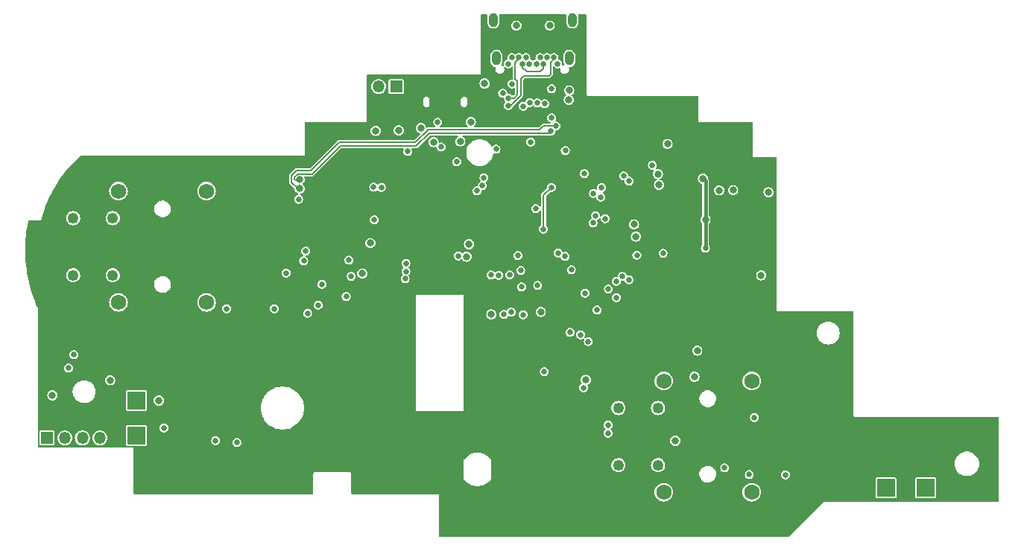
<source format=gbr>
G04 #@! TF.GenerationSoftware,KiCad,Pcbnew,7.0.6*
G04 #@! TF.CreationDate,2023-12-22T13:27:43-08:00*
G04 #@! TF.ProjectId,procon_gcc_main_pcb,70726f63-6f6e-45f6-9763-635f6d61696e,1*
G04 #@! TF.SameCoordinates,Original*
G04 #@! TF.FileFunction,Copper,L2,Inr*
G04 #@! TF.FilePolarity,Positive*
%FSLAX46Y46*%
G04 Gerber Fmt 4.6, Leading zero omitted, Abs format (unit mm)*
G04 Created by KiCad (PCBNEW 7.0.6) date 2023-12-22 13:27:43*
%MOMM*%
%LPD*%
G01*
G04 APERTURE LIST*
G04 #@! TA.AperFunction,ComponentPad*
%ADD10R,2.000000X2.000000*%
G04 #@! TD*
G04 #@! TA.AperFunction,ComponentPad*
%ADD11R,1.350000X1.350000*%
G04 #@! TD*
G04 #@! TA.AperFunction,ComponentPad*
%ADD12O,1.350000X1.350000*%
G04 #@! TD*
G04 #@! TA.AperFunction,ComponentPad*
%ADD13C,1.750000*%
G04 #@! TD*
G04 #@! TA.AperFunction,ComponentPad*
%ADD14C,1.250000*%
G04 #@! TD*
G04 #@! TA.AperFunction,ComponentPad*
%ADD15C,0.650000*%
G04 #@! TD*
G04 #@! TA.AperFunction,ComponentPad*
%ADD16O,1.000000X1.600000*%
G04 #@! TD*
G04 #@! TA.AperFunction,ViaPad*
%ADD17C,0.800000*%
G04 #@! TD*
G04 #@! TA.AperFunction,ViaPad*
%ADD18C,0.650000*%
G04 #@! TD*
G04 #@! TA.AperFunction,Conductor*
%ADD19C,0.200000*%
G04 #@! TD*
G04 #@! TA.AperFunction,Conductor*
%ADD20C,0.150000*%
G04 #@! TD*
G04 #@! TA.AperFunction,Conductor*
%ADD21C,0.400000*%
G04 #@! TD*
G04 APERTURE END LIST*
D10*
X183062000Y-145848750D03*
X93413992Y-139903200D03*
D11*
X83274400Y-140182600D03*
D12*
X85274400Y-140182600D03*
X87274400Y-140182600D03*
X89274400Y-140182600D03*
D13*
X153320200Y-133697000D03*
X153320200Y-146347000D03*
X163320200Y-133697000D03*
X163320200Y-146347000D03*
D14*
X152670200Y-136772000D03*
X152670200Y-143272000D03*
X148170200Y-136772000D03*
X148170200Y-143272000D03*
D11*
X122920000Y-100228400D03*
D12*
X120920000Y-100228400D03*
D15*
X135660000Y-97625000D03*
X136060000Y-96925000D03*
X136860000Y-96925000D03*
X137260000Y-97625000D03*
X137660000Y-96925000D03*
X138060000Y-97625000D03*
X138860000Y-97625000D03*
X139260000Y-96925000D03*
X139660000Y-97625000D03*
X140060000Y-96925000D03*
X140860000Y-96925000D03*
X141260000Y-97625000D03*
D16*
X142950000Y-92635000D03*
X142590000Y-97025000D03*
X134330000Y-97025000D03*
X133970000Y-92635000D03*
D13*
X91377000Y-112107600D03*
X91377000Y-124757600D03*
X101377000Y-112107600D03*
X101377000Y-124757600D03*
D14*
X90727000Y-115182600D03*
X90727000Y-121682600D03*
X86227000Y-115182600D03*
X86227000Y-121682600D03*
D10*
X93413992Y-135909304D03*
X178562000Y-145848750D03*
D17*
X120192800Y-125984000D03*
D18*
X142494000Y-125095000D03*
D17*
X156032200Y-149326600D03*
D18*
X136296400Y-123139200D03*
D17*
X167843200Y-135153400D03*
D18*
X140926929Y-122588129D03*
X120396000Y-110566200D03*
D17*
X169062400Y-147167600D03*
D18*
X111861600Y-121920000D03*
D17*
X134493000Y-139395200D03*
X119006702Y-116774102D03*
D18*
X136448800Y-115112800D03*
X106095800Y-126542800D03*
X138208690Y-107452022D03*
X94157800Y-127660400D03*
X138620500Y-116483094D03*
D17*
X122783600Y-110693200D03*
D18*
X144297400Y-111201200D03*
D17*
X151053800Y-147548600D03*
D18*
X145313400Y-119964200D03*
X88519000Y-126568200D03*
X106070400Y-113588800D03*
X134213600Y-106222800D03*
X88392000Y-113614200D03*
X133553200Y-111150400D03*
D17*
X115595400Y-126568200D03*
X167563800Y-142417800D03*
X105765600Y-120675400D03*
X161862120Y-114560361D03*
X121031000Y-114173000D03*
D18*
X136555272Y-104215215D03*
X141122400Y-115062000D03*
D17*
X162175896Y-110478591D03*
D18*
X97053400Y-138303000D03*
X131013200Y-123317000D03*
D17*
X155550000Y-102800000D03*
D18*
X143891000Y-109042200D03*
D17*
X151053800Y-134289800D03*
D18*
X142824200Y-121038129D03*
D17*
X159607099Y-112015147D03*
D18*
X137072363Y-121131594D03*
D17*
X161199272Y-112009786D03*
D18*
X96520000Y-139039600D03*
D17*
X131191000Y-118135400D03*
D18*
X134277100Y-107339094D03*
X102412800Y-140462000D03*
X111836200Y-113030000D03*
X150266400Y-119405400D03*
X132892800Y-110591600D03*
X120421400Y-115366800D03*
X142138400Y-107492800D03*
X140588129Y-103784400D03*
D17*
X165227000Y-112242600D03*
D18*
X138988800Y-122834400D03*
X153238200Y-119176800D03*
X147040600Y-123240800D03*
X117246400Y-124079000D03*
D17*
X131394200Y-104241600D03*
D18*
X144297400Y-110109000D03*
X138214403Y-106526609D03*
X138785600Y-114096800D03*
D17*
X95961200Y-135915400D03*
X157124400Y-130225800D03*
X154635200Y-140487400D03*
X156794200Y-133223000D03*
D18*
X124231400Y-107599500D03*
X128016000Y-107091500D03*
D17*
X142570200Y-100660200D03*
D18*
X139661900Y-116432294D03*
X140552529Y-111680482D03*
X135661400Y-102387400D03*
X136093200Y-99923600D03*
D17*
X125722725Y-104956086D03*
X130199837Y-106444519D03*
X127177237Y-106529446D03*
X123215400Y-105206800D03*
D18*
X140589000Y-100482400D03*
X135686800Y-101523800D03*
X138105188Y-102039497D03*
D17*
X136575800Y-93294200D03*
D18*
X139802765Y-102180015D03*
X145338800Y-112369600D03*
X158055736Y-118612955D03*
D17*
X164401500Y-121678700D03*
X157782026Y-110690426D03*
X152657200Y-110163000D03*
X153750000Y-106750000D03*
X158055736Y-115366800D03*
D18*
X152027395Y-109166476D03*
D17*
X90424000Y-133604000D03*
X152784200Y-111407600D03*
D18*
X138957046Y-102068159D03*
D17*
X140360400Y-93294200D03*
D18*
X135026400Y-100965000D03*
D17*
X120599200Y-105257600D03*
X132969000Y-99872800D03*
D18*
X112852200Y-126009400D03*
X109093000Y-125476000D03*
X146989800Y-139623800D03*
X160248600Y-143586200D03*
X146989800Y-138709400D03*
X163626800Y-137845800D03*
X167132000Y-144373600D03*
X163042600Y-144348200D03*
X136753600Y-119430800D03*
X133705600Y-121640600D03*
X124028200Y-120319800D03*
X114054979Y-125077210D03*
X149387551Y-122193703D03*
X103657400Y-125476000D03*
X104825800Y-140690600D03*
X129794000Y-108762800D03*
X127641468Y-104273468D03*
X132723174Y-111472425D03*
X146253200Y-111709200D03*
X146685000Y-115239800D03*
X86309200Y-130708400D03*
X123948748Y-122066958D03*
X135813800Y-121640600D03*
D17*
X119075200Y-121488200D03*
D18*
X142113000Y-119532400D03*
X147955000Y-124206000D03*
X147929600Y-122377200D03*
X117830600Y-121793000D03*
X142671800Y-128168400D03*
X144754600Y-129235200D03*
X148590000Y-121793000D03*
X145745200Y-125628400D03*
X114477800Y-122707400D03*
X141325600Y-119151400D03*
X124028200Y-121259600D03*
X134569200Y-121666000D03*
X110413800Y-121412000D03*
X143891000Y-128447800D03*
X145585161Y-114913733D03*
X144373600Y-123698000D03*
X145294367Y-115729088D03*
D17*
X142544800Y-101727000D03*
D18*
X137367240Y-102463027D03*
X132089527Y-112088469D03*
X144221200Y-134467600D03*
X117551200Y-119964200D03*
D17*
X130911600Y-119557800D03*
D18*
X139750800Y-132638800D03*
D17*
X119983925Y-118022388D03*
D18*
X137337800Y-126161800D03*
X137160000Y-122986800D03*
X112649000Y-118922800D03*
X129971800Y-119481600D03*
D17*
X150164800Y-117271800D03*
D18*
X148767800Y-110369400D03*
D17*
X139344400Y-125831600D03*
D18*
X149377400Y-110972600D03*
D17*
X149936200Y-115900200D03*
X133731000Y-126136400D03*
D18*
X112420400Y-120015000D03*
D17*
X144475200Y-133578600D03*
D18*
X140470827Y-105311470D03*
D17*
X111963200Y-110777800D03*
D18*
X141058451Y-104693756D03*
D17*
X111963200Y-111827800D03*
D18*
X135991600Y-125857000D03*
X121234200Y-111709200D03*
X120370600Y-111658400D03*
X135153400Y-126136400D03*
X85699600Y-132232400D03*
D17*
X83870800Y-135331200D03*
D18*
X146174359Y-112798690D03*
D19*
X139661900Y-112571111D02*
X140552529Y-111680482D01*
X139661900Y-116432294D02*
X139661900Y-112571111D01*
D20*
X140860000Y-97087200D02*
X140462000Y-97485200D01*
X137058400Y-101256774D02*
X135927774Y-102387400D01*
X140309600Y-98983800D02*
X137464800Y-98983800D01*
X140462000Y-98831400D02*
X140309600Y-98983800D01*
X140462000Y-97485200D02*
X140462000Y-98831400D01*
X137464800Y-98983800D02*
X137058400Y-99390200D01*
X140860000Y-96925000D02*
X140860000Y-97087200D01*
X137058400Y-99390200D02*
X137058400Y-101256774D01*
X135927774Y-102387400D02*
X135661400Y-102387400D01*
X136296400Y-101523800D02*
X135686800Y-101523800D01*
X136860000Y-96925000D02*
X136860000Y-97074000D01*
X136860000Y-97074000D02*
X136448800Y-97485200D01*
X136702800Y-99618800D02*
X136702800Y-101117400D01*
X136448800Y-99364800D02*
X136702800Y-99618800D01*
X136448800Y-97485200D02*
X136448800Y-99364800D01*
X136702800Y-101117400D02*
X136296400Y-101523800D01*
D21*
X158055736Y-115366800D02*
X158055736Y-118612955D01*
X157782026Y-110690426D02*
X158055736Y-110964136D01*
X158055736Y-110964136D02*
X158055736Y-115366800D01*
D19*
X139660000Y-98134800D02*
X139660000Y-97625000D01*
X139268200Y-98526600D02*
X139660000Y-98134800D01*
X137260000Y-98042400D02*
X137744200Y-98526600D01*
X137260000Y-97625000D02*
X137260000Y-98042400D01*
X137744200Y-98526600D02*
X139268200Y-98526600D01*
D20*
X126673000Y-105508400D02*
X125199800Y-106981600D01*
X111401200Y-110496644D02*
X111401200Y-110766200D01*
X140273897Y-105508400D02*
X126673000Y-105508400D01*
X140470827Y-105311470D02*
X140273897Y-105508400D01*
X113392244Y-110156600D02*
X111741244Y-110156600D01*
X111841537Y-110899463D02*
X111963200Y-110777800D01*
X125199800Y-106981600D02*
X116567244Y-106981600D01*
X111401200Y-110766200D02*
X111534463Y-110899463D01*
X111534463Y-110899463D02*
X111841537Y-110899463D01*
X116567244Y-106981600D02*
X113392244Y-110156600D01*
X111741244Y-110156600D02*
X111401200Y-110496644D01*
X126565000Y-105108400D02*
X125091800Y-106581600D01*
X139654244Y-104693756D02*
X139239600Y-105108400D01*
X111748156Y-111827800D02*
X111963200Y-111827800D01*
X113226556Y-109756600D02*
X111575556Y-109756600D01*
X111575556Y-109756600D02*
X111001200Y-110330956D01*
X141058451Y-104693756D02*
X139654244Y-104693756D01*
X111001200Y-111080844D02*
X111748156Y-111827800D01*
X116401556Y-106581600D02*
X113226556Y-109756600D01*
X111001200Y-110330956D02*
X111001200Y-111080844D01*
X125091800Y-106581600D02*
X116401556Y-106581600D01*
X139239600Y-105108400D02*
X126565000Y-105108400D01*
G04 #@! TA.AperFunction,Conductor*
G36*
X133291889Y-92035680D02*
G01*
X133322329Y-92088403D01*
X133317897Y-92135416D01*
X133304421Y-92170950D01*
X133289500Y-92293837D01*
X133289500Y-92976163D01*
X133304421Y-93099049D01*
X133304421Y-93099050D01*
X133363020Y-93253564D01*
X133363024Y-93253571D01*
X133456896Y-93389568D01*
X133456902Y-93389575D01*
X133564900Y-93485251D01*
X133580593Y-93499154D01*
X133726919Y-93575952D01*
X133887372Y-93615500D01*
X133887373Y-93615500D01*
X134052627Y-93615500D01*
X134052628Y-93615500D01*
X134213081Y-93575952D01*
X134359407Y-93499154D01*
X134436024Y-93431276D01*
X134483097Y-93389575D01*
X134483099Y-93389572D01*
X134483103Y-93389569D01*
X134548931Y-93294200D01*
X135990291Y-93294200D01*
X136010242Y-93445741D01*
X136010242Y-93445743D01*
X136010243Y-93445744D01*
X136068731Y-93586949D01*
X136068732Y-93586951D01*
X136068734Y-93586955D01*
X136161783Y-93708217D01*
X136283045Y-93801266D01*
X136424259Y-93859758D01*
X136575800Y-93879709D01*
X136727341Y-93859758D01*
X136868555Y-93801266D01*
X136989817Y-93708217D01*
X137082866Y-93586955D01*
X137141358Y-93445741D01*
X137161309Y-93294200D01*
X139774891Y-93294200D01*
X139794842Y-93445741D01*
X139794842Y-93445743D01*
X139794843Y-93445744D01*
X139853331Y-93586949D01*
X139853332Y-93586951D01*
X139853334Y-93586955D01*
X139946383Y-93708217D01*
X140067645Y-93801266D01*
X140208859Y-93859758D01*
X140360400Y-93879709D01*
X140511941Y-93859758D01*
X140653155Y-93801266D01*
X140774417Y-93708217D01*
X140867466Y-93586955D01*
X140925958Y-93445741D01*
X140945909Y-93294200D01*
X140925958Y-93142659D01*
X140867466Y-93001446D01*
X140774417Y-92880183D01*
X140774412Y-92880179D01*
X140774411Y-92880178D01*
X140718665Y-92837403D01*
X140653155Y-92787134D01*
X140653151Y-92787132D01*
X140653149Y-92787131D01*
X140511944Y-92728643D01*
X140511943Y-92728642D01*
X140511941Y-92728642D01*
X140360400Y-92708691D01*
X140360399Y-92708691D01*
X140327423Y-92713032D01*
X140208859Y-92728642D01*
X140208857Y-92728642D01*
X140208855Y-92728643D01*
X140067651Y-92787131D01*
X140067643Y-92787136D01*
X139946388Y-92880178D01*
X139946378Y-92880188D01*
X139853336Y-93001443D01*
X139853331Y-93001451D01*
X139794843Y-93142655D01*
X139794842Y-93142657D01*
X139794842Y-93142659D01*
X139774891Y-93294200D01*
X137161309Y-93294200D01*
X137141358Y-93142659D01*
X137082866Y-93001446D01*
X136989817Y-92880183D01*
X136989812Y-92880179D01*
X136989811Y-92880178D01*
X136934065Y-92837403D01*
X136868555Y-92787134D01*
X136868551Y-92787132D01*
X136868549Y-92787131D01*
X136727344Y-92728643D01*
X136727343Y-92728642D01*
X136727341Y-92728642D01*
X136575800Y-92708691D01*
X136575799Y-92708691D01*
X136542823Y-92713032D01*
X136424259Y-92728642D01*
X136424257Y-92728642D01*
X136424255Y-92728643D01*
X136283051Y-92787131D01*
X136283043Y-92787136D01*
X136161788Y-92880178D01*
X136161778Y-92880188D01*
X136068736Y-93001443D01*
X136068731Y-93001451D01*
X136010243Y-93142655D01*
X136010242Y-93142657D01*
X136010242Y-93142659D01*
X135990291Y-93294200D01*
X134548931Y-93294200D01*
X134576978Y-93253567D01*
X134635579Y-93099050D01*
X134650500Y-92976163D01*
X134650500Y-92293837D01*
X134635579Y-92170950D01*
X134622102Y-92135416D01*
X134621285Y-92074544D01*
X134659788Y-92027386D01*
X134705319Y-92014858D01*
X142214681Y-92014858D01*
X142271889Y-92035680D01*
X142302329Y-92088403D01*
X142297897Y-92135416D01*
X142284421Y-92170950D01*
X142269500Y-92293837D01*
X142269500Y-92976163D01*
X142284421Y-93099049D01*
X142284421Y-93099050D01*
X142343020Y-93253564D01*
X142343024Y-93253571D01*
X142436896Y-93389568D01*
X142436902Y-93389575D01*
X142544900Y-93485251D01*
X142560593Y-93499154D01*
X142706919Y-93575952D01*
X142867372Y-93615500D01*
X142867373Y-93615500D01*
X143032627Y-93615500D01*
X143032628Y-93615500D01*
X143193081Y-93575952D01*
X143339407Y-93499154D01*
X143416024Y-93431276D01*
X143463097Y-93389575D01*
X143463099Y-93389572D01*
X143463103Y-93389569D01*
X143556978Y-93253567D01*
X143615579Y-93099050D01*
X143630500Y-92976163D01*
X143630500Y-92293837D01*
X143615579Y-92170950D01*
X143602102Y-92135416D01*
X143601285Y-92074544D01*
X143639788Y-92027386D01*
X143685319Y-92014858D01*
X144466725Y-92014858D01*
X144523933Y-92035680D01*
X144554373Y-92088403D01*
X144555725Y-92103858D01*
X144555725Y-101082826D01*
X144552693Y-101105858D01*
X144550416Y-101114356D01*
X144550416Y-101114360D01*
X144554211Y-101128527D01*
X144554215Y-101128535D01*
X144555725Y-101134171D01*
X144555725Y-101134172D01*
X144571290Y-101192262D01*
X144628320Y-101249293D01*
X144706225Y-101270167D01*
X144713193Y-101268300D01*
X144714724Y-101267890D01*
X144737757Y-101264858D01*
X157166725Y-101264858D01*
X157223933Y-101285680D01*
X157254373Y-101338403D01*
X157255725Y-101353858D01*
X157255725Y-104082826D01*
X157252693Y-104105858D01*
X157250416Y-104114356D01*
X157250416Y-104114360D01*
X157254211Y-104128527D01*
X157254215Y-104128535D01*
X157255725Y-104134171D01*
X157255725Y-104134172D01*
X157271290Y-104192262D01*
X157328320Y-104249293D01*
X157406225Y-104270167D01*
X157413090Y-104268327D01*
X157414724Y-104267890D01*
X157437757Y-104264858D01*
X163366725Y-104264858D01*
X163423933Y-104285680D01*
X163454373Y-104338403D01*
X163455725Y-104353858D01*
X163455725Y-108082826D01*
X163452693Y-108105858D01*
X163450416Y-108114356D01*
X163450416Y-108114360D01*
X163454211Y-108128527D01*
X163454215Y-108128535D01*
X163455725Y-108134171D01*
X163455725Y-108134172D01*
X163471290Y-108192262D01*
X163528320Y-108249293D01*
X163606225Y-108270167D01*
X163613090Y-108268327D01*
X163614724Y-108267890D01*
X163637757Y-108264858D01*
X166066725Y-108264858D01*
X166123933Y-108285680D01*
X166154373Y-108338403D01*
X166155725Y-108353858D01*
X166155725Y-125582826D01*
X166152693Y-125605858D01*
X166150416Y-125614356D01*
X166150416Y-125614360D01*
X166154211Y-125628527D01*
X166154215Y-125628535D01*
X166155725Y-125634171D01*
X166155725Y-125634172D01*
X166171290Y-125692262D01*
X166228320Y-125749293D01*
X166306225Y-125770167D01*
X166313090Y-125768327D01*
X166314724Y-125767890D01*
X166337757Y-125764858D01*
X174766725Y-125764858D01*
X174823933Y-125785680D01*
X174854373Y-125838403D01*
X174855725Y-125853858D01*
X174855725Y-137582825D01*
X174852693Y-137605857D01*
X174850416Y-137614355D01*
X174850416Y-137614359D01*
X174854211Y-137628526D01*
X174854215Y-137628534D01*
X174855725Y-137634170D01*
X174855725Y-137634171D01*
X174871290Y-137692261D01*
X174928320Y-137749292D01*
X175006225Y-137770166D01*
X175013090Y-137768326D01*
X175014724Y-137767889D01*
X175037757Y-137764857D01*
X191316725Y-137764857D01*
X191373933Y-137785679D01*
X191404373Y-137838402D01*
X191405725Y-137853857D01*
X191405725Y-147374857D01*
X191384903Y-147432065D01*
X191332180Y-147462505D01*
X191316725Y-147463857D01*
X171607748Y-147463857D01*
X171602936Y-147463254D01*
X171555307Y-147463857D01*
X171535911Y-147463857D01*
X171531764Y-147464154D01*
X171513995Y-147464380D01*
X171513996Y-147464380D01*
X171513992Y-147464381D01*
X171507759Y-147468086D01*
X171485328Y-147477544D01*
X171478323Y-147479421D01*
X171478317Y-147479424D01*
X171465751Y-147491989D01*
X171462654Y-147494741D01*
X171449137Y-147508605D01*
X171415448Y-147542292D01*
X171412511Y-147546168D01*
X167618964Y-151436988D01*
X167564118Y-151463413D01*
X167555240Y-151463857D01*
X127895726Y-151463857D01*
X127838518Y-151443035D01*
X127808078Y-151390312D01*
X127806726Y-151374857D01*
X127806726Y-146745888D01*
X127809758Y-146722854D01*
X127812035Y-146714357D01*
X127812034Y-146714356D01*
X127812035Y-146714355D01*
X127791161Y-146636454D01*
X127791161Y-146636453D01*
X127769204Y-146614496D01*
X127734131Y-146579422D01*
X127656226Y-146558548D01*
X127656225Y-146558548D01*
X127647727Y-146560825D01*
X127624694Y-146563857D01*
X117895726Y-146563857D01*
X117838518Y-146543035D01*
X117808078Y-146490312D01*
X117806726Y-146474857D01*
X117806726Y-146347004D01*
X152259593Y-146347004D01*
X152279970Y-146553905D01*
X152279971Y-146553910D01*
X152279971Y-146553912D01*
X152279972Y-146553914D01*
X152340327Y-146752877D01*
X152340328Y-146752880D01*
X152340329Y-146752881D01*
X152438337Y-146936242D01*
X152514667Y-147029249D01*
X152570238Y-147096962D01*
X152570243Y-147096966D01*
X152730957Y-147228862D01*
X152801141Y-147266375D01*
X152914323Y-147326873D01*
X153113286Y-147387228D01*
X153113291Y-147387228D01*
X153113294Y-147387229D01*
X153320195Y-147407607D01*
X153320200Y-147407607D01*
X153320205Y-147407607D01*
X153527105Y-147387229D01*
X153527106Y-147387228D01*
X153527114Y-147387228D01*
X153726077Y-147326873D01*
X153909442Y-147228862D01*
X154070162Y-147096962D01*
X154202062Y-146936242D01*
X154300073Y-146752877D01*
X154360428Y-146553914D01*
X154360429Y-146553905D01*
X154380807Y-146347004D01*
X162259593Y-146347004D01*
X162279970Y-146553905D01*
X162279971Y-146553910D01*
X162279971Y-146553912D01*
X162279972Y-146553914D01*
X162340327Y-146752877D01*
X162340328Y-146752880D01*
X162340329Y-146752881D01*
X162438337Y-146936242D01*
X162514667Y-147029249D01*
X162570238Y-147096962D01*
X162570243Y-147096966D01*
X162730957Y-147228862D01*
X162801141Y-147266375D01*
X162914323Y-147326873D01*
X163113286Y-147387228D01*
X163113291Y-147387228D01*
X163113294Y-147387229D01*
X163320195Y-147407607D01*
X163320200Y-147407607D01*
X163320205Y-147407607D01*
X163527105Y-147387229D01*
X163527106Y-147387228D01*
X163527114Y-147387228D01*
X163726077Y-147326873D01*
X163909442Y-147228862D01*
X164070162Y-147096962D01*
X164202062Y-146936242D01*
X164239326Y-146866526D01*
X177381500Y-146866526D01*
X177391972Y-146919177D01*
X177391973Y-146919178D01*
X177431867Y-146978883D01*
X177431870Y-146978885D01*
X177431872Y-146978887D01*
X177491570Y-147018776D01*
X177491571Y-147018776D01*
X177491572Y-147018777D01*
X177544223Y-147029250D01*
X179579776Y-147029249D01*
X179632428Y-147018777D01*
X179692133Y-146978883D01*
X179732027Y-146919178D01*
X179742500Y-146866527D01*
X179742500Y-146866526D01*
X181881500Y-146866526D01*
X181891972Y-146919177D01*
X181891973Y-146919178D01*
X181931867Y-146978883D01*
X181931870Y-146978885D01*
X181931872Y-146978887D01*
X181991570Y-147018776D01*
X181991571Y-147018776D01*
X181991572Y-147018777D01*
X182044223Y-147029250D01*
X184079776Y-147029249D01*
X184132428Y-147018777D01*
X184192133Y-146978883D01*
X184232027Y-146919178D01*
X184242500Y-146866527D01*
X184242499Y-144830974D01*
X184241783Y-144827376D01*
X184232027Y-144778322D01*
X184226070Y-144769407D01*
X184192133Y-144718617D01*
X184192129Y-144718614D01*
X184192127Y-144718612D01*
X184132429Y-144678723D01*
X184132430Y-144678723D01*
X184079777Y-144668250D01*
X182044223Y-144668250D01*
X181991572Y-144678722D01*
X181931869Y-144718615D01*
X181931862Y-144718622D01*
X181891973Y-144778319D01*
X181881500Y-144830968D01*
X181881500Y-146866526D01*
X179742500Y-146866526D01*
X179742499Y-144830974D01*
X179741783Y-144827376D01*
X179732027Y-144778322D01*
X179726070Y-144769407D01*
X179692133Y-144718617D01*
X179692129Y-144718614D01*
X179692127Y-144718612D01*
X179632429Y-144678723D01*
X179632430Y-144678723D01*
X179579777Y-144668250D01*
X177544223Y-144668250D01*
X177491572Y-144678722D01*
X177431869Y-144718615D01*
X177431862Y-144718622D01*
X177391973Y-144778319D01*
X177381500Y-144830968D01*
X177381500Y-146866526D01*
X164239326Y-146866526D01*
X164300073Y-146752877D01*
X164360428Y-146553914D01*
X164360429Y-146553905D01*
X164380807Y-146347004D01*
X164380807Y-146346995D01*
X164360429Y-146140094D01*
X164360428Y-146140089D01*
X164360428Y-146140086D01*
X164300073Y-145941123D01*
X164262838Y-145871463D01*
X164202062Y-145757757D01*
X164070166Y-145597043D01*
X164070162Y-145597038D01*
X164070156Y-145597033D01*
X163909442Y-145465137D01*
X163778137Y-145394953D01*
X163726077Y-145367127D01*
X163527114Y-145306772D01*
X163527112Y-145306771D01*
X163527110Y-145306771D01*
X163527105Y-145306770D01*
X163320205Y-145286393D01*
X163320195Y-145286393D01*
X163113294Y-145306770D01*
X163113289Y-145306771D01*
X163113285Y-145306772D01*
X163113286Y-145306772D01*
X162914323Y-145367127D01*
X162914320Y-145367128D01*
X162914318Y-145367129D01*
X162730957Y-145465137D01*
X162570243Y-145597033D01*
X162570233Y-145597043D01*
X162438337Y-145757757D01*
X162340329Y-145941118D01*
X162279971Y-146140089D01*
X162279970Y-146140094D01*
X162259593Y-146346995D01*
X162259593Y-146347004D01*
X154380807Y-146347004D01*
X154380807Y-146346995D01*
X154360429Y-146140094D01*
X154360428Y-146140089D01*
X154360428Y-146140086D01*
X154300073Y-145941123D01*
X154262838Y-145871463D01*
X154202062Y-145757757D01*
X154070166Y-145597043D01*
X154070162Y-145597038D01*
X154070156Y-145597033D01*
X153909442Y-145465137D01*
X153778137Y-145394953D01*
X153726077Y-145367127D01*
X153527114Y-145306772D01*
X153527112Y-145306771D01*
X153527110Y-145306771D01*
X153527105Y-145306770D01*
X153320205Y-145286393D01*
X153320195Y-145286393D01*
X153113294Y-145306770D01*
X153113289Y-145306771D01*
X153113285Y-145306772D01*
X153113286Y-145306772D01*
X152914323Y-145367127D01*
X152914320Y-145367128D01*
X152914318Y-145367129D01*
X152730957Y-145465137D01*
X152570243Y-145597033D01*
X152570233Y-145597043D01*
X152438337Y-145757757D01*
X152340329Y-145941118D01*
X152279971Y-146140089D01*
X152279970Y-146140094D01*
X152259593Y-146346995D01*
X152259593Y-146347004D01*
X117806726Y-146347004D01*
X117806726Y-144795419D01*
X130601923Y-144795419D01*
X130604045Y-144806178D01*
X130604816Y-144814056D01*
X130604965Y-144814037D01*
X130605725Y-144819814D01*
X130609162Y-144832644D01*
X130609836Y-144835546D01*
X130615215Y-144862816D01*
X130617460Y-144867854D01*
X130620590Y-144876690D01*
X130621290Y-144877902D01*
X130621291Y-144877904D01*
X130637728Y-144894341D01*
X130646017Y-144903905D01*
X130648191Y-144906807D01*
X130711405Y-144991201D01*
X130711410Y-144991206D01*
X130871378Y-145154220D01*
X130888007Y-145171165D01*
X131086831Y-145326224D01*
X131304394Y-145453664D01*
X131536883Y-145551250D01*
X131780226Y-145617274D01*
X131780230Y-145617274D01*
X131780231Y-145617275D01*
X132030151Y-145650577D01*
X132030156Y-145650577D01*
X132282300Y-145650577D01*
X132532220Y-145617275D01*
X132532220Y-145617274D01*
X132532226Y-145617274D01*
X132775569Y-145551250D01*
X133008058Y-145453664D01*
X133225621Y-145326224D01*
X133424445Y-145171165D01*
X133601046Y-144991202D01*
X133666438Y-144903899D01*
X133674730Y-144894334D01*
X133691161Y-144877904D01*
X133691161Y-144877901D01*
X133691862Y-144876689D01*
X133694996Y-144867843D01*
X133697232Y-144862823D01*
X133697236Y-144862819D01*
X133702618Y-144835525D01*
X133703289Y-144832639D01*
X133706726Y-144819814D01*
X133706726Y-144819811D01*
X133707488Y-144814030D01*
X133707637Y-144814049D01*
X133708407Y-144806168D01*
X133710528Y-144795416D01*
X133709584Y-144791780D01*
X133706726Y-144769408D01*
X133706726Y-144370391D01*
X157366024Y-144370391D01*
X157395297Y-144561474D01*
X157462436Y-144742754D01*
X157564689Y-144906805D01*
X157564691Y-144906807D01*
X157697877Y-145046919D01*
X157856542Y-145157353D01*
X158034188Y-145233587D01*
X158034192Y-145233587D01*
X158034196Y-145233589D01*
X158223536Y-145272499D01*
X158223542Y-145272499D01*
X158223544Y-145272500D01*
X158223546Y-145272500D01*
X158368413Y-145272500D01*
X158512515Y-145257846D01*
X158512517Y-145257845D01*
X158512521Y-145257845D01*
X158696968Y-145199974D01*
X158865991Y-145106159D01*
X159012668Y-144980240D01*
X159130996Y-144827373D01*
X159216130Y-144653816D01*
X159264585Y-144466674D01*
X159270593Y-144348200D01*
X162531902Y-144348200D01*
X162552588Y-144492079D01*
X162612972Y-144624302D01*
X162612974Y-144624305D01*
X162694694Y-144718615D01*
X162708164Y-144734160D01*
X162830448Y-144812747D01*
X162969920Y-144853700D01*
X162969922Y-144853700D01*
X163115278Y-144853700D01*
X163115280Y-144853700D01*
X163254752Y-144812747D01*
X163377036Y-144734160D01*
X163472226Y-144624304D01*
X163532611Y-144492080D01*
X163549646Y-144373600D01*
X166621302Y-144373600D01*
X166641988Y-144517479D01*
X166702372Y-144649702D01*
X166702374Y-144649705D01*
X166784409Y-144744378D01*
X166797564Y-144759560D01*
X166919848Y-144838147D01*
X167059320Y-144879100D01*
X167059322Y-144879100D01*
X167204678Y-144879100D01*
X167204680Y-144879100D01*
X167344152Y-144838147D01*
X167466436Y-144759560D01*
X167561626Y-144649704D01*
X167622011Y-144517480D01*
X167642698Y-144373600D01*
X167642236Y-144370390D01*
X167622011Y-144229720D01*
X167561627Y-144097497D01*
X167561625Y-144097494D01*
X167466436Y-143987640D01*
X167443895Y-143973154D01*
X167344152Y-143909053D01*
X167204680Y-143868100D01*
X167059320Y-143868100D01*
X166919848Y-143909053D01*
X166876149Y-143937135D01*
X166797563Y-143987640D01*
X166702374Y-144097494D01*
X166702372Y-144097497D01*
X166641988Y-144229720D01*
X166621302Y-144373599D01*
X166621302Y-144373600D01*
X163549646Y-144373600D01*
X163553298Y-144348200D01*
X163544422Y-144286470D01*
X163532611Y-144204320D01*
X163472227Y-144072097D01*
X163472225Y-144072094D01*
X163377036Y-143962240D01*
X163377035Y-143962240D01*
X163254752Y-143883653D01*
X163115280Y-143842700D01*
X162969920Y-143842700D01*
X162830448Y-143883653D01*
X162803074Y-143901245D01*
X162708163Y-143962240D01*
X162612974Y-144072094D01*
X162612972Y-144072097D01*
X162552588Y-144204320D01*
X162531902Y-144348199D01*
X162531902Y-144348200D01*
X159270593Y-144348200D01*
X159274376Y-144273610D01*
X159245103Y-144082526D01*
X159177964Y-143901247D01*
X159177963Y-143901245D01*
X159075710Y-143737194D01*
X159068947Y-143730079D01*
X158942523Y-143597081D01*
X158926890Y-143586200D01*
X159737902Y-143586200D01*
X159758588Y-143730079D01*
X159818972Y-143862302D01*
X159818974Y-143862305D01*
X159905568Y-143962240D01*
X159914164Y-143972160D01*
X160036448Y-144050747D01*
X160175920Y-144091700D01*
X160175922Y-144091700D01*
X160321278Y-144091700D01*
X160321280Y-144091700D01*
X160460752Y-144050747D01*
X160583036Y-143972160D01*
X160678226Y-143862304D01*
X160738611Y-143730080D01*
X160759298Y-143586200D01*
X160738611Y-143442320D01*
X160738610Y-143442319D01*
X160678227Y-143310097D01*
X160678225Y-143310094D01*
X160583036Y-143200240D01*
X160460752Y-143121653D01*
X160421066Y-143110000D01*
X186344700Y-143110000D01*
X186363865Y-143341300D01*
X186363865Y-143341302D01*
X186420841Y-143566294D01*
X186420843Y-143566300D01*
X186514076Y-143778850D01*
X186514077Y-143778851D01*
X186641021Y-143973154D01*
X186641021Y-143973155D01*
X186755484Y-144097494D01*
X186798216Y-144143913D01*
X186964851Y-144273610D01*
X186981373Y-144286469D01*
X186981377Y-144286472D01*
X187095439Y-144348199D01*
X187185497Y-144396936D01*
X187405019Y-144472298D01*
X187633951Y-144510500D01*
X187633952Y-144510500D01*
X187866048Y-144510500D01*
X187866049Y-144510500D01*
X188094981Y-144472298D01*
X188314503Y-144396936D01*
X188518626Y-144286470D01*
X188701784Y-144143913D01*
X188787551Y-144050745D01*
X188858978Y-143973155D01*
X188858978Y-143973154D01*
X188858979Y-143973153D01*
X188985924Y-143778849D01*
X189079157Y-143566300D01*
X189136134Y-143341305D01*
X189155300Y-143110000D01*
X189136134Y-142878695D01*
X189079157Y-142653700D01*
X188985924Y-142441151D01*
X188912546Y-142328838D01*
X188858978Y-142246845D01*
X188858978Y-142246844D01*
X188701783Y-142076086D01*
X188518626Y-141933530D01*
X188518622Y-141933527D01*
X188314507Y-141823066D01*
X188314506Y-141823065D01*
X188314503Y-141823064D01*
X188094981Y-141747702D01*
X188094979Y-141747701D01*
X188094977Y-141747701D01*
X187866050Y-141709500D01*
X187866049Y-141709500D01*
X187633951Y-141709500D01*
X187633949Y-141709500D01*
X187405022Y-141747701D01*
X187405015Y-141747703D01*
X187280260Y-141790531D01*
X187185497Y-141823064D01*
X187185495Y-141823064D01*
X187185492Y-141823066D01*
X186981377Y-141933527D01*
X186981373Y-141933530D01*
X186798216Y-142076086D01*
X186641021Y-142246844D01*
X186641021Y-142246845D01*
X186514077Y-142441148D01*
X186514076Y-142441149D01*
X186420843Y-142653699D01*
X186420841Y-142653705D01*
X186363865Y-142878697D01*
X186363865Y-142878699D01*
X186344700Y-143109999D01*
X186344700Y-143110000D01*
X160421066Y-143110000D01*
X160321280Y-143080700D01*
X160175920Y-143080700D01*
X160036448Y-143121653D01*
X159992749Y-143149735D01*
X159914163Y-143200240D01*
X159818974Y-143310094D01*
X159818972Y-143310097D01*
X159758588Y-143442320D01*
X159737902Y-143586199D01*
X159737902Y-143586200D01*
X158926890Y-143586200D01*
X158783858Y-143486647D01*
X158783854Y-143486645D01*
X158606213Y-143410413D01*
X158606203Y-143410410D01*
X158416863Y-143371500D01*
X158416856Y-143371500D01*
X158271994Y-143371500D01*
X158271986Y-143371500D01*
X158127884Y-143386153D01*
X158127873Y-143386156D01*
X157943435Y-143444024D01*
X157774404Y-143537844D01*
X157627735Y-143663756D01*
X157627728Y-143663764D01*
X157509406Y-143816623D01*
X157509405Y-143816625D01*
X157424270Y-143990184D01*
X157375816Y-144177322D01*
X157375815Y-144177327D01*
X157366024Y-144370391D01*
X133706726Y-144370391D01*
X133706726Y-143272003D01*
X147359603Y-143272003D01*
X147379924Y-143452364D01*
X147379925Y-143452370D01*
X147379926Y-143452375D01*
X147430561Y-143597081D01*
X147439878Y-143623708D01*
X147511187Y-143737194D01*
X147536450Y-143777399D01*
X147664801Y-143905750D01*
X147664803Y-143905751D01*
X147664804Y-143905752D01*
X147818491Y-144002321D01*
X147818492Y-144002321D01*
X147818495Y-144002323D01*
X147989825Y-144062274D01*
X148039011Y-144067815D01*
X148170197Y-144082597D01*
X148170200Y-144082597D01*
X148170203Y-144082597D01*
X148275788Y-144070700D01*
X148350575Y-144062274D01*
X148521905Y-144002323D01*
X148675599Y-143905750D01*
X148803950Y-143777399D01*
X148900523Y-143623705D01*
X148960474Y-143452375D01*
X148972989Y-143341300D01*
X148980797Y-143272003D01*
X151859603Y-143272003D01*
X151879924Y-143452364D01*
X151879925Y-143452370D01*
X151879926Y-143452375D01*
X151930561Y-143597081D01*
X151939878Y-143623708D01*
X152011187Y-143737194D01*
X152036450Y-143777399D01*
X152164801Y-143905750D01*
X152164803Y-143905751D01*
X152164804Y-143905752D01*
X152318491Y-144002321D01*
X152318492Y-144002321D01*
X152318495Y-144002323D01*
X152489825Y-144062274D01*
X152539011Y-144067815D01*
X152670197Y-144082597D01*
X152670200Y-144082597D01*
X152670203Y-144082597D01*
X152775788Y-144070700D01*
X152850575Y-144062274D01*
X153021905Y-144002323D01*
X153175599Y-143905750D01*
X153303950Y-143777399D01*
X153400523Y-143623705D01*
X153460474Y-143452375D01*
X153472989Y-143341300D01*
X153480797Y-143272003D01*
X153480797Y-143271996D01*
X153460475Y-143091635D01*
X153460474Y-143091625D01*
X153400523Y-142920295D01*
X153400521Y-142920292D01*
X153400521Y-142920291D01*
X153303952Y-142766604D01*
X153303951Y-142766603D01*
X153303950Y-142766601D01*
X153175599Y-142638250D01*
X153175596Y-142638248D01*
X153175595Y-142638247D01*
X153021908Y-142541678D01*
X152991929Y-142531188D01*
X152850575Y-142481726D01*
X152850570Y-142481725D01*
X152850564Y-142481724D01*
X152670203Y-142461403D01*
X152670197Y-142461403D01*
X152489835Y-142481724D01*
X152489827Y-142481725D01*
X152489825Y-142481726D01*
X152412472Y-142508793D01*
X152318491Y-142541678D01*
X152164804Y-142638247D01*
X152036447Y-142766604D01*
X151939878Y-142920291D01*
X151879926Y-143091626D01*
X151879924Y-143091635D01*
X151859603Y-143271996D01*
X151859603Y-143272003D01*
X148980797Y-143272003D01*
X148980797Y-143271996D01*
X148960475Y-143091635D01*
X148960474Y-143091625D01*
X148900523Y-142920295D01*
X148900521Y-142920292D01*
X148900521Y-142920291D01*
X148803952Y-142766604D01*
X148803951Y-142766603D01*
X148803950Y-142766601D01*
X148675599Y-142638250D01*
X148675596Y-142638248D01*
X148675595Y-142638247D01*
X148521908Y-142541678D01*
X148491929Y-142531188D01*
X148350575Y-142481726D01*
X148350570Y-142481725D01*
X148350564Y-142481724D01*
X148170203Y-142461403D01*
X148170197Y-142461403D01*
X147989835Y-142481724D01*
X147989827Y-142481725D01*
X147989825Y-142481726D01*
X147912472Y-142508793D01*
X147818491Y-142541678D01*
X147664804Y-142638247D01*
X147536447Y-142766604D01*
X147439878Y-142920291D01*
X147379926Y-143091626D01*
X147379924Y-143091635D01*
X147359603Y-143271996D01*
X147359603Y-143272003D01*
X133706726Y-143272003D01*
X133706726Y-142730592D01*
X133709584Y-142708217D01*
X133710528Y-142704584D01*
X133708407Y-142693832D01*
X133707638Y-142685951D01*
X133707488Y-142685971D01*
X133706726Y-142680189D01*
X133706726Y-142680186D01*
X133703287Y-142667350D01*
X133702617Y-142664468D01*
X133697236Y-142637181D01*
X133697232Y-142637176D01*
X133694993Y-142632149D01*
X133691862Y-142623311D01*
X133691160Y-142622095D01*
X133674728Y-142605662D01*
X133666429Y-142596087D01*
X133601046Y-142508798D01*
X133601041Y-142508793D01*
X133424453Y-142328843D01*
X133424448Y-142328838D01*
X133424447Y-142328837D01*
X133424445Y-142328835D01*
X133225621Y-142173776D01*
X133225617Y-142173773D01*
X133225615Y-142173772D01*
X133008056Y-142046335D01*
X133008054Y-142046334D01*
X132775572Y-141948751D01*
X132775570Y-141948750D01*
X132775569Y-141948750D01*
X132532226Y-141882726D01*
X132532223Y-141882725D01*
X132532221Y-141882725D01*
X132532220Y-141882724D01*
X132282301Y-141849423D01*
X132282296Y-141849423D01*
X132030156Y-141849423D01*
X132030151Y-141849423D01*
X131780231Y-141882724D01*
X131780230Y-141882725D01*
X131536879Y-141948751D01*
X131304397Y-142046334D01*
X131304395Y-142046335D01*
X131086836Y-142173772D01*
X130888003Y-142328838D01*
X130887998Y-142328843D01*
X130711410Y-142508793D01*
X130711403Y-142508801D01*
X130646017Y-142596092D01*
X130637721Y-142605664D01*
X130621294Y-142622092D01*
X130621292Y-142622094D01*
X130621291Y-142622096D01*
X130621290Y-142622098D01*
X130620587Y-142623316D01*
X130617467Y-142632125D01*
X130615215Y-142637180D01*
X130609835Y-142664456D01*
X130609161Y-142667357D01*
X130605726Y-142680180D01*
X130604965Y-142685964D01*
X130604816Y-142685944D01*
X130604046Y-142693819D01*
X130601923Y-142704583D01*
X130601924Y-142704585D01*
X130602867Y-142708216D01*
X130605726Y-142730592D01*
X130605726Y-144769407D01*
X130602868Y-144791779D01*
X130601924Y-144795413D01*
X130601923Y-144795419D01*
X117806726Y-144795419D01*
X117806726Y-144245888D01*
X117809758Y-144222854D01*
X117809759Y-144222851D01*
X117812035Y-144214357D01*
X117812034Y-144214356D01*
X117812035Y-144214355D01*
X117794194Y-144147772D01*
X117793422Y-144141912D01*
X117791161Y-144136453D01*
X117791161Y-144136452D01*
X117734131Y-144079422D01*
X117656226Y-144058548D01*
X117656225Y-144058548D01*
X117647727Y-144060825D01*
X117624694Y-144063857D01*
X113687758Y-144063857D01*
X113664725Y-144060825D01*
X113656226Y-144058548D01*
X113636412Y-144063857D01*
X113578323Y-144079421D01*
X113578321Y-144079422D01*
X113521290Y-144136452D01*
X113521290Y-144136453D01*
X113500417Y-144214354D01*
X113500417Y-144214355D01*
X113500417Y-144214356D01*
X113500417Y-144214357D01*
X113502693Y-144222851D01*
X113505725Y-144245883D01*
X113505725Y-145367129D01*
X113505726Y-146474857D01*
X113484904Y-146532065D01*
X113432181Y-146562505D01*
X113416726Y-146563857D01*
X93195726Y-146563857D01*
X93138518Y-146543035D01*
X93108078Y-146490312D01*
X93106726Y-146474857D01*
X93106726Y-141445888D01*
X93109758Y-141422854D01*
X93112035Y-141414357D01*
X93112034Y-141414356D01*
X93112035Y-141414355D01*
X93094194Y-141347772D01*
X93093422Y-141341912D01*
X93091161Y-141336453D01*
X93091161Y-141336452D01*
X93034131Y-141279422D01*
X93034129Y-141279421D01*
X92956670Y-141258666D01*
X92956393Y-141258472D01*
X92955787Y-141258664D01*
X92947736Y-141260822D01*
X92924694Y-141263857D01*
X82295726Y-141263857D01*
X82238518Y-141243035D01*
X82208078Y-141190312D01*
X82206726Y-141174857D01*
X82206726Y-140875376D01*
X82418900Y-140875376D01*
X82429372Y-140928027D01*
X82459842Y-140973627D01*
X82469267Y-140987733D01*
X82469270Y-140987735D01*
X82469272Y-140987737D01*
X82528970Y-141027626D01*
X82528971Y-141027626D01*
X82528972Y-141027627D01*
X82581623Y-141038100D01*
X83967176Y-141038099D01*
X84019828Y-141027627D01*
X84079533Y-140987733D01*
X84119427Y-140928028D01*
X84129900Y-140875377D01*
X84129900Y-140182603D01*
X84414188Y-140182603D01*
X84432984Y-140361440D01*
X84432986Y-140361447D01*
X84488556Y-140532479D01*
X84578471Y-140688216D01*
X84578472Y-140688218D01*
X84578474Y-140688220D01*
X84698806Y-140821862D01*
X84844294Y-140927565D01*
X84891444Y-140948557D01*
X85008572Y-141000707D01*
X85008577Y-141000709D01*
X85008578Y-141000709D01*
X85008580Y-141000710D01*
X85184483Y-141038100D01*
X85184487Y-141038100D01*
X85364313Y-141038100D01*
X85364317Y-141038100D01*
X85540220Y-141000710D01*
X85704506Y-140927565D01*
X85849994Y-140821862D01*
X85970326Y-140688220D01*
X86060243Y-140532480D01*
X86115814Y-140361448D01*
X86130045Y-140226053D01*
X86134612Y-140182603D01*
X86414188Y-140182603D01*
X86432984Y-140361440D01*
X86432986Y-140361447D01*
X86488556Y-140532479D01*
X86578471Y-140688216D01*
X86578472Y-140688218D01*
X86578474Y-140688220D01*
X86698806Y-140821862D01*
X86844294Y-140927565D01*
X86891444Y-140948557D01*
X87008572Y-141000707D01*
X87008577Y-141000709D01*
X87008578Y-141000709D01*
X87008580Y-141000710D01*
X87184483Y-141038100D01*
X87184487Y-141038100D01*
X87364313Y-141038100D01*
X87364317Y-141038100D01*
X87540220Y-141000710D01*
X87704506Y-140927565D01*
X87849994Y-140821862D01*
X87970326Y-140688220D01*
X88060243Y-140532480D01*
X88115814Y-140361448D01*
X88130045Y-140226053D01*
X88134612Y-140182603D01*
X88414188Y-140182603D01*
X88432984Y-140361440D01*
X88432986Y-140361447D01*
X88488556Y-140532479D01*
X88578471Y-140688216D01*
X88578472Y-140688218D01*
X88578474Y-140688220D01*
X88698806Y-140821862D01*
X88844294Y-140927565D01*
X88891444Y-140948557D01*
X89008572Y-141000707D01*
X89008577Y-141000709D01*
X89008578Y-141000709D01*
X89008580Y-141000710D01*
X89184483Y-141038100D01*
X89184487Y-141038100D01*
X89364313Y-141038100D01*
X89364317Y-141038100D01*
X89540220Y-141000710D01*
X89704506Y-140927565D01*
X89713575Y-140920976D01*
X92233492Y-140920976D01*
X92243964Y-140973627D01*
X92257890Y-140994468D01*
X92283859Y-141033333D01*
X92283862Y-141033335D01*
X92283864Y-141033337D01*
X92343562Y-141073226D01*
X92343563Y-141073226D01*
X92343564Y-141073227D01*
X92396215Y-141083700D01*
X92932747Y-141083699D01*
X92955170Y-141091861D01*
X92971948Y-141084038D01*
X92979688Y-141083699D01*
X94431768Y-141083699D01*
X94431769Y-141083699D01*
X94467667Y-141076559D01*
X94484420Y-141073227D01*
X94544125Y-141033333D01*
X94570094Y-140994468D01*
X94584018Y-140973630D01*
X94584018Y-140973629D01*
X94584019Y-140973628D01*
X94594492Y-140920977D01*
X94594492Y-140462000D01*
X101902102Y-140462000D01*
X101922788Y-140605879D01*
X101983172Y-140738102D01*
X101983174Y-140738105D01*
X102078363Y-140847959D01*
X102078364Y-140847960D01*
X102200648Y-140926547D01*
X102340120Y-140967500D01*
X102340122Y-140967500D01*
X102485478Y-140967500D01*
X102485480Y-140967500D01*
X102624952Y-140926547D01*
X102747236Y-140847960D01*
X102842426Y-140738104D01*
X102864120Y-140690600D01*
X104315102Y-140690600D01*
X104335788Y-140834479D01*
X104396172Y-140966702D01*
X104396174Y-140966705D01*
X104488200Y-141072909D01*
X104491364Y-141076560D01*
X104613648Y-141155147D01*
X104753120Y-141196100D01*
X104753122Y-141196100D01*
X104898478Y-141196100D01*
X104898480Y-141196100D01*
X105037952Y-141155147D01*
X105160236Y-141076560D01*
X105255426Y-140966704D01*
X105315811Y-140834480D01*
X105336498Y-140690600D01*
X105329070Y-140638941D01*
X105315811Y-140546720D01*
X105288721Y-140487400D01*
X154049691Y-140487400D01*
X154069642Y-140638941D01*
X154069642Y-140638943D01*
X154069643Y-140638944D01*
X154128131Y-140780149D01*
X154128132Y-140780151D01*
X154128134Y-140780155D01*
X154169819Y-140834479D01*
X154201204Y-140875381D01*
X154221183Y-140901417D01*
X154342445Y-140994466D01*
X154483659Y-141052958D01*
X154635200Y-141072909D01*
X154786741Y-141052958D01*
X154927955Y-140994466D01*
X155049217Y-140901417D01*
X155142266Y-140780155D01*
X155200758Y-140638941D01*
X155220709Y-140487400D01*
X155200758Y-140335859D01*
X155142266Y-140194646D01*
X155049217Y-140073383D01*
X155049212Y-140073379D01*
X155049211Y-140073378D01*
X154966302Y-140009759D01*
X154927955Y-139980334D01*
X154927951Y-139980332D01*
X154927949Y-139980331D01*
X154786744Y-139921843D01*
X154786743Y-139921842D01*
X154786741Y-139921842D01*
X154635200Y-139901891D01*
X154483659Y-139921842D01*
X154483657Y-139921842D01*
X154483655Y-139921843D01*
X154342451Y-139980331D01*
X154342443Y-139980336D01*
X154221188Y-140073378D01*
X154221178Y-140073388D01*
X154128136Y-140194643D01*
X154128131Y-140194651D01*
X154069643Y-140335855D01*
X154069642Y-140335857D01*
X154069642Y-140335859D01*
X154049691Y-140487400D01*
X105288721Y-140487400D01*
X105255427Y-140414497D01*
X105255425Y-140414494D01*
X105160236Y-140304640D01*
X105160235Y-140304640D01*
X105037952Y-140226053D01*
X104898480Y-140185100D01*
X104753120Y-140185100D01*
X104613648Y-140226053D01*
X104569950Y-140254135D01*
X104491363Y-140304640D01*
X104396174Y-140414494D01*
X104396172Y-140414497D01*
X104335788Y-140546720D01*
X104315102Y-140690599D01*
X104315102Y-140690600D01*
X102864120Y-140690600D01*
X102902811Y-140605880D01*
X102923498Y-140462000D01*
X102902811Y-140318120D01*
X102860766Y-140226054D01*
X102842427Y-140185897D01*
X102842425Y-140185894D01*
X102747236Y-140076040D01*
X102743094Y-140073378D01*
X102624952Y-139997453D01*
X102485480Y-139956500D01*
X102340120Y-139956500D01*
X102200648Y-139997453D01*
X102181498Y-140009760D01*
X102078363Y-140076040D01*
X101983174Y-140185894D01*
X101983172Y-140185897D01*
X101922788Y-140318120D01*
X101902102Y-140461999D01*
X101902102Y-140462000D01*
X94594492Y-140462000D01*
X94594491Y-139623800D01*
X146479102Y-139623800D01*
X146499788Y-139767679D01*
X146560172Y-139899902D01*
X146560174Y-139899905D01*
X146609214Y-139956500D01*
X146655364Y-140009760D01*
X146777648Y-140088347D01*
X146917120Y-140129300D01*
X146917122Y-140129300D01*
X147062478Y-140129300D01*
X147062480Y-140129300D01*
X147201952Y-140088347D01*
X147324236Y-140009760D01*
X147419426Y-139899904D01*
X147479811Y-139767680D01*
X147500498Y-139623800D01*
X147479811Y-139479920D01*
X147460287Y-139437169D01*
X147419427Y-139347697D01*
X147419425Y-139347694D01*
X147324235Y-139237839D01*
X147319644Y-139233861D01*
X147290045Y-139180661D01*
X147301567Y-139120882D01*
X147319644Y-139099339D01*
X147324232Y-139095362D01*
X147324236Y-139095360D01*
X147419426Y-138985504D01*
X147479811Y-138853280D01*
X147500498Y-138709400D01*
X147496775Y-138683509D01*
X147479811Y-138565520D01*
X147419427Y-138433297D01*
X147419425Y-138433294D01*
X147324236Y-138323440D01*
X147303863Y-138310347D01*
X147201952Y-138244853D01*
X147062480Y-138203900D01*
X146917120Y-138203900D01*
X146777648Y-138244853D01*
X146733950Y-138272935D01*
X146655363Y-138323440D01*
X146560174Y-138433294D01*
X146560172Y-138433297D01*
X146499788Y-138565520D01*
X146479102Y-138709399D01*
X146479102Y-138709400D01*
X146499788Y-138853279D01*
X146560172Y-138985502D01*
X146560174Y-138985505D01*
X146655364Y-139095360D01*
X146659959Y-139099342D01*
X146689555Y-139152543D01*
X146678030Y-139212322D01*
X146659959Y-139233858D01*
X146655364Y-139237839D01*
X146560174Y-139347694D01*
X146560172Y-139347697D01*
X146499788Y-139479920D01*
X146479102Y-139623799D01*
X146479102Y-139623800D01*
X94594491Y-139623800D01*
X94594491Y-139039600D01*
X96009302Y-139039600D01*
X96029988Y-139183479D01*
X96090372Y-139315702D01*
X96090374Y-139315705D01*
X96185563Y-139425559D01*
X96185564Y-139425560D01*
X96307848Y-139504147D01*
X96447320Y-139545100D01*
X96447322Y-139545100D01*
X96592678Y-139545100D01*
X96592680Y-139545100D01*
X96732152Y-139504147D01*
X96854436Y-139425560D01*
X96949626Y-139315704D01*
X97010011Y-139183480D01*
X97030698Y-139039600D01*
X97013428Y-138919489D01*
X97010011Y-138895720D01*
X96949627Y-138763497D01*
X96949625Y-138763494D01*
X96854436Y-138653640D01*
X96854435Y-138653640D01*
X96732152Y-138575053D01*
X96592680Y-138534100D01*
X96447320Y-138534100D01*
X96307848Y-138575053D01*
X96264150Y-138603135D01*
X96185563Y-138653640D01*
X96090374Y-138763494D01*
X96090372Y-138763497D01*
X96029988Y-138895720D01*
X96009302Y-139039599D01*
X96009302Y-139039600D01*
X94594491Y-139039600D01*
X94594491Y-138885424D01*
X94584019Y-138832772D01*
X94544125Y-138773067D01*
X94544121Y-138773064D01*
X94544119Y-138773062D01*
X94484421Y-138733173D01*
X94484422Y-138733173D01*
X94431769Y-138722700D01*
X92396215Y-138722700D01*
X92343564Y-138733172D01*
X92283861Y-138773065D01*
X92283854Y-138773072D01*
X92243965Y-138832769D01*
X92233492Y-138885418D01*
X92233492Y-140920976D01*
X89713575Y-140920976D01*
X89849994Y-140821862D01*
X89970326Y-140688220D01*
X90060243Y-140532480D01*
X90115814Y-140361448D01*
X90130045Y-140226053D01*
X90134612Y-140182603D01*
X90134612Y-140182596D01*
X90115815Y-140003759D01*
X90115814Y-140003757D01*
X90115814Y-140003752D01*
X90060243Y-139832720D01*
X89970326Y-139676980D01*
X89849994Y-139543338D01*
X89704506Y-139437635D01*
X89704501Y-139437632D01*
X89704500Y-139437632D01*
X89540227Y-139364492D01*
X89540222Y-139364490D01*
X89364321Y-139327100D01*
X89364317Y-139327100D01*
X89184483Y-139327100D01*
X89184478Y-139327100D01*
X89008577Y-139364490D01*
X89008572Y-139364492D01*
X88844299Y-139437632D01*
X88844295Y-139437634D01*
X88844294Y-139437635D01*
X88786094Y-139479920D01*
X88698804Y-139543339D01*
X88578471Y-139676983D01*
X88488556Y-139832720D01*
X88432986Y-140003752D01*
X88432984Y-140003759D01*
X88414188Y-140182596D01*
X88414188Y-140182603D01*
X88134612Y-140182603D01*
X88134612Y-140182596D01*
X88115815Y-140003759D01*
X88115814Y-140003757D01*
X88115814Y-140003752D01*
X88060243Y-139832720D01*
X87970326Y-139676980D01*
X87849994Y-139543338D01*
X87704506Y-139437635D01*
X87704501Y-139437632D01*
X87704500Y-139437632D01*
X87540227Y-139364492D01*
X87540222Y-139364490D01*
X87364321Y-139327100D01*
X87364317Y-139327100D01*
X87184483Y-139327100D01*
X87184478Y-139327100D01*
X87008577Y-139364490D01*
X87008572Y-139364492D01*
X86844299Y-139437632D01*
X86844295Y-139437634D01*
X86844294Y-139437635D01*
X86786094Y-139479920D01*
X86698804Y-139543339D01*
X86578471Y-139676983D01*
X86488556Y-139832720D01*
X86432986Y-140003752D01*
X86432984Y-140003759D01*
X86414188Y-140182596D01*
X86414188Y-140182603D01*
X86134612Y-140182603D01*
X86134612Y-140182596D01*
X86115815Y-140003759D01*
X86115814Y-140003757D01*
X86115814Y-140003752D01*
X86060243Y-139832720D01*
X85970326Y-139676980D01*
X85849994Y-139543338D01*
X85704506Y-139437635D01*
X85704501Y-139437632D01*
X85704500Y-139437632D01*
X85540227Y-139364492D01*
X85540222Y-139364490D01*
X85364321Y-139327100D01*
X85364317Y-139327100D01*
X85184483Y-139327100D01*
X85184478Y-139327100D01*
X85008577Y-139364490D01*
X85008572Y-139364492D01*
X84844299Y-139437632D01*
X84844295Y-139437634D01*
X84844294Y-139437635D01*
X84786094Y-139479920D01*
X84698804Y-139543339D01*
X84578471Y-139676983D01*
X84488556Y-139832720D01*
X84432986Y-140003752D01*
X84432984Y-140003759D01*
X84414188Y-140182596D01*
X84414188Y-140182603D01*
X84129900Y-140182603D01*
X84129899Y-139489824D01*
X84119427Y-139437172D01*
X84079533Y-139377467D01*
X84079529Y-139377464D01*
X84079527Y-139377462D01*
X84019829Y-139337573D01*
X84019830Y-139337573D01*
X83967177Y-139327100D01*
X82581623Y-139327100D01*
X82528972Y-139337572D01*
X82469269Y-139377465D01*
X82469262Y-139377472D01*
X82429373Y-139437169D01*
X82418900Y-139489818D01*
X82418900Y-140875376D01*
X82206726Y-140875376D01*
X82206726Y-136927080D01*
X92233492Y-136927080D01*
X92243964Y-136979731D01*
X92243965Y-136979732D01*
X92283859Y-137039437D01*
X92283862Y-137039439D01*
X92283864Y-137039441D01*
X92343562Y-137079330D01*
X92343563Y-137079330D01*
X92343564Y-137079331D01*
X92396215Y-137089804D01*
X94431768Y-137089803D01*
X94484420Y-137079331D01*
X94544125Y-137039437D01*
X94584019Y-136979732D01*
X94594492Y-136927081D01*
X94594492Y-136775006D01*
X107544655Y-136775006D01*
X107564015Y-137082730D01*
X107564015Y-137082734D01*
X107564016Y-137082736D01*
X107601149Y-137277395D01*
X107621795Y-137385624D01*
X107717073Y-137678862D01*
X107717076Y-137678868D01*
X107848364Y-137957870D01*
X107848369Y-137957879D01*
X108013577Y-138218206D01*
X108013579Y-138218209D01*
X108013584Y-138218216D01*
X108210131Y-138455799D01*
X108434904Y-138666876D01*
X108581071Y-138773072D01*
X108684363Y-138848118D01*
X108954557Y-138996659D01*
X108954576Y-138996668D01*
X109125499Y-139064340D01*
X109241257Y-139110172D01*
X109539914Y-139186854D01*
X109539922Y-139186855D01*
X109539928Y-139186856D01*
X109845817Y-139225499D01*
X109845824Y-139225499D01*
X109845828Y-139225500D01*
X109845831Y-139225500D01*
X110154169Y-139225500D01*
X110154172Y-139225500D01*
X110154176Y-139225499D01*
X110154182Y-139225499D01*
X110460071Y-139186856D01*
X110460073Y-139186855D01*
X110460086Y-139186854D01*
X110758743Y-139110172D01*
X110979450Y-139022787D01*
X111045423Y-138996668D01*
X111045426Y-138996666D01*
X111045435Y-138996663D01*
X111315640Y-138848116D01*
X111565096Y-138666876D01*
X111789869Y-138455799D01*
X111986416Y-138218216D01*
X112151635Y-137957871D01*
X112204372Y-137845800D01*
X163116102Y-137845800D01*
X163136788Y-137989679D01*
X163197172Y-138121902D01*
X163197174Y-138121905D01*
X163268223Y-138203900D01*
X163292364Y-138231760D01*
X163414648Y-138310347D01*
X163554120Y-138351300D01*
X163554122Y-138351300D01*
X163699478Y-138351300D01*
X163699480Y-138351300D01*
X163838952Y-138310347D01*
X163961236Y-138231760D01*
X164056426Y-138121904D01*
X164116811Y-137989680D01*
X164137498Y-137845800D01*
X164116811Y-137701920D01*
X164106286Y-137678873D01*
X164056427Y-137569697D01*
X164056425Y-137569694D01*
X163961236Y-137459840D01*
X163959226Y-137458548D01*
X163838952Y-137381253D01*
X163699480Y-137340300D01*
X163554120Y-137340300D01*
X163414648Y-137381253D01*
X163407847Y-137385624D01*
X163292363Y-137459840D01*
X163197174Y-137569694D01*
X163197172Y-137569697D01*
X163136788Y-137701920D01*
X163116102Y-137845799D01*
X163116102Y-137845800D01*
X112204372Y-137845800D01*
X112282922Y-137678873D01*
X112306647Y-137605857D01*
X112340287Y-137502321D01*
X112378206Y-137385619D01*
X112423382Y-137148799D01*
X125144199Y-137148799D01*
X125144200Y-137148799D01*
X125144200Y-137148800D01*
X125144201Y-137148800D01*
X130544199Y-137148800D01*
X130544200Y-137148800D01*
X130544200Y-136772003D01*
X147359603Y-136772003D01*
X147379924Y-136952364D01*
X147379925Y-136952370D01*
X147379926Y-136952375D01*
X147424350Y-137079330D01*
X147439878Y-137123708D01*
X147455645Y-137148800D01*
X147536450Y-137277399D01*
X147664801Y-137405750D01*
X147664803Y-137405751D01*
X147664804Y-137405752D01*
X147818491Y-137502321D01*
X147818492Y-137502321D01*
X147818495Y-137502323D01*
X147989825Y-137562274D01*
X148039011Y-137567815D01*
X148170197Y-137582597D01*
X148170200Y-137582597D01*
X148170203Y-137582597D01*
X148284693Y-137569697D01*
X148350575Y-137562274D01*
X148521905Y-137502323D01*
X148675599Y-137405750D01*
X148803950Y-137277399D01*
X148900523Y-137123705D01*
X148960474Y-136952375D01*
X148968900Y-136877588D01*
X148980797Y-136772003D01*
X151859603Y-136772003D01*
X151879924Y-136952364D01*
X151879925Y-136952370D01*
X151879926Y-136952375D01*
X151924350Y-137079330D01*
X151939878Y-137123708D01*
X151955645Y-137148800D01*
X152036450Y-137277399D01*
X152164801Y-137405750D01*
X152164803Y-137405751D01*
X152164804Y-137405752D01*
X152318491Y-137502321D01*
X152318492Y-137502321D01*
X152318495Y-137502323D01*
X152489825Y-137562274D01*
X152539011Y-137567815D01*
X152670197Y-137582597D01*
X152670200Y-137582597D01*
X152670203Y-137582597D01*
X152784693Y-137569697D01*
X152850575Y-137562274D01*
X153021905Y-137502323D01*
X153175599Y-137405750D01*
X153303950Y-137277399D01*
X153400523Y-137123705D01*
X153460474Y-136952375D01*
X153468900Y-136877588D01*
X153480797Y-136772003D01*
X153480797Y-136771996D01*
X153460475Y-136591635D01*
X153460474Y-136591625D01*
X153400523Y-136420295D01*
X153400521Y-136420292D01*
X153400521Y-136420291D01*
X153303952Y-136266604D01*
X153303951Y-136266603D01*
X153303950Y-136266601D01*
X153175599Y-136138250D01*
X153175596Y-136138248D01*
X153175595Y-136138247D01*
X153021908Y-136041678D01*
X153010537Y-136037699D01*
X152850575Y-135981726D01*
X152850570Y-135981725D01*
X152850564Y-135981724D01*
X152670203Y-135961403D01*
X152670197Y-135961403D01*
X152489835Y-135981724D01*
X152489827Y-135981725D01*
X152489825Y-135981726D01*
X152409843Y-136009712D01*
X152318491Y-136041678D01*
X152164804Y-136138247D01*
X152036447Y-136266604D01*
X151939878Y-136420291D01*
X151879926Y-136591626D01*
X151879924Y-136591635D01*
X151859603Y-136771996D01*
X151859603Y-136772003D01*
X148980797Y-136772003D01*
X148980797Y-136771996D01*
X148960475Y-136591635D01*
X148960474Y-136591625D01*
X148900523Y-136420295D01*
X148900521Y-136420292D01*
X148900521Y-136420291D01*
X148803952Y-136266604D01*
X148803951Y-136266603D01*
X148803950Y-136266601D01*
X148675599Y-136138250D01*
X148675596Y-136138248D01*
X148675595Y-136138247D01*
X148521908Y-136041678D01*
X148510537Y-136037699D01*
X148350575Y-135981726D01*
X148350570Y-135981725D01*
X148350564Y-135981724D01*
X148170203Y-135961403D01*
X148170197Y-135961403D01*
X147989835Y-135981724D01*
X147989827Y-135981725D01*
X147989825Y-135981726D01*
X147909843Y-136009712D01*
X147818491Y-136041678D01*
X147664804Y-136138247D01*
X147536447Y-136266604D01*
X147439878Y-136420291D01*
X147379926Y-136591626D01*
X147379924Y-136591635D01*
X147359603Y-136771996D01*
X147359603Y-136772003D01*
X130544200Y-136772003D01*
X130544200Y-135770391D01*
X157366024Y-135770391D01*
X157395297Y-135961474D01*
X157462436Y-136142754D01*
X157564689Y-136306805D01*
X157564691Y-136306807D01*
X157697877Y-136446919D01*
X157856542Y-136557353D01*
X158034188Y-136633587D01*
X158034192Y-136633587D01*
X158034196Y-136633589D01*
X158223536Y-136672499D01*
X158223542Y-136672499D01*
X158223544Y-136672500D01*
X158223546Y-136672500D01*
X158368413Y-136672500D01*
X158512515Y-136657846D01*
X158512517Y-136657845D01*
X158512521Y-136657845D01*
X158696968Y-136599974D01*
X158865991Y-136506159D01*
X159012668Y-136380240D01*
X159130996Y-136227373D01*
X159216130Y-136053816D01*
X159264585Y-135866674D01*
X159274376Y-135673610D01*
X159245103Y-135482526D01*
X159177964Y-135301247D01*
X159177963Y-135301245D01*
X159075710Y-135137194D01*
X159034842Y-135094201D01*
X158942523Y-134997081D01*
X158783858Y-134886647D01*
X158783854Y-134886645D01*
X158606213Y-134810413D01*
X158606203Y-134810410D01*
X158416863Y-134771500D01*
X158416856Y-134771500D01*
X158271994Y-134771500D01*
X158271986Y-134771500D01*
X158127884Y-134786153D01*
X158127873Y-134786156D01*
X157943435Y-134844024D01*
X157866647Y-134886645D01*
X157784672Y-134932145D01*
X157774404Y-134937844D01*
X157627735Y-135063756D01*
X157627728Y-135063764D01*
X157509406Y-135216623D01*
X157509405Y-135216625D01*
X157509404Y-135216626D01*
X157509404Y-135216627D01*
X157424270Y-135390184D01*
X157375815Y-135577326D01*
X157373595Y-135621111D01*
X157366024Y-135770391D01*
X130544200Y-135770391D01*
X130544200Y-134467600D01*
X143710502Y-134467600D01*
X143731188Y-134611479D01*
X143791572Y-134743702D01*
X143791574Y-134743705D01*
X143849377Y-134810413D01*
X143886764Y-134853560D01*
X144009048Y-134932147D01*
X144148520Y-134973100D01*
X144148522Y-134973100D01*
X144293878Y-134973100D01*
X144293880Y-134973100D01*
X144433352Y-134932147D01*
X144555636Y-134853560D01*
X144650826Y-134743704D01*
X144711211Y-134611480D01*
X144731898Y-134467600D01*
X144727905Y-134439831D01*
X144711211Y-134323720D01*
X144682854Y-134261627D01*
X144667130Y-134227198D01*
X144662306Y-134166511D01*
X144697620Y-134116920D01*
X144714020Y-134108005D01*
X144767955Y-134085666D01*
X144889217Y-133992617D01*
X144982266Y-133871355D01*
X145040758Y-133730141D01*
X145045121Y-133697004D01*
X152259593Y-133697004D01*
X152279970Y-133903905D01*
X152279971Y-133903910D01*
X152279971Y-133903912D01*
X152279972Y-133903914D01*
X152340327Y-134102877D01*
X152340328Y-134102880D01*
X152340329Y-134102881D01*
X152438337Y-134286242D01*
X152564383Y-134439828D01*
X152570238Y-134446962D01*
X152570243Y-134446966D01*
X152730957Y-134578862D01*
X152791980Y-134611479D01*
X152914323Y-134676873D01*
X153113286Y-134737228D01*
X153113291Y-134737228D01*
X153113294Y-134737229D01*
X153320195Y-134757607D01*
X153320200Y-134757607D01*
X153320205Y-134757607D01*
X153527105Y-134737229D01*
X153527106Y-134737228D01*
X153527114Y-134737228D01*
X153726077Y-134676873D01*
X153909442Y-134578862D01*
X154070162Y-134446962D01*
X154202062Y-134286242D01*
X154300073Y-134102877D01*
X154360428Y-133903914D01*
X154363635Y-133871349D01*
X154380807Y-133697004D01*
X154380807Y-133696995D01*
X154360429Y-133490094D01*
X154360428Y-133490089D01*
X154360428Y-133490086D01*
X154300073Y-133291123D01*
X154263661Y-133223000D01*
X156208691Y-133223000D01*
X156228642Y-133374541D01*
X156228642Y-133374543D01*
X156228643Y-133374544D01*
X156287131Y-133515749D01*
X156287132Y-133515751D01*
X156287134Y-133515755D01*
X156287136Y-133515757D01*
X156373818Y-133628723D01*
X156380183Y-133637017D01*
X156501445Y-133730066D01*
X156642659Y-133788558D01*
X156794200Y-133808509D01*
X156945741Y-133788558D01*
X157086955Y-133730066D01*
X157130042Y-133697004D01*
X162259593Y-133697004D01*
X162279970Y-133903905D01*
X162279971Y-133903910D01*
X162279971Y-133903912D01*
X162279972Y-133903914D01*
X162340327Y-134102877D01*
X162340328Y-134102880D01*
X162340329Y-134102881D01*
X162438337Y-134286242D01*
X162564383Y-134439828D01*
X162570238Y-134446962D01*
X162570243Y-134446966D01*
X162730957Y-134578862D01*
X162791980Y-134611479D01*
X162914323Y-134676873D01*
X163113286Y-134737228D01*
X163113291Y-134737228D01*
X163113294Y-134737229D01*
X163320195Y-134757607D01*
X163320200Y-134757607D01*
X163320205Y-134757607D01*
X163527105Y-134737229D01*
X163527106Y-134737228D01*
X163527114Y-134737228D01*
X163726077Y-134676873D01*
X163909442Y-134578862D01*
X164070162Y-134446962D01*
X164202062Y-134286242D01*
X164300073Y-134102877D01*
X164360428Y-133903914D01*
X164363635Y-133871349D01*
X164380807Y-133697004D01*
X164380807Y-133696995D01*
X164360429Y-133490094D01*
X164360428Y-133490089D01*
X164360428Y-133490086D01*
X164300073Y-133291123D01*
X164246010Y-133189978D01*
X164202062Y-133107757D01*
X164070166Y-132947043D01*
X164070162Y-132947038D01*
X164049701Y-132930246D01*
X163909442Y-132815137D01*
X163764940Y-132737900D01*
X163726077Y-132717127D01*
X163527114Y-132656772D01*
X163527112Y-132656771D01*
X163527110Y-132656771D01*
X163527105Y-132656770D01*
X163320205Y-132636393D01*
X163320195Y-132636393D01*
X163113294Y-132656770D01*
X163113289Y-132656771D01*
X163113285Y-132656772D01*
X163113286Y-132656772D01*
X162914323Y-132717127D01*
X162914320Y-132717128D01*
X162914318Y-132717129D01*
X162730957Y-132815137D01*
X162570243Y-132947033D01*
X162570233Y-132947043D01*
X162438337Y-133107757D01*
X162340329Y-133291118D01*
X162340328Y-133291120D01*
X162340327Y-133291123D01*
X162299092Y-133427055D01*
X162279971Y-133490089D01*
X162279970Y-133490094D01*
X162259593Y-133696995D01*
X162259593Y-133697004D01*
X157130042Y-133697004D01*
X157208217Y-133637017D01*
X157301266Y-133515755D01*
X157359758Y-133374541D01*
X157379709Y-133223000D01*
X157359758Y-133071459D01*
X157301266Y-132930246D01*
X157208217Y-132808983D01*
X157208212Y-132808979D01*
X157208211Y-132808978D01*
X157088512Y-132717129D01*
X157086955Y-132715934D01*
X157086951Y-132715932D01*
X157086949Y-132715931D01*
X156945744Y-132657443D01*
X156945743Y-132657442D01*
X156945741Y-132657442D01*
X156794200Y-132637491D01*
X156642659Y-132657442D01*
X156642657Y-132657442D01*
X156642655Y-132657443D01*
X156501451Y-132715931D01*
X156501443Y-132715936D01*
X156380188Y-132808978D01*
X156380178Y-132808988D01*
X156287136Y-132930243D01*
X156287131Y-132930251D01*
X156228643Y-133071455D01*
X156228642Y-133071457D01*
X156228642Y-133071459D01*
X156208691Y-133223000D01*
X154263661Y-133223000D01*
X154246010Y-133189978D01*
X154202062Y-133107757D01*
X154070166Y-132947043D01*
X154070162Y-132947038D01*
X154049701Y-132930246D01*
X153909442Y-132815137D01*
X153764940Y-132737900D01*
X153726077Y-132717127D01*
X153527114Y-132656772D01*
X153527112Y-132656771D01*
X153527110Y-132656771D01*
X153527105Y-132656770D01*
X153320205Y-132636393D01*
X153320195Y-132636393D01*
X153113294Y-132656770D01*
X153113289Y-132656771D01*
X153113285Y-132656772D01*
X153113286Y-132656772D01*
X152914323Y-132717127D01*
X152914320Y-132717128D01*
X152914318Y-132717129D01*
X152730957Y-132815137D01*
X152570243Y-132947033D01*
X152570233Y-132947043D01*
X152438337Y-133107757D01*
X152340329Y-133291118D01*
X152340328Y-133291120D01*
X152340327Y-133291123D01*
X152299092Y-133427055D01*
X152279971Y-133490089D01*
X152279970Y-133490094D01*
X152259593Y-133696995D01*
X152259593Y-133697004D01*
X145045121Y-133697004D01*
X145060709Y-133578600D01*
X145040758Y-133427059D01*
X144982266Y-133285846D01*
X144889217Y-133164583D01*
X144889212Y-133164579D01*
X144889211Y-133164578D01*
X144801056Y-133096934D01*
X144767955Y-133071534D01*
X144767951Y-133071532D01*
X144767949Y-133071531D01*
X144626744Y-133013043D01*
X144626743Y-133013042D01*
X144626741Y-133013042D01*
X144475200Y-132993091D01*
X144323659Y-133013042D01*
X144323657Y-133013042D01*
X144323655Y-133013043D01*
X144182451Y-133071531D01*
X144182443Y-133071536D01*
X144061188Y-133164578D01*
X144061178Y-133164588D01*
X143968136Y-133285843D01*
X143968131Y-133285851D01*
X143909643Y-133427055D01*
X143909642Y-133427057D01*
X143909642Y-133427059D01*
X143889691Y-133578600D01*
X143909642Y-133730141D01*
X143909642Y-133730143D01*
X143909643Y-133730144D01*
X143968131Y-133871349D01*
X143968135Y-133871356D01*
X143990435Y-133900418D01*
X144008741Y-133958480D01*
X143985443Y-134014725D01*
X143967944Y-134029468D01*
X143886764Y-134081639D01*
X143791574Y-134191494D01*
X143791572Y-134191497D01*
X143731188Y-134323720D01*
X143710502Y-134467599D01*
X143710502Y-134467600D01*
X130544200Y-134467600D01*
X130544200Y-132638800D01*
X139240102Y-132638800D01*
X139260788Y-132782679D01*
X139321172Y-132914902D01*
X139321174Y-132914905D01*
X139349022Y-132947043D01*
X139416364Y-133024760D01*
X139538648Y-133103347D01*
X139678120Y-133144300D01*
X139678122Y-133144300D01*
X139823478Y-133144300D01*
X139823480Y-133144300D01*
X139962952Y-133103347D01*
X140085236Y-133024760D01*
X140180426Y-132914904D01*
X140240811Y-132782680D01*
X140261498Y-132638800D01*
X140240811Y-132494920D01*
X140186630Y-132376280D01*
X140180427Y-132362697D01*
X140180425Y-132362694D01*
X140085236Y-132252840D01*
X140085236Y-132252839D01*
X139962952Y-132174253D01*
X139823480Y-132133300D01*
X139678120Y-132133300D01*
X139538648Y-132174253D01*
X139494949Y-132202335D01*
X139416363Y-132252840D01*
X139321174Y-132362694D01*
X139321172Y-132362697D01*
X139260788Y-132494920D01*
X139240102Y-132638799D01*
X139240102Y-132638800D01*
X130544200Y-132638800D01*
X130544200Y-130225800D01*
X156538891Y-130225800D01*
X156558842Y-130377341D01*
X156558842Y-130377343D01*
X156558843Y-130377344D01*
X156617331Y-130518549D01*
X156617332Y-130518551D01*
X156617334Y-130518555D01*
X156710383Y-130639817D01*
X156831645Y-130732866D01*
X156972859Y-130791358D01*
X157124400Y-130811309D01*
X157275941Y-130791358D01*
X157417155Y-130732866D01*
X157538417Y-130639817D01*
X157631466Y-130518555D01*
X157689958Y-130377341D01*
X157709909Y-130225800D01*
X157689958Y-130074259D01*
X157631466Y-129933046D01*
X157538417Y-129811783D01*
X157538412Y-129811779D01*
X157538411Y-129811778D01*
X157445781Y-129740700D01*
X157417155Y-129718734D01*
X157417151Y-129718732D01*
X157417149Y-129718731D01*
X157275944Y-129660243D01*
X157275943Y-129660242D01*
X157275941Y-129660242D01*
X157124400Y-129640291D01*
X157124399Y-129640291D01*
X157091423Y-129644632D01*
X156972859Y-129660242D01*
X156972857Y-129660242D01*
X156972855Y-129660243D01*
X156831651Y-129718731D01*
X156831643Y-129718736D01*
X156710388Y-129811778D01*
X156710378Y-129811788D01*
X156617336Y-129933043D01*
X156617331Y-129933051D01*
X156558843Y-130074255D01*
X156558842Y-130074257D01*
X156558842Y-130074259D01*
X156538891Y-130225800D01*
X130544200Y-130225800D01*
X130544200Y-128168400D01*
X142161102Y-128168400D01*
X142181788Y-128312279D01*
X142242172Y-128444502D01*
X142242174Y-128444505D01*
X142270067Y-128476695D01*
X142337364Y-128554360D01*
X142459648Y-128632947D01*
X142599120Y-128673900D01*
X142599122Y-128673900D01*
X142744478Y-128673900D01*
X142744480Y-128673900D01*
X142883952Y-128632947D01*
X143006236Y-128554360D01*
X143098570Y-128447800D01*
X143380302Y-128447800D01*
X143400988Y-128591679D01*
X143461372Y-128723902D01*
X143461374Y-128723905D01*
X143551554Y-128827978D01*
X143556564Y-128833760D01*
X143678848Y-128912347D01*
X143818320Y-128953300D01*
X143818322Y-128953300D01*
X143963678Y-128953300D01*
X143963680Y-128953300D01*
X144103152Y-128912347D01*
X144192352Y-128855021D01*
X144251734Y-128841609D01*
X144305846Y-128869505D01*
X144329367Y-128925658D01*
X144321425Y-128966864D01*
X144264589Y-129091318D01*
X144264589Y-129091319D01*
X144243902Y-129235199D01*
X144243902Y-129235200D01*
X144264588Y-129379079D01*
X144324972Y-129511302D01*
X144324974Y-129511305D01*
X144420163Y-129621159D01*
X144420164Y-129621160D01*
X144542448Y-129699747D01*
X144681920Y-129740700D01*
X144681922Y-129740700D01*
X144827278Y-129740700D01*
X144827280Y-129740700D01*
X144966752Y-129699747D01*
X145089036Y-129621160D01*
X145184226Y-129511304D01*
X145244611Y-129379080D01*
X145265298Y-129235200D01*
X145244611Y-129091320D01*
X145187774Y-128966864D01*
X145184227Y-128959097D01*
X145184225Y-128959094D01*
X145089036Y-128849240D01*
X145076821Y-128841390D01*
X144966752Y-128770653D01*
X144827280Y-128729700D01*
X144681920Y-128729700D01*
X144542448Y-128770653D01*
X144542446Y-128770653D01*
X144542446Y-128770654D01*
X144453248Y-128827978D01*
X144393864Y-128841390D01*
X144339752Y-128813493D01*
X144316232Y-128757340D01*
X144324174Y-128716134D01*
X144333143Y-128696496D01*
X144381011Y-128591680D01*
X144401698Y-128447800D01*
X144401294Y-128444993D01*
X144381011Y-128303920D01*
X144356388Y-128250003D01*
X170694532Y-128250003D01*
X170714363Y-128476682D01*
X170714365Y-128476695D01*
X170773259Y-128696491D01*
X170773262Y-128696500D01*
X170869428Y-128902728D01*
X170869430Y-128902730D01*
X170869432Y-128902734D01*
X170999953Y-129089139D01*
X171160861Y-129250047D01*
X171347266Y-129380568D01*
X171347269Y-129380569D01*
X171347271Y-129380571D01*
X171553499Y-129476737D01*
X171553501Y-129476737D01*
X171553504Y-129476739D01*
X171553509Y-129476740D01*
X171553508Y-129476740D01*
X171682495Y-129511302D01*
X171773308Y-129535635D01*
X171773313Y-129535635D01*
X171773317Y-129535636D01*
X171999996Y-129555468D01*
X172000000Y-129555468D01*
X172000004Y-129555468D01*
X172226682Y-129535636D01*
X172226683Y-129535635D01*
X172226692Y-129535635D01*
X172446496Y-129476739D01*
X172652734Y-129380568D01*
X172839139Y-129250047D01*
X173000047Y-129089139D01*
X173130568Y-128902734D01*
X173226739Y-128696496D01*
X173285635Y-128476692D01*
X173300019Y-128312280D01*
X173305468Y-128250003D01*
X173305468Y-128249996D01*
X173285636Y-128023317D01*
X173285634Y-128023304D01*
X173226740Y-127803508D01*
X173226737Y-127803499D01*
X173130571Y-127597271D01*
X173130569Y-127597269D01*
X173130568Y-127597266D01*
X173000047Y-127410861D01*
X172839139Y-127249953D01*
X172652734Y-127119432D01*
X172652730Y-127119430D01*
X172652728Y-127119428D01*
X172446500Y-127023262D01*
X172446491Y-127023259D01*
X172226695Y-126964365D01*
X172226682Y-126964363D01*
X172000004Y-126944532D01*
X171999996Y-126944532D01*
X171773317Y-126964363D01*
X171773304Y-126964365D01*
X171553508Y-127023259D01*
X171553499Y-127023262D01*
X171347271Y-127119428D01*
X171347269Y-127119430D01*
X171160863Y-127249951D01*
X170999951Y-127410863D01*
X170869430Y-127597269D01*
X170869428Y-127597271D01*
X170773262Y-127803499D01*
X170773259Y-127803508D01*
X170714365Y-128023304D01*
X170714363Y-128023317D01*
X170694532Y-128249996D01*
X170694532Y-128250003D01*
X144356388Y-128250003D01*
X144320627Y-128171697D01*
X144320625Y-128171694D01*
X144225436Y-128061840D01*
X144103152Y-127983253D01*
X143963680Y-127942300D01*
X143818320Y-127942300D01*
X143678848Y-127983253D01*
X143635149Y-128011335D01*
X143556563Y-128061840D01*
X143461374Y-128171694D01*
X143461372Y-128171697D01*
X143400988Y-128303920D01*
X143380302Y-128447799D01*
X143380302Y-128447800D01*
X143098570Y-128447800D01*
X143101426Y-128444504D01*
X143161811Y-128312280D01*
X143182498Y-128168400D01*
X143161811Y-128024520D01*
X143161262Y-128023317D01*
X143101427Y-127892297D01*
X143101425Y-127892294D01*
X143006236Y-127782440D01*
X143006236Y-127782439D01*
X142883952Y-127703853D01*
X142744480Y-127662900D01*
X142599120Y-127662900D01*
X142459648Y-127703853D01*
X142415949Y-127731935D01*
X142337363Y-127782440D01*
X142242174Y-127892294D01*
X142242172Y-127892297D01*
X142181788Y-128024520D01*
X142161102Y-128168399D01*
X142161102Y-128168400D01*
X130544200Y-128168400D01*
X130544200Y-126136400D01*
X133145491Y-126136400D01*
X133165442Y-126287941D01*
X133165442Y-126287943D01*
X133165443Y-126287944D01*
X133223931Y-126429149D01*
X133223932Y-126429151D01*
X133223934Y-126429155D01*
X133316983Y-126550417D01*
X133438245Y-126643466D01*
X133579459Y-126701958D01*
X133731000Y-126721909D01*
X133882541Y-126701958D01*
X134023755Y-126643466D01*
X134145017Y-126550417D01*
X134238066Y-126429155D01*
X134296558Y-126287941D01*
X134316509Y-126136400D01*
X134642702Y-126136400D01*
X134663388Y-126280279D01*
X134723772Y-126412502D01*
X134723774Y-126412505D01*
X134777014Y-126473947D01*
X134818964Y-126522360D01*
X134941248Y-126600947D01*
X135080720Y-126641900D01*
X135080722Y-126641900D01*
X135226078Y-126641900D01*
X135226080Y-126641900D01*
X135365552Y-126600947D01*
X135487836Y-126522360D01*
X135583026Y-126412504D01*
X135617040Y-126338023D01*
X135659745Y-126294636D01*
X135720349Y-126288849D01*
X135746114Y-126300125D01*
X135779444Y-126321545D01*
X135779445Y-126321545D01*
X135779448Y-126321547D01*
X135918920Y-126362500D01*
X135918922Y-126362500D01*
X136064278Y-126362500D01*
X136064280Y-126362500D01*
X136203752Y-126321547D01*
X136326036Y-126242960D01*
X136396361Y-126161800D01*
X136827102Y-126161800D01*
X136847788Y-126305679D01*
X136908172Y-126437902D01*
X136908174Y-126437905D01*
X136939403Y-126473945D01*
X137003364Y-126547760D01*
X137125648Y-126626347D01*
X137265120Y-126667300D01*
X137265122Y-126667300D01*
X137410478Y-126667300D01*
X137410480Y-126667300D01*
X137549952Y-126626347D01*
X137672236Y-126547760D01*
X137767426Y-126437904D01*
X137827811Y-126305680D01*
X137848498Y-126161800D01*
X137843114Y-126124357D01*
X137827811Y-126017920D01*
X137767427Y-125885697D01*
X137767425Y-125885694D01*
X137720552Y-125831600D01*
X138758891Y-125831600D01*
X138778842Y-125983141D01*
X138778842Y-125983143D01*
X138778843Y-125983144D01*
X138837331Y-126124349D01*
X138837332Y-126124351D01*
X138837334Y-126124355D01*
X138866066Y-126161799D01*
X138921973Y-126234658D01*
X138930383Y-126245617D01*
X139051645Y-126338666D01*
X139192859Y-126397158D01*
X139344400Y-126417109D01*
X139495941Y-126397158D01*
X139637155Y-126338666D01*
X139758417Y-126245617D01*
X139851466Y-126124355D01*
X139909958Y-125983141D01*
X139929909Y-125831600D01*
X139909958Y-125680059D01*
X139888560Y-125628400D01*
X145234502Y-125628400D01*
X145255188Y-125772279D01*
X145315572Y-125904502D01*
X145315574Y-125904505D01*
X145406465Y-126009399D01*
X145410764Y-126014360D01*
X145533048Y-126092947D01*
X145672520Y-126133900D01*
X145672522Y-126133900D01*
X145817878Y-126133900D01*
X145817880Y-126133900D01*
X145957352Y-126092947D01*
X146079636Y-126014360D01*
X146174826Y-125904504D01*
X146235211Y-125772280D01*
X146255898Y-125628400D01*
X146247622Y-125570843D01*
X146235211Y-125484520D01*
X146174827Y-125352297D01*
X146174825Y-125352294D01*
X146079636Y-125242440D01*
X146079635Y-125242439D01*
X145957352Y-125163853D01*
X145817880Y-125122900D01*
X145672520Y-125122900D01*
X145533048Y-125163853D01*
X145489350Y-125191935D01*
X145410763Y-125242440D01*
X145315574Y-125352294D01*
X145315572Y-125352297D01*
X145255188Y-125484520D01*
X145234502Y-125628399D01*
X145234502Y-125628400D01*
X139888560Y-125628400D01*
X139851466Y-125538846D01*
X139758417Y-125417583D01*
X139758412Y-125417579D01*
X139758411Y-125417578D01*
X139677868Y-125355775D01*
X139637155Y-125324534D01*
X139637151Y-125324532D01*
X139637149Y-125324531D01*
X139495944Y-125266043D01*
X139495943Y-125266042D01*
X139495941Y-125266042D01*
X139344400Y-125246091D01*
X139344399Y-125246091D01*
X139311423Y-125250432D01*
X139192859Y-125266042D01*
X139192857Y-125266042D01*
X139192855Y-125266043D01*
X139051651Y-125324531D01*
X139051643Y-125324536D01*
X138930388Y-125417578D01*
X138930378Y-125417588D01*
X138837336Y-125538843D01*
X138837331Y-125538851D01*
X138778843Y-125680055D01*
X138778842Y-125680057D01*
X138778842Y-125680059D01*
X138758891Y-125831600D01*
X137720552Y-125831600D01*
X137672236Y-125775840D01*
X137549952Y-125697253D01*
X137410480Y-125656300D01*
X137265120Y-125656300D01*
X137125648Y-125697253D01*
X137086553Y-125722378D01*
X137003363Y-125775840D01*
X136908174Y-125885694D01*
X136908172Y-125885697D01*
X136847788Y-126017920D01*
X136827102Y-126161799D01*
X136827102Y-126161800D01*
X136396361Y-126161800D01*
X136421226Y-126133104D01*
X136481611Y-126000880D01*
X136502298Y-125857000D01*
X136493790Y-125797829D01*
X136481611Y-125713120D01*
X136421227Y-125580897D01*
X136421225Y-125580894D01*
X136326036Y-125471040D01*
X136326035Y-125471040D01*
X136203752Y-125392453D01*
X136064280Y-125351500D01*
X135918920Y-125351500D01*
X135779448Y-125392453D01*
X135743322Y-125415670D01*
X135657163Y-125471040D01*
X135561974Y-125580894D01*
X135561972Y-125580898D01*
X135527960Y-125655375D01*
X135485254Y-125698764D01*
X135424650Y-125704550D01*
X135398887Y-125693275D01*
X135365555Y-125671854D01*
X135365552Y-125671853D01*
X135226080Y-125630900D01*
X135080720Y-125630900D01*
X134941248Y-125671853D01*
X134909491Y-125692262D01*
X134818963Y-125750440D01*
X134723774Y-125860294D01*
X134723772Y-125860297D01*
X134663388Y-125992520D01*
X134642702Y-126136399D01*
X134642702Y-126136400D01*
X134316509Y-126136400D01*
X134296558Y-125984859D01*
X134238066Y-125843646D01*
X134145017Y-125722383D01*
X134145012Y-125722379D01*
X134145011Y-125722378D01*
X134058897Y-125656300D01*
X134023755Y-125629334D01*
X134023751Y-125629332D01*
X134023749Y-125629331D01*
X133882544Y-125570843D01*
X133882543Y-125570842D01*
X133882541Y-125570842D01*
X133731000Y-125550891D01*
X133579459Y-125570842D01*
X133579457Y-125570842D01*
X133579455Y-125570843D01*
X133438251Y-125629331D01*
X133438243Y-125629336D01*
X133316988Y-125722378D01*
X133316978Y-125722388D01*
X133223936Y-125843643D01*
X133223931Y-125843651D01*
X133165443Y-125984855D01*
X133165442Y-125984857D01*
X133165442Y-125984859D01*
X133151212Y-126092945D01*
X133147077Y-126124357D01*
X133145491Y-126136400D01*
X130544200Y-126136400D01*
X130544200Y-124206000D01*
X147444302Y-124206000D01*
X147464988Y-124349879D01*
X147525372Y-124482102D01*
X147525374Y-124482105D01*
X147584807Y-124550694D01*
X147620564Y-124591960D01*
X147742848Y-124670547D01*
X147882320Y-124711500D01*
X147882322Y-124711500D01*
X148027678Y-124711500D01*
X148027680Y-124711500D01*
X148167152Y-124670547D01*
X148289436Y-124591960D01*
X148384626Y-124482104D01*
X148445011Y-124349880D01*
X148465698Y-124206000D01*
X148445011Y-124062120D01*
X148420130Y-124007638D01*
X148384627Y-123929897D01*
X148384625Y-123929894D01*
X148289436Y-123820040D01*
X148262756Y-123802894D01*
X148167152Y-123741453D01*
X148027680Y-123700500D01*
X147882320Y-123700500D01*
X147742848Y-123741453D01*
X147735306Y-123746300D01*
X147620563Y-123820040D01*
X147525374Y-123929894D01*
X147525372Y-123929897D01*
X147464988Y-124062120D01*
X147444302Y-124205999D01*
X147444302Y-124206000D01*
X130544200Y-124206000D01*
X130544200Y-123948800D01*
X125144200Y-123948800D01*
X125144199Y-123948801D01*
X125144199Y-137148799D01*
X112423382Y-137148799D01*
X112435984Y-137082736D01*
X112455345Y-136775000D01*
X112455156Y-136772003D01*
X112438101Y-136500909D01*
X112435984Y-136467264D01*
X112378206Y-136164381D01*
X112339393Y-136044926D01*
X112282925Y-135871135D01*
X112282923Y-135871131D01*
X112282922Y-135871127D01*
X112151635Y-135592129D01*
X112151630Y-135592120D01*
X111986422Y-135331793D01*
X111986420Y-135331791D01*
X111986416Y-135331784D01*
X111789869Y-135094201D01*
X111565096Y-134883124D01*
X111373202Y-134743705D01*
X111315636Y-134701881D01*
X111045442Y-134553340D01*
X111045423Y-134553331D01*
X110758751Y-134439831D01*
X110758743Y-134439828D01*
X110460083Y-134363145D01*
X110460071Y-134363143D01*
X110154182Y-134324500D01*
X110154172Y-134324500D01*
X109845828Y-134324500D01*
X109845817Y-134324500D01*
X109539928Y-134363143D01*
X109539916Y-134363145D01*
X109241256Y-134439828D01*
X109241248Y-134439831D01*
X108954576Y-134553331D01*
X108954557Y-134553340D01*
X108684363Y-134701881D01*
X108434903Y-134883124D01*
X108269498Y-135038451D01*
X108210131Y-135094201D01*
X108014068Y-135331200D01*
X108013577Y-135331793D01*
X107848369Y-135592120D01*
X107848364Y-135592129D01*
X107717076Y-135871131D01*
X107717075Y-135871135D01*
X107621795Y-136164375D01*
X107564015Y-136467269D01*
X107544655Y-136774993D01*
X107544655Y-136775006D01*
X94594492Y-136775006D01*
X94594492Y-135915400D01*
X95375691Y-135915400D01*
X95395642Y-136066941D01*
X95395642Y-136066943D01*
X95395643Y-136066944D01*
X95454131Y-136208149D01*
X95454132Y-136208151D01*
X95454134Y-136208155D01*
X95547183Y-136329417D01*
X95668445Y-136422466D01*
X95809659Y-136480958D01*
X95961200Y-136500909D01*
X96112741Y-136480958D01*
X96253955Y-136422466D01*
X96375217Y-136329417D01*
X96468266Y-136208155D01*
X96526758Y-136066941D01*
X96546709Y-135915400D01*
X96526758Y-135763859D01*
X96468266Y-135622646D01*
X96375217Y-135501383D01*
X96375212Y-135501379D01*
X96375211Y-135501378D01*
X96267172Y-135418476D01*
X96253955Y-135408334D01*
X96253951Y-135408332D01*
X96253949Y-135408331D01*
X96112744Y-135349843D01*
X96112743Y-135349842D01*
X96112741Y-135349842D01*
X95961200Y-135329891D01*
X95961199Y-135329891D01*
X95928223Y-135334232D01*
X95809659Y-135349842D01*
X95809657Y-135349842D01*
X95809655Y-135349843D01*
X95668451Y-135408331D01*
X95668443Y-135408336D01*
X95547188Y-135501378D01*
X95547178Y-135501388D01*
X95454136Y-135622643D01*
X95454131Y-135622651D01*
X95395643Y-135763855D01*
X95395642Y-135763857D01*
X95395642Y-135763859D01*
X95375691Y-135915400D01*
X94594492Y-135915400D01*
X94594491Y-134891528D01*
X94584019Y-134838876D01*
X94544125Y-134779171D01*
X94544121Y-134779168D01*
X94544119Y-134779166D01*
X94484421Y-134739277D01*
X94484422Y-134739277D01*
X94431769Y-134728804D01*
X92396215Y-134728804D01*
X92343564Y-134739276D01*
X92283861Y-134779169D01*
X92283854Y-134779176D01*
X92243965Y-134838873D01*
X92233492Y-134891522D01*
X92233492Y-136927080D01*
X82206726Y-136927080D01*
X82206726Y-135331200D01*
X83285291Y-135331200D01*
X83305242Y-135482741D01*
X83305242Y-135482743D01*
X83305243Y-135482744D01*
X83363731Y-135623949D01*
X83363732Y-135623951D01*
X83363734Y-135623955D01*
X83456783Y-135745217D01*
X83456787Y-135745220D01*
X83456788Y-135745221D01*
X83479778Y-135762862D01*
X83578045Y-135838266D01*
X83719259Y-135896758D01*
X83870800Y-135916709D01*
X84022341Y-135896758D01*
X84163555Y-135838266D01*
X84284817Y-135745217D01*
X84377866Y-135623955D01*
X84436358Y-135482741D01*
X84456309Y-135331200D01*
X84436358Y-135179659D01*
X84377866Y-135038446D01*
X84284817Y-134917183D01*
X84284812Y-134917179D01*
X84284811Y-134917178D01*
X84281140Y-134914361D01*
X86169532Y-134914361D01*
X86189363Y-135141040D01*
X86189365Y-135141053D01*
X86248259Y-135360849D01*
X86248262Y-135360858D01*
X86344428Y-135567086D01*
X86344430Y-135567088D01*
X86344432Y-135567092D01*
X86474953Y-135753497D01*
X86635861Y-135914405D01*
X86822266Y-136044926D01*
X86822269Y-136044927D01*
X86822271Y-136044929D01*
X87028499Y-136141095D01*
X87028501Y-136141095D01*
X87028504Y-136141097D01*
X87248308Y-136199993D01*
X87248313Y-136199993D01*
X87248317Y-136199994D01*
X87474996Y-136219826D01*
X87475000Y-136219826D01*
X87475004Y-136219826D01*
X87701682Y-136199994D01*
X87701683Y-136199993D01*
X87701692Y-136199993D01*
X87921496Y-136141097D01*
X88080523Y-136066941D01*
X88127728Y-136044929D01*
X88127728Y-136044928D01*
X88127734Y-136044926D01*
X88314139Y-135914405D01*
X88475047Y-135753497D01*
X88605568Y-135567092D01*
X88636207Y-135501388D01*
X88701737Y-135360858D01*
X88701739Y-135360854D01*
X88760635Y-135141050D01*
X88760972Y-135137194D01*
X88780468Y-134914361D01*
X88780468Y-134914354D01*
X88760636Y-134687675D01*
X88760634Y-134687662D01*
X88701740Y-134467866D01*
X88701737Y-134467857D01*
X88605571Y-134261629D01*
X88605569Y-134261627D01*
X88605568Y-134261624D01*
X88475047Y-134075219D01*
X88314139Y-133914311D01*
X88127734Y-133783790D01*
X88127730Y-133783788D01*
X88127728Y-133783786D01*
X87921500Y-133687620D01*
X87921491Y-133687617D01*
X87701695Y-133628723D01*
X87701682Y-133628721D01*
X87475004Y-133608890D01*
X87474996Y-133608890D01*
X87248317Y-133628721D01*
X87248304Y-133628723D01*
X87028508Y-133687617D01*
X87028499Y-133687620D01*
X86822271Y-133783786D01*
X86822269Y-133783788D01*
X86635863Y-133914309D01*
X86474951Y-134075221D01*
X86344430Y-134261627D01*
X86344428Y-134261629D01*
X86248262Y-134467857D01*
X86248259Y-134467866D01*
X86189365Y-134687662D01*
X86189363Y-134687675D01*
X86169532Y-134914354D01*
X86169532Y-134914361D01*
X84281140Y-134914361D01*
X84189478Y-134844026D01*
X84163555Y-134824134D01*
X84163551Y-134824132D01*
X84163549Y-134824131D01*
X84022344Y-134765643D01*
X84022343Y-134765642D01*
X84022341Y-134765642D01*
X83870800Y-134745691D01*
X83719259Y-134765642D01*
X83719257Y-134765642D01*
X83719255Y-134765643D01*
X83578051Y-134824131D01*
X83578043Y-134824136D01*
X83456788Y-134917178D01*
X83456778Y-134917188D01*
X83363736Y-135038443D01*
X83363731Y-135038451D01*
X83305243Y-135179655D01*
X83305242Y-135179657D01*
X83305242Y-135179659D01*
X83285291Y-135331200D01*
X82206726Y-135331200D01*
X82206726Y-133604000D01*
X89838491Y-133604000D01*
X89858442Y-133755541D01*
X89858442Y-133755543D01*
X89858443Y-133755544D01*
X89916931Y-133896749D01*
X89916932Y-133896751D01*
X89916934Y-133896755D01*
X89930825Y-133914858D01*
X89998500Y-134003053D01*
X90009983Y-134018017D01*
X90131245Y-134111066D01*
X90272459Y-134169558D01*
X90424000Y-134189509D01*
X90575541Y-134169558D01*
X90716755Y-134111066D01*
X90838017Y-134018017D01*
X90931066Y-133896755D01*
X90989558Y-133755541D01*
X91009509Y-133604000D01*
X90989558Y-133452459D01*
X90931066Y-133311246D01*
X90838017Y-133189983D01*
X90838012Y-133189979D01*
X90838011Y-133189978D01*
X90778483Y-133144300D01*
X90716755Y-133096934D01*
X90716751Y-133096932D01*
X90716749Y-133096931D01*
X90575544Y-133038443D01*
X90575543Y-133038442D01*
X90575541Y-133038442D01*
X90424000Y-133018491D01*
X90272459Y-133038442D01*
X90272457Y-133038442D01*
X90272455Y-133038443D01*
X90131251Y-133096931D01*
X90131243Y-133096936D01*
X90009988Y-133189978D01*
X90009978Y-133189988D01*
X89916936Y-133311243D01*
X89916931Y-133311251D01*
X89858443Y-133452455D01*
X89858442Y-133452457D01*
X89858442Y-133452459D01*
X89838491Y-133604000D01*
X82206726Y-133604000D01*
X82206726Y-132232400D01*
X85188902Y-132232400D01*
X85209588Y-132376279D01*
X85269972Y-132508502D01*
X85269974Y-132508505D01*
X85365163Y-132618359D01*
X85365164Y-132618360D01*
X85487448Y-132696947D01*
X85626920Y-132737900D01*
X85626922Y-132737900D01*
X85772278Y-132737900D01*
X85772280Y-132737900D01*
X85911752Y-132696947D01*
X86034036Y-132618360D01*
X86129226Y-132508504D01*
X86189611Y-132376280D01*
X86210298Y-132232400D01*
X86189611Y-132088520D01*
X86129227Y-131956297D01*
X86129225Y-131956294D01*
X86034036Y-131846440D01*
X85911752Y-131767853D01*
X85772280Y-131726900D01*
X85626920Y-131726900D01*
X85487448Y-131767853D01*
X85443749Y-131795935D01*
X85365163Y-131846440D01*
X85269974Y-131956294D01*
X85269972Y-131956297D01*
X85209588Y-132088520D01*
X85188902Y-132232399D01*
X85188902Y-132232400D01*
X82206726Y-132232400D01*
X82206726Y-130708400D01*
X85798502Y-130708400D01*
X85819188Y-130852279D01*
X85879572Y-130984502D01*
X85879574Y-130984505D01*
X85974763Y-131094359D01*
X85974764Y-131094360D01*
X86097048Y-131172947D01*
X86236520Y-131213900D01*
X86236522Y-131213900D01*
X86381878Y-131213900D01*
X86381880Y-131213900D01*
X86521352Y-131172947D01*
X86643636Y-131094360D01*
X86738826Y-130984504D01*
X86799211Y-130852280D01*
X86819898Y-130708400D01*
X86799211Y-130564520D01*
X86778220Y-130518557D01*
X86738827Y-130432297D01*
X86738825Y-130432294D01*
X86643636Y-130322440D01*
X86521352Y-130243853D01*
X86381880Y-130202900D01*
X86236520Y-130202900D01*
X86097048Y-130243853D01*
X86053349Y-130271935D01*
X85974763Y-130322440D01*
X85879574Y-130432294D01*
X85879572Y-130432297D01*
X85819188Y-130564520D01*
X85798502Y-130708399D01*
X85798502Y-130708400D01*
X82206726Y-130708400D01*
X82206726Y-126009400D01*
X112341502Y-126009400D01*
X112362188Y-126153279D01*
X112422572Y-126285502D01*
X112422574Y-126285505D01*
X112468640Y-126338668D01*
X112517764Y-126395360D01*
X112640048Y-126473947D01*
X112779520Y-126514900D01*
X112779522Y-126514900D01*
X112924878Y-126514900D01*
X112924880Y-126514900D01*
X113064352Y-126473947D01*
X113186636Y-126395360D01*
X113281826Y-126285504D01*
X113342211Y-126153280D01*
X113362898Y-126009400D01*
X113359122Y-125983141D01*
X113342211Y-125865520D01*
X113281827Y-125733297D01*
X113281825Y-125733294D01*
X113186636Y-125623440D01*
X113186635Y-125623440D01*
X113064352Y-125544853D01*
X112924880Y-125503900D01*
X112779520Y-125503900D01*
X112640048Y-125544853D01*
X112630653Y-125550891D01*
X112517763Y-125623440D01*
X112422574Y-125733294D01*
X112422572Y-125733297D01*
X112362188Y-125865520D01*
X112341502Y-126009399D01*
X112341502Y-126009400D01*
X82206726Y-126009400D01*
X82206726Y-125415670D01*
X82207311Y-125382679D01*
X82207310Y-125382677D01*
X82201449Y-125369933D01*
X82196338Y-125355775D01*
X82191161Y-125336454D01*
X82185303Y-125326307D01*
X82185434Y-125326231D01*
X82176168Y-125312583D01*
X81936557Y-124757604D01*
X90316393Y-124757604D01*
X90336770Y-124964505D01*
X90336771Y-124964510D01*
X90336771Y-124964512D01*
X90336772Y-124964514D01*
X90397127Y-125163477D01*
X90397128Y-125163480D01*
X90397129Y-125163481D01*
X90495137Y-125346842D01*
X90603945Y-125479423D01*
X90627038Y-125507562D01*
X90627043Y-125507566D01*
X90787757Y-125639462D01*
X90848357Y-125671853D01*
X90971123Y-125737473D01*
X91170086Y-125797828D01*
X91170091Y-125797828D01*
X91170094Y-125797829D01*
X91376995Y-125818207D01*
X91377000Y-125818207D01*
X91377005Y-125818207D01*
X91583905Y-125797829D01*
X91583906Y-125797828D01*
X91583914Y-125797828D01*
X91782877Y-125737473D01*
X91966242Y-125639462D01*
X92126962Y-125507562D01*
X92258862Y-125346842D01*
X92356873Y-125163477D01*
X92417228Y-124964514D01*
X92433322Y-124801106D01*
X92437607Y-124757604D01*
X100316393Y-124757604D01*
X100336770Y-124964505D01*
X100336771Y-124964510D01*
X100336771Y-124964512D01*
X100336772Y-124964514D01*
X100397127Y-125163477D01*
X100397128Y-125163480D01*
X100397129Y-125163481D01*
X100495137Y-125346842D01*
X100603945Y-125479423D01*
X100627038Y-125507562D01*
X100627043Y-125507566D01*
X100787757Y-125639462D01*
X100848357Y-125671853D01*
X100971123Y-125737473D01*
X101170086Y-125797828D01*
X101170091Y-125797828D01*
X101170094Y-125797829D01*
X101376995Y-125818207D01*
X101377000Y-125818207D01*
X101377005Y-125818207D01*
X101583905Y-125797829D01*
X101583906Y-125797828D01*
X101583914Y-125797828D01*
X101782877Y-125737473D01*
X101966242Y-125639462D01*
X102126962Y-125507562D01*
X102152864Y-125476000D01*
X103146702Y-125476000D01*
X103167388Y-125619879D01*
X103227772Y-125752102D01*
X103227774Y-125752105D01*
X103318665Y-125856999D01*
X103322964Y-125861960D01*
X103445248Y-125940547D01*
X103584720Y-125981500D01*
X103584722Y-125981500D01*
X103730078Y-125981500D01*
X103730080Y-125981500D01*
X103869552Y-125940547D01*
X103991836Y-125861960D01*
X104087026Y-125752104D01*
X104147411Y-125619880D01*
X104168098Y-125476000D01*
X108582302Y-125476000D01*
X108602988Y-125619879D01*
X108663372Y-125752102D01*
X108663374Y-125752105D01*
X108754265Y-125856999D01*
X108758564Y-125861960D01*
X108880848Y-125940547D01*
X109020320Y-125981500D01*
X109020322Y-125981500D01*
X109165678Y-125981500D01*
X109165680Y-125981500D01*
X109305152Y-125940547D01*
X109427436Y-125861960D01*
X109522626Y-125752104D01*
X109583011Y-125619880D01*
X109603698Y-125476000D01*
X109583011Y-125332120D01*
X109580322Y-125326231D01*
X109522627Y-125199897D01*
X109522625Y-125199894D01*
X109427436Y-125090040D01*
X109407472Y-125077210D01*
X113544281Y-125077210D01*
X113564967Y-125221089D01*
X113625351Y-125353312D01*
X113625353Y-125353315D01*
X113716539Y-125458549D01*
X113720543Y-125463170D01*
X113842827Y-125541757D01*
X113982299Y-125582710D01*
X113982301Y-125582710D01*
X114127657Y-125582710D01*
X114127659Y-125582710D01*
X114267131Y-125541757D01*
X114389415Y-125463170D01*
X114484605Y-125353314D01*
X114485070Y-125352297D01*
X114494284Y-125332120D01*
X114544990Y-125221090D01*
X114565677Y-125077210D01*
X114556222Y-125011453D01*
X114544990Y-124933330D01*
X114484606Y-124801107D01*
X114484604Y-124801104D01*
X114389415Y-124691250D01*
X114267131Y-124612663D01*
X114127659Y-124571710D01*
X113982299Y-124571710D01*
X113842827Y-124612663D01*
X113799128Y-124640745D01*
X113720542Y-124691250D01*
X113625353Y-124801104D01*
X113625351Y-124801107D01*
X113564967Y-124933330D01*
X113544281Y-125077209D01*
X113544281Y-125077210D01*
X109407472Y-125077210D01*
X109305152Y-125011453D01*
X109165680Y-124970500D01*
X109020320Y-124970500D01*
X108880848Y-125011453D01*
X108837149Y-125039535D01*
X108758563Y-125090040D01*
X108663374Y-125199894D01*
X108663372Y-125199897D01*
X108602988Y-125332120D01*
X108582302Y-125475999D01*
X108582302Y-125476000D01*
X104168098Y-125476000D01*
X104147411Y-125332120D01*
X104144722Y-125326231D01*
X104087027Y-125199897D01*
X104087025Y-125199894D01*
X103991836Y-125090040D01*
X103971872Y-125077210D01*
X103869552Y-125011453D01*
X103730080Y-124970500D01*
X103584720Y-124970500D01*
X103445248Y-125011453D01*
X103401550Y-125039535D01*
X103322963Y-125090040D01*
X103227774Y-125199894D01*
X103227772Y-125199897D01*
X103167388Y-125332120D01*
X103146702Y-125475999D01*
X103146702Y-125476000D01*
X102152864Y-125476000D01*
X102258862Y-125346842D01*
X102356873Y-125163477D01*
X102417228Y-124964514D01*
X102433322Y-124801106D01*
X102437607Y-124757604D01*
X102437607Y-124757595D01*
X102417229Y-124550694D01*
X102417228Y-124550689D01*
X102417228Y-124550686D01*
X102356873Y-124351723D01*
X102288004Y-124222879D01*
X102258862Y-124168357D01*
X102185528Y-124079000D01*
X116735702Y-124079000D01*
X116756388Y-124222879D01*
X116816772Y-124355102D01*
X116816774Y-124355105D01*
X116891626Y-124441489D01*
X116911964Y-124464960D01*
X117034248Y-124543547D01*
X117173720Y-124584500D01*
X117173722Y-124584500D01*
X117319078Y-124584500D01*
X117319080Y-124584500D01*
X117458552Y-124543547D01*
X117580836Y-124464960D01*
X117676026Y-124355104D01*
X117736411Y-124222880D01*
X117757098Y-124079000D01*
X117736411Y-123935120D01*
X117709292Y-123875737D01*
X117676027Y-123802897D01*
X117676025Y-123802894D01*
X117585134Y-123698000D01*
X143862902Y-123698000D01*
X143883588Y-123841879D01*
X143943972Y-123974102D01*
X143943974Y-123974105D01*
X144034865Y-124078999D01*
X144039164Y-124083960D01*
X144161448Y-124162547D01*
X144300920Y-124203500D01*
X144300922Y-124203500D01*
X144446278Y-124203500D01*
X144446280Y-124203500D01*
X144585752Y-124162547D01*
X144708036Y-124083960D01*
X144803226Y-123974104D01*
X144863611Y-123841880D01*
X144884298Y-123698000D01*
X144863611Y-123554120D01*
X144863611Y-123554119D01*
X144803227Y-123421897D01*
X144803225Y-123421894D01*
X144708036Y-123312040D01*
X144687663Y-123298947D01*
X144597184Y-123240800D01*
X146529902Y-123240800D01*
X146550588Y-123384679D01*
X146610972Y-123516902D01*
X146610974Y-123516905D01*
X146695500Y-123614453D01*
X146706164Y-123626760D01*
X146828448Y-123705347D01*
X146967920Y-123746300D01*
X146967922Y-123746300D01*
X147113278Y-123746300D01*
X147113280Y-123746300D01*
X147252752Y-123705347D01*
X147375036Y-123626760D01*
X147470226Y-123516904D01*
X147530611Y-123384680D01*
X147551298Y-123240800D01*
X147544353Y-123192500D01*
X147530611Y-123096920D01*
X147470227Y-122964697D01*
X147470225Y-122964694D01*
X147375036Y-122854840D01*
X147252752Y-122776253D01*
X147113280Y-122735300D01*
X146967920Y-122735300D01*
X146828448Y-122776253D01*
X146821076Y-122780991D01*
X146706163Y-122854840D01*
X146610974Y-122964694D01*
X146610972Y-122964697D01*
X146550588Y-123096920D01*
X146529902Y-123240799D01*
X146529902Y-123240800D01*
X144597184Y-123240800D01*
X144585752Y-123233453D01*
X144446280Y-123192500D01*
X144300920Y-123192500D01*
X144161448Y-123233453D01*
X144150016Y-123240800D01*
X144039163Y-123312040D01*
X143943974Y-123421894D01*
X143943972Y-123421897D01*
X143883588Y-123554120D01*
X143862902Y-123697999D01*
X143862902Y-123698000D01*
X117585134Y-123698000D01*
X117580836Y-123693040D01*
X117565367Y-123683099D01*
X117458552Y-123614453D01*
X117319080Y-123573500D01*
X117173720Y-123573500D01*
X117034248Y-123614453D01*
X117015098Y-123626760D01*
X116911963Y-123693040D01*
X116816774Y-123802894D01*
X116816772Y-123802897D01*
X116756388Y-123935120D01*
X116735702Y-124078999D01*
X116735702Y-124079000D01*
X102185528Y-124079000D01*
X102126966Y-124007643D01*
X102126962Y-124007638D01*
X102086101Y-123974104D01*
X101966242Y-123875737D01*
X101829961Y-123802894D01*
X101782877Y-123777727D01*
X101583914Y-123717372D01*
X101583912Y-123717371D01*
X101583910Y-123717371D01*
X101583905Y-123717370D01*
X101377005Y-123696993D01*
X101376995Y-123696993D01*
X101170094Y-123717370D01*
X101170089Y-123717371D01*
X101170085Y-123717372D01*
X101170086Y-123717372D01*
X100971123Y-123777727D01*
X100971120Y-123777728D01*
X100971118Y-123777729D01*
X100787757Y-123875737D01*
X100627043Y-124007633D01*
X100627033Y-124007643D01*
X100495137Y-124168357D01*
X100397129Y-124351718D01*
X100397128Y-124351720D01*
X100397127Y-124351723D01*
X100369897Y-124441489D01*
X100336771Y-124550689D01*
X100336770Y-124550694D01*
X100316393Y-124757595D01*
X100316393Y-124757604D01*
X92437607Y-124757604D01*
X92437607Y-124757595D01*
X92417229Y-124550694D01*
X92417228Y-124550689D01*
X92417228Y-124550686D01*
X92356873Y-124351723D01*
X92288004Y-124222879D01*
X92258862Y-124168357D01*
X92126966Y-124007643D01*
X92126962Y-124007638D01*
X92086101Y-123974104D01*
X91966242Y-123875737D01*
X91829961Y-123802894D01*
X91782877Y-123777727D01*
X91583914Y-123717372D01*
X91583912Y-123717371D01*
X91583910Y-123717371D01*
X91583905Y-123717370D01*
X91377005Y-123696993D01*
X91376995Y-123696993D01*
X91170094Y-123717370D01*
X91170089Y-123717371D01*
X91170085Y-123717372D01*
X91170086Y-123717372D01*
X90971123Y-123777727D01*
X90971120Y-123777728D01*
X90971118Y-123777729D01*
X90787757Y-123875737D01*
X90627043Y-124007633D01*
X90627033Y-124007643D01*
X90495137Y-124168357D01*
X90397129Y-124351718D01*
X90397128Y-124351720D01*
X90397127Y-124351723D01*
X90369897Y-124441489D01*
X90336771Y-124550689D01*
X90336770Y-124550694D01*
X90316393Y-124757595D01*
X90316393Y-124757604D01*
X81936557Y-124757604D01*
X81901861Y-124677241D01*
X81901077Y-124675301D01*
X81869654Y-124591960D01*
X81642360Y-123989128D01*
X81641675Y-123987174D01*
X81415479Y-123289564D01*
X81414892Y-123287594D01*
X81276574Y-122780991D01*
X95422824Y-122780991D01*
X95452097Y-122972074D01*
X95519236Y-123153354D01*
X95621489Y-123317405D01*
X95621491Y-123317407D01*
X95754677Y-123457519D01*
X95913342Y-123567953D01*
X96090988Y-123644187D01*
X96090992Y-123644187D01*
X96090996Y-123644189D01*
X96280336Y-123683099D01*
X96280342Y-123683099D01*
X96280344Y-123683100D01*
X96280346Y-123683100D01*
X96425213Y-123683100D01*
X96569315Y-123668446D01*
X96569317Y-123668445D01*
X96569321Y-123668445D01*
X96753768Y-123610574D01*
X96922791Y-123516759D01*
X97069468Y-123390840D01*
X97187796Y-123237973D01*
X97272930Y-123064416D01*
X97321385Y-122877274D01*
X97330000Y-122707400D01*
X113967102Y-122707400D01*
X113987788Y-122851279D01*
X114048172Y-122983502D01*
X114048174Y-122983505D01*
X114075848Y-123015442D01*
X114143364Y-123093360D01*
X114265648Y-123171947D01*
X114405120Y-123212900D01*
X114405122Y-123212900D01*
X114550478Y-123212900D01*
X114550480Y-123212900D01*
X114689952Y-123171947D01*
X114812236Y-123093360D01*
X114904570Y-122986800D01*
X136649302Y-122986800D01*
X136669988Y-123130679D01*
X136730372Y-123262902D01*
X136730374Y-123262905D01*
X136797091Y-123339900D01*
X136825564Y-123372760D01*
X136947848Y-123451347D01*
X137087320Y-123492300D01*
X137087322Y-123492300D01*
X137232678Y-123492300D01*
X137232680Y-123492300D01*
X137372152Y-123451347D01*
X137494436Y-123372760D01*
X137589626Y-123262904D01*
X137650011Y-123130680D01*
X137670698Y-122986800D01*
X137650011Y-122842920D01*
X137646120Y-122834400D01*
X138478102Y-122834400D01*
X138498788Y-122978279D01*
X138559172Y-123110502D01*
X138559174Y-123110505D01*
X138612414Y-123171947D01*
X138654364Y-123220360D01*
X138776648Y-123298947D01*
X138916120Y-123339900D01*
X138916122Y-123339900D01*
X139061478Y-123339900D01*
X139061480Y-123339900D01*
X139200952Y-123298947D01*
X139323236Y-123220360D01*
X139418426Y-123110504D01*
X139478811Y-122978280D01*
X139499498Y-122834400D01*
X139478811Y-122690520D01*
X139464073Y-122658248D01*
X139418427Y-122558297D01*
X139418425Y-122558294D01*
X139323236Y-122448440D01*
X139267967Y-122412921D01*
X139212384Y-122377200D01*
X147418902Y-122377200D01*
X147439588Y-122521079D01*
X147499972Y-122653302D01*
X147499974Y-122653305D01*
X147571023Y-122735300D01*
X147595164Y-122763160D01*
X147717448Y-122841747D01*
X147856920Y-122882700D01*
X147856922Y-122882700D01*
X148002278Y-122882700D01*
X148002280Y-122882700D01*
X148141752Y-122841747D01*
X148264036Y-122763160D01*
X148359226Y-122653304D01*
X148419611Y-122521080D01*
X148440298Y-122377200D01*
X148440297Y-122377199D01*
X148440638Y-122374834D01*
X148469390Y-122321171D01*
X148525908Y-122298545D01*
X148528732Y-122298500D01*
X148662678Y-122298500D01*
X148662680Y-122298500D01*
X148784087Y-122262851D01*
X148844840Y-122266712D01*
X148888901Y-122308723D01*
X148897251Y-122335578D01*
X148897540Y-122337583D01*
X148900043Y-122343063D01*
X148957923Y-122469805D01*
X148957925Y-122469808D01*
X149053114Y-122579662D01*
X149053115Y-122579663D01*
X149175399Y-122658250D01*
X149314871Y-122699203D01*
X149314873Y-122699203D01*
X149460229Y-122699203D01*
X149460231Y-122699203D01*
X149599703Y-122658250D01*
X149721987Y-122579663D01*
X149817177Y-122469807D01*
X149877562Y-122337583D01*
X149898249Y-122193703D01*
X149897107Y-122185763D01*
X149877562Y-122049823D01*
X149817178Y-121917600D01*
X149817176Y-121917597D01*
X149721987Y-121807743D01*
X149695710Y-121790856D01*
X149599703Y-121729156D01*
X149460231Y-121688203D01*
X149314871Y-121688203D01*
X149314870Y-121688203D01*
X149193466Y-121723850D01*
X149132709Y-121719988D01*
X149089407Y-121678700D01*
X163815991Y-121678700D01*
X163835942Y-121830241D01*
X163835942Y-121830243D01*
X163835943Y-121830244D01*
X163894431Y-121971449D01*
X163894432Y-121971451D01*
X163894434Y-121971455D01*
X163936717Y-122026558D01*
X163972896Y-122073708D01*
X163987483Y-122092717D01*
X163987487Y-122092720D01*
X163987488Y-122092721D01*
X163998404Y-122101097D01*
X164108745Y-122185766D01*
X164249959Y-122244258D01*
X164401500Y-122264209D01*
X164553041Y-122244258D01*
X164694255Y-122185766D01*
X164815517Y-122092717D01*
X164908566Y-121971455D01*
X164967058Y-121830241D01*
X164987009Y-121678700D01*
X164967058Y-121527159D01*
X164908566Y-121385946D01*
X164815517Y-121264683D01*
X164815512Y-121264679D01*
X164815511Y-121264678D01*
X164759765Y-121221903D01*
X164694255Y-121171634D01*
X164694251Y-121171632D01*
X164694249Y-121171631D01*
X164553044Y-121113143D01*
X164553043Y-121113142D01*
X164553041Y-121113142D01*
X164401500Y-121093191D01*
X164249959Y-121113142D01*
X164249957Y-121113142D01*
X164249955Y-121113143D01*
X164108751Y-121171631D01*
X164108743Y-121171636D01*
X163987488Y-121264678D01*
X163987478Y-121264688D01*
X163894436Y-121385943D01*
X163894431Y-121385951D01*
X163835943Y-121527155D01*
X163835942Y-121527157D01*
X163835942Y-121527159D01*
X163826860Y-121596141D01*
X163816335Y-121676090D01*
X163815991Y-121678700D01*
X149089407Y-121678700D01*
X149088648Y-121677976D01*
X149080298Y-121651118D01*
X149080011Y-121649120D01*
X149073802Y-121635525D01*
X149019627Y-121516898D01*
X149019625Y-121516894D01*
X148924436Y-121407040D01*
X148924435Y-121407040D01*
X148802152Y-121328453D01*
X148662680Y-121287500D01*
X148517320Y-121287500D01*
X148377848Y-121328453D01*
X148334149Y-121356535D01*
X148255563Y-121407040D01*
X148160374Y-121516894D01*
X148160372Y-121516897D01*
X148099988Y-121649120D01*
X148089244Y-121723850D01*
X148079611Y-121790855D01*
X148078962Y-121795366D01*
X148050210Y-121849029D01*
X147993692Y-121871655D01*
X147990868Y-121871700D01*
X147856920Y-121871700D01*
X147717448Y-121912653D01*
X147679752Y-121936879D01*
X147595163Y-121991240D01*
X147499974Y-122101094D01*
X147499972Y-122101097D01*
X147439588Y-122233320D01*
X147418902Y-122377199D01*
X147418902Y-122377200D01*
X139212384Y-122377200D01*
X139200952Y-122369853D01*
X139061480Y-122328900D01*
X138916120Y-122328900D01*
X138776648Y-122369853D01*
X138765216Y-122377200D01*
X138654363Y-122448440D01*
X138559174Y-122558294D01*
X138559172Y-122558297D01*
X138498788Y-122690520D01*
X138478102Y-122834399D01*
X138478102Y-122834400D01*
X137646120Y-122834400D01*
X137621729Y-122780991D01*
X137589627Y-122710697D01*
X137589625Y-122710694D01*
X137494436Y-122600840D01*
X137474335Y-122587922D01*
X137372152Y-122522253D01*
X137232680Y-122481300D01*
X137087320Y-122481300D01*
X136947848Y-122522253D01*
X136933455Y-122531503D01*
X136825563Y-122600840D01*
X136730374Y-122710694D01*
X136730372Y-122710697D01*
X136669988Y-122842920D01*
X136649302Y-122986799D01*
X136649302Y-122986800D01*
X114904570Y-122986800D01*
X114907426Y-122983504D01*
X114967811Y-122851280D01*
X114988498Y-122707400D01*
X114987319Y-122699203D01*
X114967811Y-122563520D01*
X114907427Y-122431297D01*
X114907425Y-122431294D01*
X114812236Y-122321440D01*
X114792448Y-122308723D01*
X114689952Y-122242853D01*
X114550480Y-122201900D01*
X114405120Y-122201900D01*
X114265648Y-122242853D01*
X114232419Y-122264208D01*
X114143363Y-122321440D01*
X114048174Y-122431294D01*
X114048172Y-122431297D01*
X113987788Y-122563520D01*
X113967102Y-122707399D01*
X113967102Y-122707400D01*
X97330000Y-122707400D01*
X97331176Y-122684210D01*
X97301903Y-122493126D01*
X97234764Y-122311847D01*
X97209565Y-122271418D01*
X97132510Y-122147794D01*
X97125926Y-122140868D01*
X96999323Y-122007681D01*
X96840658Y-121897247D01*
X96840654Y-121897245D01*
X96663013Y-121821013D01*
X96663003Y-121821010D01*
X96473663Y-121782100D01*
X96473656Y-121782100D01*
X96328794Y-121782100D01*
X96328786Y-121782100D01*
X96184684Y-121796753D01*
X96184673Y-121796756D01*
X96000235Y-121854624D01*
X95914500Y-121902211D01*
X95842625Y-121942105D01*
X95831204Y-121948444D01*
X95684535Y-122074356D01*
X95684528Y-122074364D01*
X95566206Y-122227223D01*
X95566205Y-122227225D01*
X95481070Y-122400784D01*
X95432616Y-122587922D01*
X95432615Y-122587927D01*
X95422824Y-122780991D01*
X81276574Y-122780991D01*
X81221736Y-122580141D01*
X81221236Y-122578123D01*
X81108836Y-122074356D01*
X81061540Y-121862383D01*
X81061136Y-121860342D01*
X81030166Y-121682603D01*
X85416403Y-121682603D01*
X85436724Y-121862964D01*
X85436725Y-121862970D01*
X85436726Y-121862975D01*
X85487361Y-122007681D01*
X85496678Y-122034308D01*
X85591848Y-122185768D01*
X85593250Y-122187999D01*
X85721601Y-122316350D01*
X85721603Y-122316351D01*
X85721604Y-122316352D01*
X85875291Y-122412921D01*
X85875292Y-122412921D01*
X85875295Y-122412923D01*
X86046625Y-122472874D01*
X86095811Y-122478415D01*
X86226997Y-122493197D01*
X86227000Y-122493197D01*
X86227003Y-122493197D01*
X86332588Y-122481300D01*
X86407375Y-122472874D01*
X86578705Y-122412923D01*
X86732399Y-122316350D01*
X86860750Y-122187999D01*
X86957323Y-122034305D01*
X87017274Y-121862975D01*
X87028049Y-121767341D01*
X87037597Y-121682603D01*
X89916403Y-121682603D01*
X89936724Y-121862964D01*
X89936725Y-121862970D01*
X89936726Y-121862975D01*
X89987361Y-122007681D01*
X89996678Y-122034308D01*
X90091848Y-122185768D01*
X90093250Y-122187999D01*
X90221601Y-122316350D01*
X90221603Y-122316351D01*
X90221604Y-122316352D01*
X90375291Y-122412921D01*
X90375292Y-122412921D01*
X90375295Y-122412923D01*
X90546625Y-122472874D01*
X90595811Y-122478415D01*
X90726997Y-122493197D01*
X90727000Y-122493197D01*
X90727003Y-122493197D01*
X90832588Y-122481300D01*
X90907375Y-122472874D01*
X91078705Y-122412923D01*
X91232399Y-122316350D01*
X91360750Y-122187999D01*
X91457323Y-122034305D01*
X91517274Y-121862975D01*
X91528049Y-121767341D01*
X91537597Y-121682603D01*
X91537597Y-121682596D01*
X91517325Y-121502676D01*
X91517274Y-121502225D01*
X91485703Y-121412000D01*
X109903102Y-121412000D01*
X109923788Y-121555879D01*
X109984172Y-121688102D01*
X109984174Y-121688105D01*
X110073208Y-121790856D01*
X110079364Y-121797960D01*
X110201648Y-121876547D01*
X110341120Y-121917500D01*
X110341122Y-121917500D01*
X110486478Y-121917500D01*
X110486480Y-121917500D01*
X110625952Y-121876547D01*
X110748236Y-121797960D01*
X110752534Y-121793000D01*
X117319902Y-121793000D01*
X117340588Y-121936879D01*
X117400972Y-122069102D01*
X117400974Y-122069105D01*
X117489700Y-122171500D01*
X117496164Y-122178960D01*
X117618448Y-122257547D01*
X117757920Y-122298500D01*
X117757922Y-122298500D01*
X117903278Y-122298500D01*
X117903280Y-122298500D01*
X118042752Y-122257547D01*
X118165036Y-122178960D01*
X118260226Y-122069104D01*
X118320611Y-121936880D01*
X118341298Y-121793000D01*
X118340989Y-121790854D01*
X118320611Y-121649120D01*
X118260227Y-121516897D01*
X118260225Y-121516894D01*
X118235362Y-121488200D01*
X118489691Y-121488200D01*
X118509642Y-121639741D01*
X118509642Y-121639743D01*
X118509643Y-121639744D01*
X118568131Y-121780949D01*
X118568132Y-121780951D01*
X118568134Y-121780955D01*
X118598870Y-121821010D01*
X118657367Y-121897245D01*
X118661183Y-121902217D01*
X118661187Y-121902220D01*
X118661188Y-121902221D01*
X118680060Y-121916702D01*
X118782445Y-121995266D01*
X118923659Y-122053758D01*
X119075200Y-122073709D01*
X119126478Y-122066958D01*
X123438050Y-122066958D01*
X123458736Y-122210837D01*
X123519120Y-122343060D01*
X123519122Y-122343063D01*
X123595577Y-122431297D01*
X123614312Y-122452918D01*
X123736596Y-122531505D01*
X123876068Y-122572458D01*
X123876070Y-122572458D01*
X124021426Y-122572458D01*
X124021428Y-122572458D01*
X124160900Y-122531505D01*
X124283184Y-122452918D01*
X124378374Y-122343062D01*
X124438759Y-122210838D01*
X124459446Y-122066958D01*
X124457289Y-122051959D01*
X124438759Y-121923078D01*
X124378375Y-121790856D01*
X124378374Y-121790855D01*
X124378374Y-121790854D01*
X124357998Y-121767338D01*
X124336272Y-121710470D01*
X124356184Y-121652939D01*
X124358579Y-121650468D01*
X124358467Y-121650371D01*
X124366934Y-121640600D01*
X133194901Y-121640600D01*
X133215588Y-121784479D01*
X133275972Y-121916702D01*
X133275974Y-121916705D01*
X133352068Y-122004522D01*
X133371164Y-122026560D01*
X133493448Y-122105147D01*
X133632920Y-122146100D01*
X133632922Y-122146100D01*
X133778278Y-122146100D01*
X133778280Y-122146100D01*
X133917752Y-122105147D01*
X134040036Y-122026560D01*
X134059132Y-122004521D01*
X134112330Y-121974920D01*
X134172110Y-121986440D01*
X134193655Y-122004517D01*
X134234764Y-122051960D01*
X134357048Y-122130547D01*
X134496520Y-122171500D01*
X134496522Y-122171500D01*
X134641878Y-122171500D01*
X134641880Y-122171500D01*
X134781352Y-122130547D01*
X134903636Y-122051960D01*
X134998826Y-121942104D01*
X135059211Y-121809880D01*
X135079898Y-121666000D01*
X135076246Y-121640600D01*
X135303102Y-121640600D01*
X135323788Y-121784479D01*
X135384172Y-121916702D01*
X135384174Y-121916705D01*
X135460268Y-122004522D01*
X135479364Y-122026560D01*
X135601648Y-122105147D01*
X135741120Y-122146100D01*
X135741122Y-122146100D01*
X135886478Y-122146100D01*
X135886480Y-122146100D01*
X136025952Y-122105147D01*
X136148236Y-122026560D01*
X136243426Y-121916704D01*
X136303811Y-121784480D01*
X136324498Y-121640600D01*
X136324374Y-121639741D01*
X136303811Y-121496720D01*
X136243427Y-121364497D01*
X136243425Y-121364494D01*
X136148236Y-121254640D01*
X136148234Y-121254639D01*
X136025952Y-121176053D01*
X135886480Y-121135100D01*
X135741120Y-121135100D01*
X135601648Y-121176053D01*
X135571477Y-121195443D01*
X135479363Y-121254640D01*
X135384174Y-121364494D01*
X135384172Y-121364497D01*
X135323788Y-121496720D01*
X135303102Y-121640599D01*
X135303102Y-121640600D01*
X135076246Y-121640600D01*
X135076122Y-121639741D01*
X135059211Y-121522120D01*
X134998827Y-121389897D01*
X134998825Y-121389894D01*
X134903636Y-121280040D01*
X134885088Y-121268120D01*
X134781352Y-121201453D01*
X134641880Y-121160500D01*
X134496520Y-121160500D01*
X134357048Y-121201453D01*
X134274289Y-121254639D01*
X134234764Y-121280040D01*
X134215664Y-121302082D01*
X134162464Y-121331679D01*
X134102685Y-121320156D01*
X134081144Y-121302082D01*
X134040036Y-121254640D01*
X133917752Y-121176053D01*
X133778280Y-121135100D01*
X133632920Y-121135100D01*
X133493448Y-121176053D01*
X133463277Y-121195443D01*
X133371163Y-121254640D01*
X133275974Y-121364494D01*
X133275972Y-121364497D01*
X133215588Y-121496720D01*
X133194901Y-121640599D01*
X133194901Y-121640600D01*
X124366934Y-121640600D01*
X124366935Y-121640599D01*
X124457826Y-121535704D01*
X124518211Y-121403480D01*
X124538898Y-121259600D01*
X124520493Y-121131594D01*
X136561665Y-121131594D01*
X136582351Y-121275473D01*
X136642735Y-121407696D01*
X136642737Y-121407699D01*
X136737926Y-121517553D01*
X136737927Y-121517554D01*
X136860211Y-121596141D01*
X136999683Y-121637094D01*
X136999685Y-121637094D01*
X137145041Y-121637094D01*
X137145043Y-121637094D01*
X137284515Y-121596141D01*
X137406799Y-121517554D01*
X137501989Y-121407698D01*
X137510119Y-121389897D01*
X137521720Y-121364494D01*
X137562374Y-121275474D01*
X137583061Y-121131594D01*
X137577539Y-121093191D01*
X137569622Y-121038129D01*
X142313502Y-121038129D01*
X142334188Y-121182008D01*
X142394572Y-121314231D01*
X142394574Y-121314234D01*
X142471905Y-121403479D01*
X142489764Y-121424089D01*
X142612048Y-121502676D01*
X142751520Y-121543629D01*
X142751522Y-121543629D01*
X142896878Y-121543629D01*
X142896880Y-121543629D01*
X143036352Y-121502676D01*
X143158636Y-121424089D01*
X143253826Y-121314233D01*
X143314211Y-121182009D01*
X143334898Y-121038129D01*
X143318293Y-120922643D01*
X143314211Y-120894249D01*
X143253827Y-120762026D01*
X143253825Y-120762023D01*
X143158636Y-120652169D01*
X143118062Y-120626094D01*
X143036352Y-120573582D01*
X142896880Y-120532629D01*
X142751520Y-120532629D01*
X142612048Y-120573582D01*
X142577317Y-120595902D01*
X142489763Y-120652169D01*
X142394574Y-120762023D01*
X142394572Y-120762026D01*
X142334188Y-120894249D01*
X142313502Y-121038128D01*
X142313502Y-121038129D01*
X137569622Y-121038129D01*
X137562374Y-120987714D01*
X137501990Y-120855491D01*
X137501988Y-120855488D01*
X137406799Y-120745634D01*
X137406798Y-120745633D01*
X137284515Y-120667047D01*
X137145043Y-120626094D01*
X136999683Y-120626094D01*
X136860211Y-120667047D01*
X136816513Y-120695129D01*
X136737926Y-120745634D01*
X136642737Y-120855488D01*
X136642735Y-120855491D01*
X136582351Y-120987714D01*
X136561665Y-121131593D01*
X136561665Y-121131594D01*
X124520493Y-121131594D01*
X124518211Y-121115720D01*
X124499239Y-121074178D01*
X124457827Y-120983497D01*
X124457825Y-120983494D01*
X124362636Y-120873640D01*
X124360089Y-120872003D01*
X124348524Y-120864570D01*
X124311656Y-120816126D01*
X124314552Y-120755315D01*
X124348523Y-120714829D01*
X124362636Y-120705760D01*
X124457826Y-120595904D01*
X124518211Y-120463680D01*
X124538898Y-120319800D01*
X124518211Y-120175920D01*
X124494206Y-120123356D01*
X124457827Y-120043697D01*
X124457825Y-120043694D01*
X124362636Y-119933840D01*
X124362635Y-119933840D01*
X124240352Y-119855253D01*
X124100880Y-119814300D01*
X123955520Y-119814300D01*
X123816048Y-119855253D01*
X123772350Y-119883335D01*
X123693763Y-119933840D01*
X123598574Y-120043694D01*
X123598572Y-120043697D01*
X123538188Y-120175920D01*
X123517502Y-120319799D01*
X123517502Y-120319800D01*
X123538188Y-120463679D01*
X123598572Y-120595902D01*
X123598574Y-120595905D01*
X123660219Y-120667047D01*
X123693764Y-120705760D01*
X123707872Y-120714827D01*
X123744743Y-120763270D01*
X123741849Y-120824081D01*
X123707878Y-120864569D01*
X123693764Y-120873640D01*
X123598574Y-120983494D01*
X123598572Y-120983497D01*
X123538188Y-121115720D01*
X123517502Y-121259599D01*
X123517502Y-121259600D01*
X123538188Y-121403479D01*
X123598572Y-121535701D01*
X123598573Y-121535702D01*
X123598574Y-121535704D01*
X123618948Y-121559218D01*
X123640675Y-121616087D01*
X123620763Y-121673618D01*
X123618368Y-121676090D01*
X123618480Y-121676187D01*
X123519123Y-121790852D01*
X123519120Y-121790855D01*
X123458736Y-121923078D01*
X123438050Y-122066957D01*
X123438050Y-122066958D01*
X119126478Y-122066958D01*
X119226741Y-122053758D01*
X119367955Y-121995266D01*
X119489217Y-121902217D01*
X119582266Y-121780955D01*
X119640758Y-121639741D01*
X119660709Y-121488200D01*
X119640758Y-121336659D01*
X119582266Y-121195446D01*
X119489217Y-121074183D01*
X119489212Y-121074179D01*
X119489211Y-121074178D01*
X119371033Y-120983496D01*
X119367955Y-120981134D01*
X119367951Y-120981132D01*
X119367949Y-120981131D01*
X119226744Y-120922643D01*
X119226743Y-120922642D01*
X119226741Y-120922642D01*
X119075200Y-120902691D01*
X118923659Y-120922642D01*
X118923657Y-120922642D01*
X118923655Y-120922643D01*
X118782451Y-120981131D01*
X118782443Y-120981136D01*
X118661188Y-121074178D01*
X118661178Y-121074188D01*
X118568136Y-121195443D01*
X118568131Y-121195451D01*
X118509643Y-121336655D01*
X118509642Y-121336657D01*
X118509642Y-121336659D01*
X118489691Y-121488200D01*
X118235362Y-121488200D01*
X118165036Y-121407040D01*
X118165035Y-121407040D01*
X118042752Y-121328453D01*
X117903280Y-121287500D01*
X117757920Y-121287500D01*
X117618448Y-121328453D01*
X117574750Y-121356535D01*
X117496163Y-121407040D01*
X117400974Y-121516894D01*
X117400972Y-121516897D01*
X117340588Y-121649120D01*
X117319902Y-121792999D01*
X117319902Y-121793000D01*
X110752534Y-121793000D01*
X110843426Y-121688104D01*
X110903811Y-121555880D01*
X110924498Y-121412000D01*
X110923879Y-121407698D01*
X110903811Y-121268120D01*
X110843427Y-121135897D01*
X110843425Y-121135894D01*
X110748236Y-121026040D01*
X110688599Y-120987714D01*
X110625952Y-120947453D01*
X110486480Y-120906500D01*
X110341120Y-120906500D01*
X110201648Y-120947453D01*
X110157949Y-120975535D01*
X110079363Y-121026040D01*
X109984174Y-121135894D01*
X109984172Y-121135897D01*
X109923788Y-121268120D01*
X109903102Y-121411999D01*
X109903102Y-121412000D01*
X91485703Y-121412000D01*
X91457323Y-121330895D01*
X91457321Y-121330892D01*
X91457321Y-121330891D01*
X91360752Y-121177204D01*
X91360751Y-121177203D01*
X91360750Y-121177201D01*
X91232399Y-121048850D01*
X91232396Y-121048848D01*
X91232395Y-121048847D01*
X91078708Y-120952278D01*
X91064919Y-120947453D01*
X90907375Y-120892326D01*
X90907370Y-120892325D01*
X90907364Y-120892324D01*
X90727003Y-120872003D01*
X90726997Y-120872003D01*
X90546635Y-120892324D01*
X90546627Y-120892325D01*
X90546625Y-120892326D01*
X90466643Y-120920312D01*
X90375291Y-120952278D01*
X90221604Y-121048847D01*
X90093247Y-121177204D01*
X89996678Y-121330891D01*
X89977415Y-121385943D01*
X89938653Y-121496720D01*
X89936726Y-121502226D01*
X89936724Y-121502235D01*
X89916403Y-121682596D01*
X89916403Y-121682603D01*
X87037597Y-121682603D01*
X87037597Y-121682596D01*
X87017325Y-121502676D01*
X87017274Y-121502225D01*
X86957323Y-121330895D01*
X86957321Y-121330892D01*
X86957321Y-121330891D01*
X86860752Y-121177204D01*
X86860751Y-121177203D01*
X86860750Y-121177201D01*
X86732399Y-121048850D01*
X86732396Y-121048848D01*
X86732395Y-121048847D01*
X86578708Y-120952278D01*
X86564919Y-120947453D01*
X86407375Y-120892326D01*
X86407370Y-120892325D01*
X86407364Y-120892324D01*
X86227003Y-120872003D01*
X86226997Y-120872003D01*
X86046635Y-120892324D01*
X86046627Y-120892325D01*
X86046625Y-120892326D01*
X85966643Y-120920312D01*
X85875291Y-120952278D01*
X85721604Y-121048847D01*
X85593247Y-121177204D01*
X85496678Y-121330891D01*
X85477415Y-121385943D01*
X85438653Y-121496720D01*
X85436726Y-121502226D01*
X85436724Y-121502235D01*
X85416403Y-121682596D01*
X85416403Y-121682603D01*
X81030166Y-121682603D01*
X81001408Y-121517554D01*
X80935252Y-121137876D01*
X80934945Y-121135827D01*
X80843156Y-120408267D01*
X80842943Y-120406186D01*
X80814435Y-120043697D01*
X80812178Y-120015000D01*
X111909702Y-120015000D01*
X111930388Y-120158879D01*
X111990772Y-120291102D01*
X111990774Y-120291105D01*
X112085963Y-120400959D01*
X112085964Y-120400960D01*
X112208248Y-120479547D01*
X112347720Y-120520500D01*
X112347722Y-120520500D01*
X112493078Y-120520500D01*
X112493080Y-120520500D01*
X112632552Y-120479547D01*
X112754836Y-120400960D01*
X112850026Y-120291104D01*
X112910411Y-120158880D01*
X112931098Y-120015000D01*
X112923794Y-119964200D01*
X117040502Y-119964200D01*
X117061188Y-120108079D01*
X117121572Y-120240302D01*
X117121574Y-120240305D01*
X117190456Y-120319799D01*
X117216764Y-120350160D01*
X117339048Y-120428747D01*
X117478520Y-120469700D01*
X117478522Y-120469700D01*
X117623878Y-120469700D01*
X117623880Y-120469700D01*
X117763352Y-120428747D01*
X117885636Y-120350160D01*
X117980826Y-120240304D01*
X118041211Y-120108080D01*
X118061898Y-119964200D01*
X118041211Y-119820320D01*
X117990530Y-119709344D01*
X117980827Y-119688097D01*
X117980825Y-119688094D01*
X117885636Y-119578240D01*
X117885635Y-119578240D01*
X117763352Y-119499653D01*
X117701870Y-119481600D01*
X129461101Y-119481600D01*
X129481788Y-119625479D01*
X129542172Y-119757702D01*
X129542174Y-119757705D01*
X129637363Y-119867559D01*
X129637364Y-119867560D01*
X129759648Y-119946147D01*
X129899120Y-119987100D01*
X129899122Y-119987100D01*
X130044478Y-119987100D01*
X130044480Y-119987100D01*
X130183952Y-119946147D01*
X130306236Y-119867560D01*
X130306237Y-119867558D01*
X130311591Y-119864118D01*
X130313443Y-119867001D01*
X130358545Y-119849740D01*
X130416088Y-119869618D01*
X130430618Y-119884548D01*
X130456562Y-119918359D01*
X130497583Y-119971817D01*
X130618845Y-120064866D01*
X130760059Y-120123358D01*
X130911600Y-120143309D01*
X131063141Y-120123358D01*
X131204355Y-120064866D01*
X131325617Y-119971817D01*
X131418666Y-119850555D01*
X131477158Y-119709341D01*
X131497109Y-119557800D01*
X131480389Y-119430800D01*
X136242902Y-119430800D01*
X136263588Y-119574679D01*
X136323972Y-119706902D01*
X136323974Y-119706905D01*
X136391910Y-119785307D01*
X136419164Y-119816760D01*
X136541448Y-119895347D01*
X136680920Y-119936300D01*
X136680922Y-119936300D01*
X136826278Y-119936300D01*
X136826280Y-119936300D01*
X136965752Y-119895347D01*
X137088036Y-119816760D01*
X137183226Y-119706904D01*
X137243611Y-119574680D01*
X137264298Y-119430800D01*
X137243611Y-119286920D01*
X137233624Y-119265051D01*
X137183227Y-119154697D01*
X137183225Y-119154694D01*
X137180371Y-119151400D01*
X140814902Y-119151400D01*
X140835588Y-119295279D01*
X140895972Y-119427502D01*
X140895974Y-119427505D01*
X140960389Y-119501844D01*
X140991164Y-119537360D01*
X141113448Y-119615947D01*
X141252920Y-119656900D01*
X141252922Y-119656900D01*
X141398278Y-119656900D01*
X141398280Y-119656900D01*
X141514623Y-119622738D01*
X141575376Y-119626599D01*
X141619437Y-119668610D01*
X141620651Y-119671161D01*
X141683372Y-119808502D01*
X141683374Y-119808505D01*
X141758623Y-119895347D01*
X141778564Y-119918360D01*
X141900848Y-119996947D01*
X142040320Y-120037900D01*
X142040322Y-120037900D01*
X142185678Y-120037900D01*
X142185680Y-120037900D01*
X142325152Y-119996947D01*
X142447436Y-119918360D01*
X142542626Y-119808504D01*
X142603011Y-119676280D01*
X142623698Y-119532400D01*
X142620405Y-119509500D01*
X142605438Y-119405400D01*
X149755702Y-119405400D01*
X149776388Y-119549279D01*
X149836772Y-119681502D01*
X149836774Y-119681505D01*
X149902799Y-119757702D01*
X149931964Y-119791360D01*
X150054248Y-119869947D01*
X150193720Y-119910900D01*
X150193722Y-119910900D01*
X150339078Y-119910900D01*
X150339080Y-119910900D01*
X150478552Y-119869947D01*
X150600836Y-119791360D01*
X150696026Y-119681504D01*
X150756411Y-119549280D01*
X150777098Y-119405400D01*
X150756411Y-119261520D01*
X150719875Y-119181517D01*
X150717721Y-119176800D01*
X152727502Y-119176800D01*
X152748188Y-119320679D01*
X152808572Y-119452902D01*
X152808574Y-119452905D01*
X152893100Y-119550453D01*
X152903764Y-119562760D01*
X153026048Y-119641347D01*
X153165520Y-119682300D01*
X153165522Y-119682300D01*
X153310878Y-119682300D01*
X153310880Y-119682300D01*
X153450352Y-119641347D01*
X153572636Y-119562760D01*
X153667826Y-119452904D01*
X153728211Y-119320680D01*
X153748898Y-119176800D01*
X153728211Y-119032920D01*
X153712681Y-118998914D01*
X153667827Y-118900697D01*
X153667825Y-118900694D01*
X153572636Y-118790840D01*
X153554088Y-118778920D01*
X153450352Y-118712253D01*
X153310880Y-118671300D01*
X153165520Y-118671300D01*
X153026048Y-118712253D01*
X153012581Y-118720908D01*
X152903763Y-118790840D01*
X152808574Y-118900694D01*
X152808572Y-118900697D01*
X152748188Y-119032920D01*
X152727502Y-119176799D01*
X152727502Y-119176800D01*
X150717721Y-119176800D01*
X150696027Y-119129297D01*
X150696025Y-119129294D01*
X150600836Y-119019440D01*
X150568898Y-118998915D01*
X150478552Y-118940853D01*
X150339080Y-118899900D01*
X150193720Y-118899900D01*
X150054248Y-118940853D01*
X150014725Y-118966253D01*
X149931963Y-119019440D01*
X149836774Y-119129294D01*
X149836772Y-119129297D01*
X149776388Y-119261520D01*
X149755702Y-119405399D01*
X149755702Y-119405400D01*
X142605438Y-119405400D01*
X142603011Y-119388520D01*
X142542627Y-119256297D01*
X142542625Y-119256294D01*
X142447436Y-119146440D01*
X142395237Y-119112894D01*
X142325152Y-119067853D01*
X142185680Y-119026900D01*
X142040320Y-119026900D01*
X142040319Y-119026900D01*
X141923979Y-119061060D01*
X141863222Y-119057198D01*
X141819161Y-119015186D01*
X141817948Y-119012637D01*
X141755227Y-118875297D01*
X141755225Y-118875294D01*
X141660036Y-118765440D01*
X141646645Y-118756834D01*
X141537752Y-118686853D01*
X141398280Y-118645900D01*
X141252920Y-118645900D01*
X141113448Y-118686853D01*
X141091500Y-118700958D01*
X140991163Y-118765440D01*
X140895974Y-118875294D01*
X140895972Y-118875297D01*
X140835588Y-119007520D01*
X140814902Y-119151399D01*
X140814902Y-119151400D01*
X137180371Y-119151400D01*
X137088036Y-119044840D01*
X137069488Y-119032920D01*
X136965752Y-118966253D01*
X136826280Y-118925300D01*
X136680920Y-118925300D01*
X136541448Y-118966253D01*
X136532053Y-118972291D01*
X136419163Y-119044840D01*
X136323974Y-119154694D01*
X136323972Y-119154697D01*
X136263588Y-119286920D01*
X136242902Y-119430799D01*
X136242902Y-119430800D01*
X131480389Y-119430800D01*
X131477158Y-119406259D01*
X131418666Y-119265046D01*
X131325617Y-119143783D01*
X131325612Y-119143779D01*
X131325611Y-119143778D01*
X131239239Y-119077502D01*
X131204355Y-119050734D01*
X131204351Y-119050732D01*
X131204349Y-119050731D01*
X131063144Y-118992243D01*
X131063143Y-118992242D01*
X131063141Y-118992242D01*
X130911600Y-118972291D01*
X130911599Y-118972291D01*
X130882668Y-118976100D01*
X130760059Y-118992242D01*
X130760057Y-118992242D01*
X130760055Y-118992243D01*
X130618851Y-119050731D01*
X130618843Y-119050736D01*
X130497588Y-119143778D01*
X130497578Y-119143788D01*
X130493724Y-119148811D01*
X130442376Y-119181517D01*
X130382018Y-119173565D01*
X130355859Y-119152909D01*
X130306236Y-119095640D01*
X130183952Y-119017053D01*
X130044480Y-118976100D01*
X129899120Y-118976100D01*
X129759648Y-119017053D01*
X129715950Y-119045135D01*
X129637363Y-119095640D01*
X129542174Y-119205494D01*
X129542172Y-119205497D01*
X129481788Y-119337720D01*
X129461101Y-119481599D01*
X129461101Y-119481600D01*
X117701870Y-119481600D01*
X117623880Y-119458700D01*
X117478520Y-119458700D01*
X117339048Y-119499653D01*
X117335639Y-119501844D01*
X117216763Y-119578240D01*
X117121574Y-119688094D01*
X117121572Y-119688097D01*
X117061188Y-119820320D01*
X117040502Y-119964199D01*
X117040502Y-119964200D01*
X112923794Y-119964200D01*
X112910411Y-119871120D01*
X112901019Y-119850555D01*
X112850027Y-119738897D01*
X112850025Y-119738894D01*
X112754836Y-119629040D01*
X112751038Y-119626599D01*
X112693981Y-119589931D01*
X112657114Y-119541487D01*
X112660010Y-119480677D01*
X112701318Y-119435955D01*
X112717026Y-119429666D01*
X112721678Y-119428300D01*
X112721680Y-119428300D01*
X112861152Y-119387347D01*
X112983436Y-119308760D01*
X113078626Y-119198904D01*
X113139011Y-119066680D01*
X113159698Y-118922800D01*
X113156405Y-118899900D01*
X113139011Y-118778920D01*
X113078627Y-118646697D01*
X113078625Y-118646694D01*
X112983436Y-118536840D01*
X112971938Y-118529451D01*
X112861152Y-118458253D01*
X112721680Y-118417300D01*
X112576320Y-118417300D01*
X112436848Y-118458253D01*
X112420009Y-118469075D01*
X112314563Y-118536840D01*
X112219374Y-118646694D01*
X112219372Y-118646697D01*
X112158988Y-118778920D01*
X112138302Y-118922799D01*
X112138302Y-118922800D01*
X112158988Y-119066679D01*
X112219372Y-119198902D01*
X112219374Y-119198905D01*
X112314563Y-119308759D01*
X112314564Y-119308760D01*
X112375417Y-119347868D01*
X112412285Y-119396311D01*
X112409389Y-119457122D01*
X112368082Y-119501844D01*
X112352374Y-119508133D01*
X112296178Y-119524634D01*
X112208248Y-119550453D01*
X112164550Y-119578535D01*
X112085963Y-119629040D01*
X111990774Y-119738894D01*
X111990772Y-119738897D01*
X111930388Y-119871120D01*
X111909702Y-120014999D01*
X111909702Y-120015000D01*
X80812178Y-120015000D01*
X80785446Y-119675109D01*
X80785332Y-119673028D01*
X80784335Y-119641347D01*
X80762254Y-118940024D01*
X80762238Y-118938020D01*
X80773636Y-118204710D01*
X80773717Y-118202646D01*
X80785007Y-118022388D01*
X119398416Y-118022388D01*
X119418367Y-118173929D01*
X119418367Y-118173931D01*
X119418368Y-118173932D01*
X119476856Y-118315137D01*
X119476857Y-118315139D01*
X119476859Y-118315143D01*
X119569908Y-118436405D01*
X119691170Y-118529454D01*
X119832384Y-118587946D01*
X119983925Y-118607897D01*
X120135466Y-118587946D01*
X120276680Y-118529454D01*
X120397942Y-118436405D01*
X120490991Y-118315143D01*
X120549483Y-118173929D01*
X120554556Y-118135400D01*
X130605491Y-118135400D01*
X130625442Y-118286941D01*
X130625442Y-118286943D01*
X130625443Y-118286944D01*
X130683931Y-118428149D01*
X130683932Y-118428151D01*
X130683934Y-118428155D01*
X130734203Y-118493665D01*
X130761664Y-118529454D01*
X130776983Y-118549417D01*
X130898245Y-118642466D01*
X131039459Y-118700958D01*
X131191000Y-118720909D01*
X131342541Y-118700958D01*
X131483755Y-118642466D01*
X131605017Y-118549417D01*
X131698066Y-118428155D01*
X131756558Y-118286941D01*
X131776509Y-118135400D01*
X131756558Y-117983859D01*
X131698066Y-117842646D01*
X131605017Y-117721383D01*
X131605012Y-117721379D01*
X131605011Y-117721378D01*
X131549265Y-117678603D01*
X131483755Y-117628334D01*
X131483751Y-117628332D01*
X131483749Y-117628331D01*
X131342544Y-117569843D01*
X131342543Y-117569842D01*
X131342541Y-117569842D01*
X131191000Y-117549891D01*
X131039459Y-117569842D01*
X131039457Y-117569842D01*
X131039455Y-117569843D01*
X130898251Y-117628331D01*
X130898243Y-117628336D01*
X130776988Y-117721378D01*
X130776978Y-117721388D01*
X130683936Y-117842643D01*
X130683931Y-117842651D01*
X130625443Y-117983855D01*
X130625442Y-117983857D01*
X130625442Y-117983859D01*
X130605491Y-118135400D01*
X120554556Y-118135400D01*
X120569434Y-118022388D01*
X120549483Y-117870847D01*
X120490991Y-117729634D01*
X120397942Y-117608371D01*
X120397937Y-117608367D01*
X120397936Y-117608366D01*
X120340833Y-117564549D01*
X120276680Y-117515322D01*
X120276676Y-117515320D01*
X120276674Y-117515319D01*
X120135469Y-117456831D01*
X120135468Y-117456830D01*
X120135466Y-117456830D01*
X119983925Y-117436879D01*
X119983924Y-117436879D01*
X119950948Y-117441220D01*
X119832384Y-117456830D01*
X119832382Y-117456830D01*
X119832380Y-117456831D01*
X119691176Y-117515319D01*
X119691168Y-117515324D01*
X119569913Y-117608366D01*
X119569903Y-117608376D01*
X119476861Y-117729631D01*
X119476856Y-117729639D01*
X119418368Y-117870843D01*
X119418367Y-117870845D01*
X119418367Y-117870847D01*
X119398416Y-118022388D01*
X80785007Y-118022388D01*
X80819563Y-117470687D01*
X80819733Y-117468712D01*
X80841395Y-117271800D01*
X149579291Y-117271800D01*
X149599242Y-117423341D01*
X149599242Y-117423343D01*
X149599243Y-117423344D01*
X149657731Y-117564549D01*
X149657732Y-117564551D01*
X149657734Y-117564555D01*
X149750783Y-117685817D01*
X149872045Y-117778866D01*
X150013259Y-117837358D01*
X150164800Y-117857309D01*
X150316341Y-117837358D01*
X150457555Y-117778866D01*
X150578817Y-117685817D01*
X150671866Y-117564555D01*
X150730358Y-117423341D01*
X150750309Y-117271800D01*
X150730358Y-117120259D01*
X150671866Y-116979046D01*
X150578817Y-116857783D01*
X150578812Y-116857779D01*
X150578811Y-116857778D01*
X150523065Y-116815003D01*
X150457555Y-116764734D01*
X150457551Y-116764732D01*
X150457549Y-116764731D01*
X150316344Y-116706243D01*
X150316343Y-116706242D01*
X150316341Y-116706242D01*
X150164800Y-116686291D01*
X150013259Y-116706242D01*
X150013257Y-116706242D01*
X150013255Y-116706243D01*
X149872051Y-116764731D01*
X149872043Y-116764736D01*
X149750788Y-116857778D01*
X149750778Y-116857788D01*
X149657736Y-116979043D01*
X149657731Y-116979051D01*
X149599243Y-117120255D01*
X149599242Y-117120257D01*
X149599242Y-117120259D01*
X149579291Y-117271800D01*
X80841395Y-117271800D01*
X80899932Y-116739677D01*
X80900198Y-116737693D01*
X81014563Y-116013274D01*
X81014932Y-116011250D01*
X81016183Y-116005193D01*
X81113398Y-115534305D01*
X81124682Y-115479650D01*
X81156641Y-115427834D01*
X81211844Y-115408645D01*
X82490817Y-115408645D01*
X82491631Y-115408666D01*
X82523164Y-115409481D01*
X82536844Y-115403322D01*
X82550323Y-115398517D01*
X82570617Y-115393080D01*
X82570619Y-115393077D01*
X82570622Y-115393077D01*
X82577554Y-115389075D01*
X82578586Y-115388363D01*
X82577807Y-115387333D01*
X82585806Y-115381285D01*
X82585807Y-115381283D01*
X82585811Y-115381282D01*
X82602505Y-115361421D01*
X82605066Y-115358630D01*
X82627648Y-115336050D01*
X82627648Y-115336048D01*
X82628528Y-115334526D01*
X82638305Y-115296278D01*
X82638547Y-115295368D01*
X82638751Y-115294608D01*
X82670203Y-115182603D01*
X85416403Y-115182603D01*
X85436724Y-115362964D01*
X85436725Y-115362970D01*
X85436726Y-115362975D01*
X85479840Y-115486188D01*
X85496678Y-115534308D01*
X85593247Y-115687995D01*
X85593250Y-115687999D01*
X85721601Y-115816350D01*
X85721603Y-115816351D01*
X85721604Y-115816352D01*
X85875291Y-115912921D01*
X85875292Y-115912921D01*
X85875295Y-115912923D01*
X86046625Y-115972874D01*
X86095811Y-115978415D01*
X86226997Y-115993197D01*
X86227000Y-115993197D01*
X86227003Y-115993197D01*
X86332588Y-115981300D01*
X86407375Y-115972874D01*
X86578705Y-115912923D01*
X86732399Y-115816350D01*
X86860750Y-115687999D01*
X86957323Y-115534305D01*
X87017274Y-115362975D01*
X87028365Y-115264540D01*
X87037597Y-115182603D01*
X89916403Y-115182603D01*
X89936724Y-115362964D01*
X89936725Y-115362970D01*
X89936726Y-115362975D01*
X89979840Y-115486188D01*
X89996678Y-115534308D01*
X90093247Y-115687995D01*
X90093250Y-115687999D01*
X90221601Y-115816350D01*
X90221603Y-115816351D01*
X90221604Y-115816352D01*
X90375291Y-115912921D01*
X90375292Y-115912921D01*
X90375295Y-115912923D01*
X90546625Y-115972874D01*
X90595811Y-115978415D01*
X90726997Y-115993197D01*
X90727000Y-115993197D01*
X90727003Y-115993197D01*
X90832588Y-115981300D01*
X90907375Y-115972874D01*
X91078705Y-115912923D01*
X91232399Y-115816350D01*
X91360750Y-115687999D01*
X91457323Y-115534305D01*
X91515936Y-115366800D01*
X119910702Y-115366800D01*
X119931388Y-115510679D01*
X119991772Y-115642902D01*
X119991774Y-115642905D01*
X120045014Y-115704347D01*
X120086964Y-115752760D01*
X120209248Y-115831347D01*
X120348720Y-115872300D01*
X120348722Y-115872300D01*
X120494078Y-115872300D01*
X120494080Y-115872300D01*
X120633552Y-115831347D01*
X120755836Y-115752760D01*
X120851026Y-115642904D01*
X120911411Y-115510680D01*
X120932098Y-115366800D01*
X120931546Y-115362964D01*
X120911411Y-115222920D01*
X120851027Y-115090697D01*
X120851025Y-115090694D01*
X120755836Y-114980840D01*
X120735782Y-114967952D01*
X120633552Y-114902253D01*
X120494080Y-114861300D01*
X120348720Y-114861300D01*
X120209248Y-114902253D01*
X120181580Y-114920034D01*
X120086963Y-114980840D01*
X119991774Y-115090694D01*
X119991772Y-115090697D01*
X119931388Y-115222920D01*
X119910702Y-115366799D01*
X119910702Y-115366800D01*
X91515936Y-115366800D01*
X91517274Y-115362975D01*
X91528365Y-115264540D01*
X91537597Y-115182603D01*
X91537597Y-115182596D01*
X91517275Y-115002235D01*
X91517274Y-115002225D01*
X91457323Y-114830895D01*
X91457321Y-114830892D01*
X91457321Y-114830891D01*
X91360752Y-114677204D01*
X91360751Y-114677203D01*
X91360750Y-114677201D01*
X91232399Y-114548850D01*
X91232396Y-114548848D01*
X91232395Y-114548847D01*
X91078708Y-114452278D01*
X91067337Y-114448299D01*
X90907375Y-114392326D01*
X90907370Y-114392325D01*
X90907364Y-114392324D01*
X90727003Y-114372003D01*
X90726997Y-114372003D01*
X90546635Y-114392324D01*
X90546627Y-114392325D01*
X90546625Y-114392326D01*
X90474859Y-114417438D01*
X90375291Y-114452278D01*
X90221604Y-114548847D01*
X90093247Y-114677204D01*
X89996678Y-114830891D01*
X89987361Y-114857519D01*
X89948895Y-114967450D01*
X89936726Y-115002226D01*
X89936724Y-115002235D01*
X89916403Y-115182596D01*
X89916403Y-115182603D01*
X87037597Y-115182603D01*
X87037597Y-115182596D01*
X87017275Y-115002235D01*
X87017274Y-115002225D01*
X86957323Y-114830895D01*
X86957321Y-114830892D01*
X86957321Y-114830891D01*
X86860752Y-114677204D01*
X86860751Y-114677203D01*
X86860750Y-114677201D01*
X86732399Y-114548850D01*
X86732396Y-114548848D01*
X86732395Y-114548847D01*
X86578708Y-114452278D01*
X86567337Y-114448299D01*
X86407375Y-114392326D01*
X86407370Y-114392325D01*
X86407364Y-114392324D01*
X86227003Y-114372003D01*
X86226997Y-114372003D01*
X86046635Y-114392324D01*
X86046627Y-114392325D01*
X86046625Y-114392326D01*
X85974859Y-114417438D01*
X85875291Y-114452278D01*
X85721604Y-114548847D01*
X85593247Y-114677204D01*
X85496678Y-114830891D01*
X85487361Y-114857519D01*
X85448895Y-114967450D01*
X85436726Y-115002226D01*
X85436724Y-115002235D01*
X85416403Y-115182596D01*
X85416403Y-115182603D01*
X82670203Y-115182603D01*
X82818966Y-114652838D01*
X82819548Y-114650935D01*
X82975701Y-114180991D01*
X95422824Y-114180991D01*
X95452097Y-114372074D01*
X95519236Y-114553354D01*
X95621489Y-114717405D01*
X95621491Y-114717407D01*
X95754677Y-114857519D01*
X95913342Y-114967953D01*
X96090988Y-115044187D01*
X96090992Y-115044187D01*
X96090996Y-115044189D01*
X96280336Y-115083099D01*
X96280342Y-115083099D01*
X96280344Y-115083100D01*
X96280346Y-115083100D01*
X96425213Y-115083100D01*
X96569315Y-115068446D01*
X96569317Y-115068445D01*
X96569321Y-115068445D01*
X96753768Y-115010574D01*
X96922791Y-114916759D01*
X97069468Y-114790840D01*
X97187796Y-114637973D01*
X97272930Y-114464416D01*
X97321385Y-114277274D01*
X97330538Y-114096800D01*
X138274902Y-114096800D01*
X138295588Y-114240679D01*
X138355972Y-114372902D01*
X138355974Y-114372905D01*
X138424751Y-114452278D01*
X138451164Y-114482760D01*
X138573448Y-114561347D01*
X138712920Y-114602300D01*
X138712922Y-114602300D01*
X138858278Y-114602300D01*
X138858280Y-114602300D01*
X138997752Y-114561347D01*
X139120036Y-114482760D01*
X139215226Y-114372904D01*
X139215228Y-114372898D01*
X139217528Y-114369322D01*
X139265973Y-114332452D01*
X139326784Y-114335348D01*
X139371506Y-114376655D01*
X139381400Y-114417438D01*
X139381400Y-115963073D01*
X139360578Y-116020281D01*
X139340520Y-116037943D01*
X139327461Y-116046335D01*
X139232275Y-116156188D01*
X139232272Y-116156191D01*
X139171888Y-116288414D01*
X139151202Y-116432293D01*
X139151202Y-116432294D01*
X139171888Y-116576173D01*
X139232272Y-116708396D01*
X139232274Y-116708399D01*
X139327463Y-116818253D01*
X139327464Y-116818254D01*
X139449748Y-116896841D01*
X139589220Y-116937794D01*
X139589222Y-116937794D01*
X139734578Y-116937794D01*
X139734580Y-116937794D01*
X139874052Y-116896841D01*
X139996336Y-116818254D01*
X140091526Y-116708398D01*
X140151911Y-116576174D01*
X140172598Y-116432294D01*
X140168999Y-116407266D01*
X140151911Y-116288414D01*
X140091527Y-116156191D01*
X140091524Y-116156188D01*
X140055876Y-116115048D01*
X139996337Y-116046335D01*
X139996338Y-116046335D01*
X139983280Y-116037943D01*
X139946413Y-115989496D01*
X139942400Y-115963073D01*
X139942400Y-115729088D01*
X144783669Y-115729088D01*
X144804355Y-115872967D01*
X144864739Y-116005190D01*
X144864741Y-116005193D01*
X144905078Y-116051744D01*
X144959931Y-116115048D01*
X145082215Y-116193635D01*
X145221687Y-116234588D01*
X145221689Y-116234588D01*
X145367045Y-116234588D01*
X145367047Y-116234588D01*
X145506519Y-116193635D01*
X145628803Y-116115048D01*
X145723993Y-116005192D01*
X145771941Y-115900200D01*
X149350691Y-115900200D01*
X149370642Y-116051741D01*
X149370642Y-116051743D01*
X149370643Y-116051744D01*
X149429131Y-116192949D01*
X149429132Y-116192951D01*
X149429134Y-116192955D01*
X149522183Y-116314217D01*
X149643445Y-116407266D01*
X149784659Y-116465758D01*
X149936200Y-116485709D01*
X150087741Y-116465758D01*
X150228955Y-116407266D01*
X150350217Y-116314217D01*
X150443266Y-116192955D01*
X150501758Y-116051741D01*
X150521709Y-115900200D01*
X150501758Y-115748659D01*
X150443266Y-115607446D01*
X150350217Y-115486183D01*
X150350212Y-115486179D01*
X150350211Y-115486178D01*
X150251709Y-115410594D01*
X150228955Y-115393134D01*
X150228951Y-115393132D01*
X150228949Y-115393131D01*
X150087744Y-115334643D01*
X150087743Y-115334642D01*
X150087741Y-115334642D01*
X149936200Y-115314691D01*
X149936199Y-115314691D01*
X149903223Y-115319032D01*
X149784659Y-115334642D01*
X149784657Y-115334642D01*
X149784655Y-115334643D01*
X149643451Y-115393131D01*
X149643443Y-115393136D01*
X149522188Y-115486178D01*
X149522178Y-115486188D01*
X149429136Y-115607443D01*
X149429131Y-115607451D01*
X149370643Y-115748655D01*
X149370642Y-115748657D01*
X149370642Y-115748659D01*
X149350691Y-115900200D01*
X145771941Y-115900200D01*
X145784378Y-115872968D01*
X145805065Y-115729088D01*
X145801507Y-115704345D01*
X145784378Y-115585208D01*
X145750342Y-115510680D01*
X145745247Y-115499525D01*
X145740423Y-115438838D01*
X145775737Y-115389247D01*
X145791823Y-115381591D01*
X145791520Y-115380926D01*
X145797307Y-115378281D01*
X145797313Y-115378280D01*
X145919597Y-115299693D01*
X146014787Y-115189837D01*
X146014787Y-115189835D01*
X146018040Y-115186082D01*
X146071239Y-115156482D01*
X146131019Y-115168003D01*
X146169407Y-115215254D01*
X146172496Y-115233628D01*
X146173396Y-115233499D01*
X146194988Y-115383679D01*
X146255372Y-115515902D01*
X146255374Y-115515905D01*
X146319173Y-115589533D01*
X146350564Y-115625760D01*
X146472848Y-115704347D01*
X146612320Y-115745300D01*
X146612322Y-115745300D01*
X146757678Y-115745300D01*
X146757680Y-115745300D01*
X146897152Y-115704347D01*
X147019436Y-115625760D01*
X147114626Y-115515904D01*
X147175011Y-115383680D01*
X147195698Y-115239800D01*
X147193097Y-115221713D01*
X147175011Y-115095920D01*
X147114627Y-114963697D01*
X147114625Y-114963694D01*
X147019436Y-114853840D01*
X146897152Y-114775253D01*
X146757680Y-114734300D01*
X146612320Y-114734300D01*
X146472848Y-114775253D01*
X146429150Y-114803335D01*
X146350563Y-114853840D01*
X146252121Y-114967450D01*
X146198921Y-114997050D01*
X146139142Y-114985529D01*
X146100754Y-114938277D01*
X146097664Y-114919904D01*
X146096765Y-114920034D01*
X146075172Y-114769853D01*
X146014788Y-114637630D01*
X146014786Y-114637627D01*
X145919597Y-114527773D01*
X145919597Y-114527772D01*
X145797313Y-114449186D01*
X145657841Y-114408233D01*
X145512481Y-114408233D01*
X145373009Y-114449186D01*
X145368198Y-114452278D01*
X145250724Y-114527773D01*
X145155535Y-114637627D01*
X145155533Y-114637630D01*
X145095149Y-114769853D01*
X145074463Y-114913732D01*
X145074463Y-114913733D01*
X145095149Y-115057612D01*
X145134280Y-115143295D01*
X145139105Y-115203983D01*
X145103791Y-115253574D01*
X145087700Y-115261235D01*
X145088003Y-115261898D01*
X145082216Y-115264540D01*
X144959930Y-115343128D01*
X144864741Y-115452982D01*
X144864739Y-115452985D01*
X144804355Y-115585208D01*
X144783669Y-115729087D01*
X144783669Y-115729088D01*
X139942400Y-115729088D01*
X139942400Y-112724162D01*
X139963222Y-112666954D01*
X139968445Y-112661252D01*
X140260096Y-112369600D01*
X144828102Y-112369600D01*
X144848788Y-112513479D01*
X144909172Y-112645702D01*
X144909174Y-112645705D01*
X145002920Y-112753894D01*
X145004364Y-112755560D01*
X145126648Y-112834147D01*
X145266120Y-112875100D01*
X145266122Y-112875100D01*
X145411478Y-112875100D01*
X145411480Y-112875100D01*
X145550952Y-112834147D01*
X145550962Y-112834140D01*
X145553355Y-112833049D01*
X145555183Y-112832903D01*
X145557059Y-112832353D01*
X145557174Y-112832745D01*
X145614044Y-112828225D01*
X145663634Y-112863540D01*
X145678420Y-112901341D01*
X145684347Y-112942569D01*
X145744731Y-113074792D01*
X145744733Y-113074795D01*
X145825675Y-113168207D01*
X145839923Y-113184650D01*
X145962207Y-113263237D01*
X146101679Y-113304190D01*
X146101681Y-113304190D01*
X146247037Y-113304190D01*
X146247039Y-113304190D01*
X146386511Y-113263237D01*
X146508795Y-113184650D01*
X146603985Y-113074794D01*
X146664370Y-112942570D01*
X146685057Y-112798690D01*
X146682810Y-112783065D01*
X146664370Y-112654810D01*
X146603986Y-112522587D01*
X146603984Y-112522584D01*
X146508795Y-112412730D01*
X146505078Y-112410341D01*
X146403870Y-112345299D01*
X146367002Y-112296854D01*
X146369898Y-112236043D01*
X146411206Y-112191322D01*
X146426909Y-112185034D01*
X146465352Y-112173747D01*
X146587636Y-112095160D01*
X146682826Y-111985304D01*
X146743211Y-111853080D01*
X146763898Y-111709200D01*
X146762625Y-111700349D01*
X146743211Y-111565320D01*
X146682827Y-111433097D01*
X146682825Y-111433094D01*
X146587636Y-111323240D01*
X146583737Y-111320734D01*
X146465352Y-111244653D01*
X146325880Y-111203700D01*
X146180520Y-111203700D01*
X146041048Y-111244653D01*
X145997809Y-111272441D01*
X145918763Y-111323240D01*
X145823574Y-111433094D01*
X145823572Y-111433097D01*
X145763188Y-111565320D01*
X145742502Y-111709199D01*
X145742502Y-111709200D01*
X145763188Y-111853076D01*
X145764137Y-111856306D01*
X145763988Y-111858641D01*
X145764095Y-111859381D01*
X145763940Y-111859403D01*
X145760278Y-111917064D01*
X145718268Y-111961126D01*
X145657764Y-111967876D01*
X145630626Y-111956256D01*
X145596353Y-111934230D01*
X145550952Y-111905053D01*
X145411480Y-111864100D01*
X145266120Y-111864100D01*
X145126648Y-111905053D01*
X145082949Y-111933135D01*
X145004363Y-111983640D01*
X144909174Y-112093494D01*
X144909172Y-112093497D01*
X144848788Y-112225720D01*
X144828102Y-112369599D01*
X144828102Y-112369600D01*
X140260096Y-112369600D01*
X140417648Y-112212048D01*
X140472823Y-112186321D01*
X140480580Y-112185982D01*
X140625207Y-112185982D01*
X140625209Y-112185982D01*
X140764681Y-112145029D01*
X140886965Y-112066442D01*
X140982155Y-111956586D01*
X140985235Y-111949843D01*
X141024392Y-111864100D01*
X141042540Y-111824362D01*
X141063227Y-111680482D01*
X141062732Y-111677042D01*
X141042540Y-111536602D01*
X140982156Y-111404379D01*
X140982154Y-111404376D01*
X140886965Y-111294522D01*
X140852606Y-111272441D01*
X140764681Y-111215935D01*
X140625209Y-111174982D01*
X140479849Y-111174982D01*
X140340377Y-111215935D01*
X140315084Y-111232190D01*
X140218092Y-111294522D01*
X140122903Y-111404376D01*
X140122901Y-111404379D01*
X140062517Y-111536602D01*
X140042325Y-111677043D01*
X140041831Y-111680482D01*
X140049745Y-111735531D01*
X140049822Y-111736062D01*
X140037353Y-111795651D01*
X140024661Y-111811661D01*
X139506171Y-112330151D01*
X139495870Y-112337574D01*
X139496510Y-112338422D01*
X139489930Y-112343390D01*
X139459665Y-112376590D01*
X139458248Y-112378074D01*
X139445178Y-112391144D01*
X139445167Y-112391158D01*
X139443223Y-112393995D01*
X139439404Y-112398816D01*
X139419282Y-112420889D01*
X139415826Y-112429811D01*
X139406266Y-112447948D01*
X139400856Y-112455846D01*
X139400853Y-112455853D01*
X139394013Y-112484933D01*
X139392189Y-112490824D01*
X139381400Y-112518676D01*
X139381400Y-112528240D01*
X139379036Y-112548615D01*
X139376845Y-112557930D01*
X139376845Y-112557933D01*
X139377414Y-112562012D01*
X139380973Y-112587529D01*
X139381400Y-112593673D01*
X139381400Y-113776161D01*
X139360578Y-113833369D01*
X139307855Y-113863809D01*
X139247900Y-113853237D01*
X139217530Y-113824281D01*
X139215225Y-113820694D01*
X139120036Y-113710840D01*
X139120035Y-113710840D01*
X138997752Y-113632253D01*
X138858280Y-113591300D01*
X138712920Y-113591300D01*
X138573448Y-113632253D01*
X138529750Y-113660335D01*
X138451163Y-113710840D01*
X138355974Y-113820694D01*
X138355972Y-113820697D01*
X138295588Y-113952920D01*
X138274902Y-114096799D01*
X138274902Y-114096800D01*
X97330538Y-114096800D01*
X97331176Y-114084210D01*
X97301903Y-113893126D01*
X97234764Y-113711847D01*
X97234763Y-113711845D01*
X97132510Y-113547794D01*
X97081893Y-113494545D01*
X96999323Y-113407681D01*
X96840658Y-113297247D01*
X96840654Y-113297245D01*
X96663013Y-113221013D01*
X96663003Y-113221010D01*
X96473663Y-113182100D01*
X96473656Y-113182100D01*
X96328794Y-113182100D01*
X96328786Y-113182100D01*
X96184684Y-113196753D01*
X96184673Y-113196756D01*
X96000235Y-113254624D01*
X95831204Y-113348444D01*
X95684535Y-113474356D01*
X95684528Y-113474364D01*
X95566206Y-113627223D01*
X95566205Y-113627225D01*
X95481070Y-113800784D01*
X95432616Y-113987922D01*
X95432615Y-113987927D01*
X95422824Y-114180991D01*
X82975701Y-114180991D01*
X83007860Y-114084208D01*
X83029685Y-114018526D01*
X83030378Y-114016588D01*
X83270010Y-113394790D01*
X83270802Y-113392872D01*
X83539423Y-112782997D01*
X83540256Y-112781221D01*
X83837264Y-112184646D01*
X83838213Y-112182847D01*
X83880199Y-112107604D01*
X90316393Y-112107604D01*
X90336770Y-112314505D01*
X90336771Y-112314510D01*
X90336771Y-112314512D01*
X90336772Y-112314514D01*
X90397127Y-112513477D01*
X90397128Y-112513479D01*
X90397129Y-112513481D01*
X90495137Y-112696842D01*
X90607820Y-112834145D01*
X90627038Y-112857562D01*
X90627043Y-112857566D01*
X90787757Y-112989462D01*
X90857941Y-113026975D01*
X90971123Y-113087473D01*
X91170086Y-113147828D01*
X91170091Y-113147828D01*
X91170094Y-113147829D01*
X91376995Y-113168207D01*
X91377000Y-113168207D01*
X91377005Y-113168207D01*
X91583905Y-113147829D01*
X91583906Y-113147828D01*
X91583914Y-113147828D01*
X91782877Y-113087473D01*
X91966242Y-112989462D01*
X92126962Y-112857562D01*
X92258862Y-112696842D01*
X92356873Y-112513477D01*
X92417228Y-112314514D01*
X92424957Y-112236043D01*
X92437607Y-112107604D01*
X100316393Y-112107604D01*
X100336770Y-112314505D01*
X100336771Y-112314510D01*
X100336771Y-112314512D01*
X100336772Y-112314514D01*
X100397127Y-112513477D01*
X100397128Y-112513479D01*
X100397129Y-112513481D01*
X100495137Y-112696842D01*
X100607820Y-112834145D01*
X100627038Y-112857562D01*
X100627043Y-112857566D01*
X100787757Y-112989462D01*
X100857941Y-113026975D01*
X100971123Y-113087473D01*
X101170086Y-113147828D01*
X101170091Y-113147828D01*
X101170094Y-113147829D01*
X101376995Y-113168207D01*
X101377000Y-113168207D01*
X101377005Y-113168207D01*
X101583905Y-113147829D01*
X101583906Y-113147828D01*
X101583914Y-113147828D01*
X101782877Y-113087473D01*
X101966242Y-112989462D01*
X102126962Y-112857562D01*
X102258862Y-112696842D01*
X102356873Y-112513477D01*
X102417228Y-112314514D01*
X102424957Y-112236043D01*
X102437607Y-112107604D01*
X102437607Y-112107595D01*
X102417229Y-111900694D01*
X102417228Y-111900689D01*
X102417228Y-111900686D01*
X102356873Y-111701723D01*
X102304239Y-111603252D01*
X102258862Y-111518357D01*
X102139903Y-111373407D01*
X102126962Y-111357638D01*
X102126956Y-111357633D01*
X101966242Y-111225737D01*
X101806098Y-111140139D01*
X101782877Y-111127727D01*
X101628325Y-111080844D01*
X110740693Y-111080844D01*
X110755068Y-111153111D01*
X110759419Y-111174982D01*
X110760523Y-111180533D01*
X110760524Y-111180536D01*
X110816991Y-111265046D01*
X110816994Y-111265050D01*
X110831041Y-111274436D01*
X110844527Y-111285503D01*
X111099918Y-111540894D01*
X111354942Y-111795917D01*
X111380248Y-111847232D01*
X111397641Y-111979341D01*
X111456131Y-112120549D01*
X111456132Y-112120551D01*
X111456134Y-112120555D01*
X111549183Y-112241817D01*
X111670445Y-112334866D01*
X111743882Y-112365284D01*
X111788767Y-112406413D01*
X111796714Y-112466771D01*
X111764003Y-112518117D01*
X111734898Y-112532904D01*
X111715619Y-112538565D01*
X111624048Y-112565453D01*
X111589716Y-112587517D01*
X111501763Y-112644040D01*
X111406574Y-112753894D01*
X111406572Y-112753897D01*
X111346188Y-112886120D01*
X111325502Y-113029999D01*
X111325502Y-113030000D01*
X111346188Y-113173879D01*
X111406572Y-113306102D01*
X111406574Y-113306105D01*
X111481758Y-113392872D01*
X111501764Y-113415960D01*
X111624048Y-113494547D01*
X111763520Y-113535500D01*
X111763522Y-113535500D01*
X111908878Y-113535500D01*
X111908880Y-113535500D01*
X112048352Y-113494547D01*
X112170636Y-113415960D01*
X112265826Y-113306104D01*
X112326211Y-113173880D01*
X112346898Y-113030000D01*
X112341069Y-112989462D01*
X112326211Y-112886120D01*
X112265827Y-112753897D01*
X112265825Y-112753894D01*
X112170636Y-112644040D01*
X112094787Y-112595295D01*
X112048352Y-112565453D01*
X112048350Y-112565452D01*
X112042997Y-112562012D01*
X112044597Y-112559520D01*
X112009207Y-112524667D01*
X112003437Y-112464061D01*
X112037974Y-112413926D01*
X112077957Y-112398200D01*
X112114741Y-112393358D01*
X112255955Y-112334866D01*
X112377217Y-112241817D01*
X112470266Y-112120555D01*
X112528758Y-111979341D01*
X112548709Y-111827800D01*
X112528758Y-111676259D01*
X112521361Y-111658400D01*
X119859902Y-111658400D01*
X119880588Y-111802279D01*
X119940972Y-111934502D01*
X119940974Y-111934505D01*
X120036162Y-112044358D01*
X120036164Y-112044360D01*
X120158448Y-112122947D01*
X120297920Y-112163900D01*
X120297922Y-112163900D01*
X120443278Y-112163900D01*
X120443280Y-112163900D01*
X120582752Y-112122947D01*
X120705036Y-112044360D01*
X120713127Y-112035021D01*
X120766326Y-112005420D01*
X120826105Y-112016940D01*
X120847652Y-112035019D01*
X120899764Y-112095160D01*
X121022048Y-112173747D01*
X121161520Y-112214700D01*
X121161522Y-112214700D01*
X121306878Y-112214700D01*
X121306880Y-112214700D01*
X121446352Y-112173747D01*
X121568636Y-112095160D01*
X121574434Y-112088469D01*
X131578829Y-112088469D01*
X131599515Y-112232348D01*
X131659899Y-112364571D01*
X131659901Y-112364574D01*
X131732145Y-112447948D01*
X131755091Y-112474429D01*
X131877375Y-112553016D01*
X132016847Y-112593969D01*
X132016849Y-112593969D01*
X132162205Y-112593969D01*
X132162207Y-112593969D01*
X132301679Y-112553016D01*
X132423963Y-112474429D01*
X132519153Y-112364573D01*
X132579538Y-112232349D01*
X132600225Y-112088469D01*
X132600225Y-112088468D01*
X132600225Y-112088465D01*
X132598949Y-112079590D01*
X132611418Y-112020001D01*
X132659273Y-111982368D01*
X132687043Y-111977925D01*
X132795852Y-111977925D01*
X132795854Y-111977925D01*
X132935326Y-111936972D01*
X133057610Y-111858385D01*
X133152800Y-111748529D01*
X133213185Y-111616305D01*
X133233872Y-111472425D01*
X133228799Y-111437145D01*
X133213185Y-111328545D01*
X133152801Y-111196322D01*
X133152799Y-111196319D01*
X133124930Y-111164157D01*
X133103203Y-111107287D01*
X133123115Y-111049756D01*
X133144070Y-111031007D01*
X133227236Y-110977560D01*
X133322426Y-110867704D01*
X133382811Y-110735480D01*
X133403498Y-110591600D01*
X133401400Y-110577011D01*
X133382811Y-110447720D01*
X133322427Y-110315497D01*
X133322425Y-110315494D01*
X133227236Y-110205640D01*
X133227235Y-110205640D01*
X133104952Y-110127053D01*
X133043470Y-110109000D01*
X143786702Y-110109000D01*
X143807388Y-110252879D01*
X143867772Y-110385102D01*
X143867774Y-110385105D01*
X143962963Y-110494959D01*
X143962964Y-110494960D01*
X144085248Y-110573547D01*
X144224720Y-110614500D01*
X144224722Y-110614500D01*
X144370078Y-110614500D01*
X144370080Y-110614500D01*
X144509552Y-110573547D01*
X144631836Y-110494960D01*
X144727026Y-110385104D01*
X144734198Y-110369400D01*
X148257102Y-110369400D01*
X148277788Y-110513279D01*
X148338172Y-110645502D01*
X148338174Y-110645505D01*
X148428806Y-110750100D01*
X148433364Y-110755360D01*
X148555648Y-110833947D01*
X148695120Y-110874900D01*
X148695122Y-110874900D01*
X148778038Y-110874900D01*
X148835246Y-110895722D01*
X148865686Y-110948445D01*
X148865967Y-110966235D01*
X148866702Y-110966235D01*
X148866702Y-110972601D01*
X148887388Y-111116479D01*
X148947772Y-111248702D01*
X148947774Y-111248705D01*
X149012359Y-111323240D01*
X149042964Y-111358560D01*
X149165248Y-111437147D01*
X149304720Y-111478100D01*
X149304722Y-111478100D01*
X149450078Y-111478100D01*
X149450080Y-111478100D01*
X149589552Y-111437147D01*
X149711836Y-111358560D01*
X149807026Y-111248704D01*
X149867411Y-111116480D01*
X149888098Y-110972600D01*
X149878993Y-110909277D01*
X149867411Y-110828720D01*
X149807027Y-110696497D01*
X149807025Y-110696494D01*
X149711836Y-110586640D01*
X149704337Y-110581821D01*
X149589552Y-110508053D01*
X149450080Y-110467100D01*
X149367162Y-110467100D01*
X149309954Y-110446278D01*
X149279514Y-110393555D01*
X149279233Y-110375766D01*
X149278498Y-110375766D01*
X149278498Y-110369399D01*
X149257811Y-110225520D01*
X149197427Y-110093297D01*
X149197425Y-110093294D01*
X149102236Y-109983440D01*
X149073729Y-109965120D01*
X148979952Y-109904853D01*
X148840480Y-109863900D01*
X148695120Y-109863900D01*
X148555648Y-109904853D01*
X148511949Y-109932935D01*
X148433363Y-109983440D01*
X148338174Y-110093294D01*
X148338172Y-110093297D01*
X148277788Y-110225520D01*
X148257102Y-110369399D01*
X148257102Y-110369400D01*
X144734198Y-110369400D01*
X144787411Y-110252880D01*
X144808098Y-110109000D01*
X144804805Y-110086100D01*
X144787411Y-109965120D01*
X144727027Y-109832897D01*
X144727025Y-109832894D01*
X144631836Y-109723040D01*
X144624092Y-109718063D01*
X144509552Y-109644453D01*
X144370080Y-109603500D01*
X144224720Y-109603500D01*
X144085248Y-109644453D01*
X144067380Y-109655936D01*
X143962963Y-109723040D01*
X143867774Y-109832894D01*
X143867772Y-109832897D01*
X143807388Y-109965120D01*
X143786702Y-110108999D01*
X143786702Y-110109000D01*
X133043470Y-110109000D01*
X132965480Y-110086100D01*
X132820120Y-110086100D01*
X132680648Y-110127053D01*
X132672182Y-110132494D01*
X132558363Y-110205640D01*
X132463174Y-110315494D01*
X132463172Y-110315497D01*
X132402788Y-110447720D01*
X132382101Y-110591599D01*
X132382101Y-110591600D01*
X132402788Y-110735479D01*
X132463172Y-110867702D01*
X132463174Y-110867705D01*
X132491043Y-110899867D01*
X132512770Y-110956737D01*
X132492858Y-111014268D01*
X132471899Y-111033020D01*
X132388738Y-111086464D01*
X132293548Y-111196319D01*
X132293546Y-111196322D01*
X132233162Y-111328545D01*
X132212476Y-111472423D01*
X132212476Y-111472428D01*
X132213752Y-111481305D01*
X132201282Y-111540894D01*
X132153427Y-111578526D01*
X132125658Y-111582969D01*
X132016847Y-111582969D01*
X131877375Y-111623922D01*
X131833676Y-111652004D01*
X131755090Y-111702509D01*
X131659901Y-111812363D01*
X131659899Y-111812366D01*
X131599515Y-111944589D01*
X131578829Y-112088468D01*
X131578829Y-112088469D01*
X121574434Y-112088469D01*
X121663826Y-111985304D01*
X121724211Y-111853080D01*
X121744898Y-111709200D01*
X121743625Y-111700349D01*
X121724211Y-111565320D01*
X121663827Y-111433097D01*
X121663825Y-111433094D01*
X121568636Y-111323240D01*
X121564737Y-111320734D01*
X121446352Y-111244653D01*
X121306880Y-111203700D01*
X121161520Y-111203700D01*
X121022048Y-111244653D01*
X121004417Y-111255984D01*
X120899761Y-111323241D01*
X120891668Y-111332582D01*
X120838468Y-111362180D01*
X120778689Y-111350656D01*
X120757148Y-111332580D01*
X120724170Y-111294522D01*
X120705036Y-111272440D01*
X120582752Y-111193853D01*
X120443280Y-111152900D01*
X120297920Y-111152900D01*
X120158448Y-111193853D01*
X120152786Y-111197492D01*
X120036163Y-111272440D01*
X119940974Y-111382294D01*
X119940972Y-111382297D01*
X119880588Y-111514520D01*
X119859902Y-111658399D01*
X119859902Y-111658400D01*
X112521361Y-111658400D01*
X112470266Y-111535046D01*
X112392037Y-111433097D01*
X112377221Y-111413788D01*
X112377220Y-111413787D01*
X112377217Y-111413783D01*
X112324599Y-111373407D01*
X112291889Y-111322061D01*
X112299837Y-111261702D01*
X112324597Y-111232193D01*
X112377217Y-111191817D01*
X112470266Y-111070555D01*
X112528758Y-110929341D01*
X112548709Y-110777800D01*
X112528758Y-110626259D01*
X112528756Y-110626253D01*
X112491024Y-110535158D01*
X112488368Y-110474337D01*
X112525430Y-110426038D01*
X112573249Y-110412100D01*
X113358307Y-110412100D01*
X113375669Y-110413809D01*
X113392244Y-110417107D01*
X113491935Y-110397276D01*
X113524128Y-110375766D01*
X113573651Y-110342677D01*
X113573653Y-110342674D01*
X113576450Y-110340806D01*
X113585834Y-110326759D01*
X113596903Y-110313272D01*
X115147376Y-108762800D01*
X129283301Y-108762800D01*
X129303988Y-108906679D01*
X129364372Y-109038902D01*
X129364374Y-109038905D01*
X129398071Y-109077793D01*
X129459564Y-109148760D01*
X129581848Y-109227347D01*
X129721320Y-109268300D01*
X129721322Y-109268300D01*
X129866678Y-109268300D01*
X129866680Y-109268300D01*
X130006152Y-109227347D01*
X130128436Y-109148760D01*
X130223626Y-109038904D01*
X130284011Y-108906680D01*
X130304698Y-108762800D01*
X130284011Y-108618920D01*
X130281670Y-108613794D01*
X130223627Y-108486697D01*
X130223625Y-108486694D01*
X130128436Y-108376840D01*
X130092675Y-108353858D01*
X130006152Y-108298253D01*
X129866680Y-108257300D01*
X129721320Y-108257300D01*
X129581848Y-108298253D01*
X129538149Y-108326335D01*
X129459563Y-108376840D01*
X129364374Y-108486694D01*
X129364372Y-108486697D01*
X129303988Y-108618920D01*
X129283301Y-108762799D01*
X129283301Y-108762800D01*
X115147376Y-108762800D01*
X116647009Y-107263167D01*
X116702184Y-107237439D01*
X116709941Y-107237100D01*
X123702697Y-107237100D01*
X123759905Y-107257922D01*
X123790345Y-107310645D01*
X123783654Y-107363072D01*
X123741388Y-107455620D01*
X123720702Y-107599499D01*
X123720702Y-107599500D01*
X123741388Y-107743379D01*
X123801772Y-107875602D01*
X123801774Y-107875605D01*
X123878246Y-107963858D01*
X123896964Y-107985460D01*
X124019248Y-108064047D01*
X124158720Y-108105000D01*
X124158722Y-108105000D01*
X124304078Y-108105000D01*
X124304080Y-108105000D01*
X124443552Y-108064047D01*
X124565836Y-107985460D01*
X124661026Y-107875604D01*
X124721411Y-107743380D01*
X124725584Y-107714358D01*
X130876009Y-107714358D01*
X130894849Y-107953739D01*
X130950901Y-108187216D01*
X131042790Y-108409055D01*
X131042795Y-108409067D01*
X131168251Y-108613794D01*
X131168253Y-108613796D01*
X131168254Y-108613797D01*
X131324199Y-108796385D01*
X131324205Y-108796390D01*
X131506787Y-108952330D01*
X131506789Y-108952332D01*
X131711516Y-109077788D01*
X131711519Y-109077789D01*
X131711522Y-109077791D01*
X131933363Y-109169681D01*
X132166847Y-109225735D01*
X132406226Y-109244575D01*
X132645605Y-109225735D01*
X132879089Y-109169681D01*
X132886827Y-109166476D01*
X151516697Y-109166476D01*
X151537383Y-109310355D01*
X151597767Y-109442578D01*
X151597769Y-109442581D01*
X151675724Y-109532546D01*
X151692959Y-109552436D01*
X151815243Y-109631023D01*
X151954715Y-109671976D01*
X151954717Y-109671976D01*
X152100074Y-109671976D01*
X152100075Y-109671976D01*
X152100075Y-109671975D01*
X152106375Y-109671070D01*
X152106603Y-109672661D01*
X152160070Y-109676055D01*
X152204134Y-109718063D01*
X152210887Y-109778567D01*
X152195003Y-109811771D01*
X152150135Y-109870244D01*
X152150131Y-109870251D01*
X152091643Y-110011455D01*
X152091642Y-110011457D01*
X152091642Y-110011459D01*
X152071691Y-110163000D01*
X152091642Y-110314541D01*
X152091642Y-110314543D01*
X152091643Y-110314544D01*
X152150131Y-110455749D01*
X152150132Y-110455751D01*
X152150134Y-110455755D01*
X152169453Y-110480931D01*
X152240518Y-110573545D01*
X152243183Y-110577017D01*
X152243187Y-110577020D01*
X152243188Y-110577021D01*
X152255724Y-110586640D01*
X152364445Y-110670066D01*
X152408681Y-110688389D01*
X152507635Y-110729377D01*
X152552521Y-110770506D01*
X152560467Y-110830865D01*
X152527757Y-110882210D01*
X152507638Y-110893826D01*
X152491453Y-110900530D01*
X152491443Y-110900536D01*
X152370188Y-110993578D01*
X152370178Y-110993588D01*
X152277136Y-111114843D01*
X152277131Y-111114851D01*
X152218643Y-111256055D01*
X152218642Y-111256057D01*
X152218642Y-111256059D01*
X152198691Y-111407600D01*
X152218642Y-111559141D01*
X152218642Y-111559143D01*
X152218643Y-111559144D01*
X152277131Y-111700349D01*
X152277132Y-111700351D01*
X152277134Y-111700355D01*
X152314098Y-111748527D01*
X152363083Y-111812365D01*
X152370183Y-111821617D01*
X152370187Y-111821620D01*
X152370188Y-111821621D01*
X152379261Y-111828583D01*
X152491445Y-111914666D01*
X152632659Y-111973158D01*
X152784200Y-111993109D01*
X152935741Y-111973158D01*
X153076955Y-111914666D01*
X153198217Y-111821617D01*
X153291266Y-111700355D01*
X153349758Y-111559141D01*
X153369709Y-111407600D01*
X153349758Y-111256059D01*
X153291266Y-111114846D01*
X153198217Y-110993583D01*
X153198212Y-110993579D01*
X153198211Y-110993578D01*
X153114496Y-110929341D01*
X153076955Y-110900534D01*
X153076951Y-110900532D01*
X153076949Y-110900531D01*
X152933763Y-110841222D01*
X152888878Y-110800093D01*
X152880932Y-110739734D01*
X152912344Y-110690426D01*
X157196517Y-110690426D01*
X157216468Y-110841967D01*
X157216468Y-110841969D01*
X157216469Y-110841970D01*
X157274957Y-110983175D01*
X157274958Y-110983177D01*
X157274960Y-110983181D01*
X157298814Y-111014268D01*
X157349900Y-111080844D01*
X157368009Y-111104443D01*
X157489271Y-111197492D01*
X157620295Y-111251763D01*
X157665180Y-111292892D01*
X157675236Y-111333988D01*
X157675236Y-114883174D01*
X157654414Y-114940382D01*
X157645807Y-114948622D01*
X157645844Y-114948659D01*
X157641714Y-114952788D01*
X157548672Y-115074043D01*
X157548667Y-115074051D01*
X157490179Y-115215255D01*
X157490178Y-115215257D01*
X157490178Y-115215259D01*
X157479728Y-115294635D01*
X157470731Y-115362975D01*
X157470227Y-115366800D01*
X157490178Y-115518341D01*
X157490178Y-115518343D01*
X157490179Y-115518344D01*
X157548667Y-115659549D01*
X157548668Y-115659551D01*
X157548670Y-115659555D01*
X157641719Y-115780817D01*
X157641723Y-115780820D01*
X157645845Y-115784942D01*
X157644521Y-115786265D01*
X157673124Y-115831152D01*
X157675236Y-115850425D01*
X157675236Y-118246961D01*
X157654414Y-118304169D01*
X157653498Y-118305243D01*
X157626111Y-118336849D01*
X157626108Y-118336852D01*
X157565724Y-118469075D01*
X157545038Y-118612954D01*
X157545038Y-118612955D01*
X157565724Y-118756834D01*
X157626108Y-118889057D01*
X157626110Y-118889060D01*
X157670297Y-118940054D01*
X157721300Y-118998915D01*
X157843584Y-119077502D01*
X157983056Y-119118455D01*
X157983058Y-119118455D01*
X158128414Y-119118455D01*
X158128416Y-119118455D01*
X158267888Y-119077502D01*
X158390172Y-118998915D01*
X158485362Y-118889059D01*
X158545747Y-118756835D01*
X158566434Y-118612955D01*
X158545747Y-118469075D01*
X158527060Y-118428157D01*
X158485363Y-118336852D01*
X158485360Y-118336849D01*
X158457974Y-118305243D01*
X158436247Y-118248373D01*
X158436236Y-118246961D01*
X158436236Y-115850425D01*
X158457058Y-115793217D01*
X158465664Y-115784979D01*
X158465627Y-115784942D01*
X158469744Y-115780823D01*
X158469753Y-115780817D01*
X158562802Y-115659555D01*
X158621294Y-115518341D01*
X158641245Y-115366800D01*
X158621294Y-115215259D01*
X158562802Y-115074046D01*
X158481393Y-114967952D01*
X158469757Y-114952788D01*
X158469756Y-114952787D01*
X158469753Y-114952783D01*
X158469748Y-114952779D01*
X158465628Y-114948659D01*
X158466948Y-114947338D01*
X158438343Y-114902427D01*
X158436236Y-114883174D01*
X158436236Y-112015147D01*
X159021590Y-112015147D01*
X159041541Y-112166688D01*
X159041541Y-112166690D01*
X159041542Y-112166691D01*
X159100030Y-112307896D01*
X159100031Y-112307898D01*
X159100033Y-112307902D01*
X159147376Y-112369600D01*
X159188963Y-112423797D01*
X159193082Y-112429164D01*
X159314344Y-112522213D01*
X159455558Y-112580705D01*
X159607099Y-112600656D01*
X159758640Y-112580705D01*
X159899854Y-112522213D01*
X160021116Y-112429164D01*
X160114165Y-112307902D01*
X160172657Y-112166688D01*
X160192608Y-112015147D01*
X160191902Y-112009786D01*
X160613763Y-112009786D01*
X160633714Y-112161327D01*
X160633714Y-112161329D01*
X160633715Y-112161330D01*
X160692203Y-112302535D01*
X160692204Y-112302537D01*
X160692206Y-112302541D01*
X160717008Y-112334863D01*
X160777202Y-112413309D01*
X160785255Y-112423803D01*
X160906517Y-112516852D01*
X161047731Y-112575344D01*
X161199272Y-112595295D01*
X161350813Y-112575344D01*
X161492027Y-112516852D01*
X161613289Y-112423803D01*
X161706338Y-112302541D01*
X161731166Y-112242600D01*
X164641491Y-112242600D01*
X164661442Y-112394141D01*
X164661442Y-112394143D01*
X164661443Y-112394144D01*
X164719931Y-112535349D01*
X164719932Y-112535351D01*
X164719934Y-112535355D01*
X164743030Y-112565454D01*
X164804609Y-112645705D01*
X164812983Y-112656617D01*
X164934245Y-112749666D01*
X165075459Y-112808158D01*
X165227000Y-112828109D01*
X165378541Y-112808158D01*
X165519755Y-112749666D01*
X165641017Y-112656617D01*
X165734066Y-112535355D01*
X165792558Y-112394141D01*
X165812509Y-112242600D01*
X165792558Y-112091059D01*
X165734066Y-111949846D01*
X165641017Y-111828583D01*
X165641012Y-111828579D01*
X165641011Y-111828578D01*
X165536690Y-111748529D01*
X165519755Y-111735534D01*
X165519751Y-111735532D01*
X165519749Y-111735531D01*
X165378544Y-111677043D01*
X165378543Y-111677042D01*
X165378541Y-111677042D01*
X165227000Y-111657091D01*
X165075459Y-111677042D01*
X165075457Y-111677042D01*
X165075455Y-111677043D01*
X164934251Y-111735531D01*
X164934243Y-111735536D01*
X164812988Y-111828578D01*
X164812978Y-111828588D01*
X164719936Y-111949843D01*
X164719931Y-111949851D01*
X164661443Y-112091055D01*
X164661442Y-112091057D01*
X164661442Y-112091059D01*
X164657244Y-112122945D01*
X164641594Y-112241821D01*
X164641491Y-112242600D01*
X161731166Y-112242600D01*
X161764830Y-112161327D01*
X161784781Y-112009786D01*
X161764830Y-111858245D01*
X161706338Y-111717032D01*
X161617267Y-111600953D01*
X161613293Y-111595774D01*
X161613292Y-111595773D01*
X161613289Y-111595769D01*
X161613284Y-111595765D01*
X161613283Y-111595764D01*
X161557537Y-111552989D01*
X161492027Y-111502720D01*
X161492023Y-111502718D01*
X161492021Y-111502717D01*
X161350816Y-111444229D01*
X161350815Y-111444228D01*
X161350813Y-111444228D01*
X161199272Y-111424277D01*
X161199271Y-111424277D01*
X161166295Y-111428618D01*
X161047731Y-111444228D01*
X161047729Y-111444228D01*
X161047727Y-111444229D01*
X160906523Y-111502717D01*
X160906515Y-111502722D01*
X160785260Y-111595764D01*
X160785250Y-111595774D01*
X160692208Y-111717029D01*
X160692203Y-111717037D01*
X160633715Y-111858241D01*
X160633714Y-111858243D01*
X160633714Y-111858245D01*
X160613763Y-112009786D01*
X160191902Y-112009786D01*
X160172657Y-111863606D01*
X160114165Y-111722393D01*
X160032760Y-111616305D01*
X160021120Y-111601135D01*
X160021119Y-111601134D01*
X160021116Y-111601130D01*
X160021111Y-111601126D01*
X160021110Y-111601125D01*
X159942616Y-111540894D01*
X159899854Y-111508081D01*
X159899850Y-111508079D01*
X159899848Y-111508078D01*
X159758643Y-111449590D01*
X159758642Y-111449589D01*
X159758640Y-111449589D01*
X159607099Y-111429638D01*
X159455558Y-111449589D01*
X159455556Y-111449589D01*
X159455554Y-111449590D01*
X159314350Y-111508078D01*
X159314342Y-111508083D01*
X159193087Y-111601125D01*
X159193077Y-111601135D01*
X159100035Y-111722390D01*
X159100030Y-111722398D01*
X159041542Y-111863602D01*
X159041541Y-111863604D01*
X159041541Y-111863606D01*
X159021590Y-112015147D01*
X158436236Y-112015147D01*
X158436236Y-111012828D01*
X158438130Y-110994563D01*
X158441168Y-110980077D01*
X158437225Y-110948445D01*
X158436578Y-110943250D01*
X158436236Y-110937741D01*
X158436236Y-110932608D01*
X158432342Y-110909277D01*
X158427160Y-110867704D01*
X158425460Y-110854064D01*
X158425459Y-110854061D01*
X158423355Y-110846995D01*
X158423889Y-110846835D01*
X158423518Y-110845676D01*
X158422990Y-110845858D01*
X158420595Y-110838883D01*
X158420595Y-110838880D01*
X158417925Y-110833947D01*
X158394122Y-110789962D01*
X158374635Y-110750100D01*
X158366354Y-110699392D01*
X158367535Y-110690426D01*
X158347584Y-110538885D01*
X158289092Y-110397672D01*
X158196043Y-110276409D01*
X158196038Y-110276405D01*
X158196037Y-110276404D01*
X158103816Y-110205640D01*
X158074781Y-110183360D01*
X158074777Y-110183358D01*
X158074775Y-110183357D01*
X157933570Y-110124869D01*
X157933569Y-110124868D01*
X157933567Y-110124868D01*
X157782026Y-110104917D01*
X157630485Y-110124868D01*
X157630483Y-110124868D01*
X157630481Y-110124869D01*
X157489277Y-110183357D01*
X157489269Y-110183362D01*
X157368014Y-110276404D01*
X157368004Y-110276414D01*
X157274962Y-110397669D01*
X157274957Y-110397677D01*
X157216469Y-110538881D01*
X157216468Y-110538883D01*
X157216468Y-110538885D01*
X157196517Y-110690426D01*
X152912344Y-110690426D01*
X152913642Y-110688389D01*
X152933759Y-110676774D01*
X152949955Y-110670066D01*
X153071217Y-110577017D01*
X153164266Y-110455755D01*
X153222758Y-110314541D01*
X153242709Y-110163000D01*
X153222758Y-110011459D01*
X153164266Y-109870246D01*
X153071217Y-109748983D01*
X153071212Y-109748979D01*
X153071211Y-109748978D01*
X153015465Y-109706203D01*
X152949955Y-109655934D01*
X152949951Y-109655932D01*
X152949949Y-109655931D01*
X152808744Y-109597443D01*
X152808743Y-109597442D01*
X152808741Y-109597442D01*
X152657200Y-109577491D01*
X152657199Y-109577491D01*
X152531635Y-109594022D01*
X152472198Y-109580845D01*
X152435137Y-109532546D01*
X152437793Y-109471724D01*
X152452756Y-109447501D01*
X152457021Y-109442580D01*
X152517406Y-109310356D01*
X152538093Y-109166476D01*
X152525341Y-109077788D01*
X152517406Y-109022596D01*
X152457022Y-108890373D01*
X152457020Y-108890370D01*
X152361831Y-108780516D01*
X152334264Y-108762800D01*
X152239547Y-108701929D01*
X152100075Y-108660976D01*
X151954715Y-108660976D01*
X151815243Y-108701929D01*
X151771545Y-108730011D01*
X151692958Y-108780516D01*
X151597769Y-108890370D01*
X151597767Y-108890373D01*
X151537383Y-109022596D01*
X151516697Y-109166475D01*
X151516697Y-109166476D01*
X132886827Y-109166476D01*
X133100930Y-109077791D01*
X133164388Y-109038904D01*
X133305662Y-108952332D01*
X133305662Y-108952331D01*
X133305665Y-108952330D01*
X133488253Y-108796385D01*
X133644198Y-108613797D01*
X133769659Y-108409062D01*
X133861549Y-108187221D01*
X133917603Y-107953737D01*
X133924267Y-107869060D01*
X133949512Y-107813664D01*
X134004461Y-107787455D01*
X134061110Y-107801174D01*
X134064948Y-107803641D01*
X134204420Y-107844594D01*
X134204422Y-107844594D01*
X134349778Y-107844594D01*
X134349780Y-107844594D01*
X134489252Y-107803641D01*
X134611536Y-107725054D01*
X134706726Y-107615198D01*
X134762624Y-107492800D01*
X141627702Y-107492800D01*
X141648388Y-107636679D01*
X141708772Y-107768902D01*
X141708774Y-107768905D01*
X141801229Y-107875604D01*
X141803964Y-107878760D01*
X141926248Y-107957347D01*
X142065720Y-107998300D01*
X142065722Y-107998300D01*
X142211078Y-107998300D01*
X142211080Y-107998300D01*
X142350552Y-107957347D01*
X142472836Y-107878760D01*
X142568026Y-107768904D01*
X142570331Y-107763858D01*
X142588052Y-107725053D01*
X142628411Y-107636680D01*
X142649098Y-107492800D01*
X142646892Y-107477460D01*
X142628411Y-107348920D01*
X142568027Y-107216697D01*
X142568025Y-107216694D01*
X142472836Y-107106840D01*
X142454419Y-107095004D01*
X142350552Y-107028253D01*
X142211080Y-106987300D01*
X142065720Y-106987300D01*
X141926248Y-107028253D01*
X141882549Y-107056335D01*
X141803963Y-107106840D01*
X141708774Y-107216694D01*
X141708772Y-107216697D01*
X141648388Y-107348920D01*
X141627702Y-107492799D01*
X141627702Y-107492800D01*
X134762624Y-107492800D01*
X134767111Y-107482974D01*
X134787798Y-107339094D01*
X134787282Y-107335508D01*
X134767111Y-107195214D01*
X134706727Y-107062991D01*
X134706725Y-107062988D01*
X134611536Y-106953134D01*
X134596494Y-106943467D01*
X134489252Y-106874547D01*
X134349780Y-106833594D01*
X134204420Y-106833594D01*
X134064948Y-106874547D01*
X133942664Y-106953134D01*
X133942663Y-106953134D01*
X133942663Y-106953135D01*
X133897068Y-107005754D01*
X133843869Y-107035353D01*
X133784089Y-107023831D01*
X133753922Y-106993973D01*
X133644200Y-106814921D01*
X133644198Y-106814919D01*
X133488258Y-106632337D01*
X133488253Y-106632331D01*
X133364469Y-106526609D01*
X137703705Y-106526609D01*
X137724391Y-106670488D01*
X137784775Y-106802711D01*
X137784777Y-106802714D01*
X137870411Y-106901541D01*
X137879967Y-106912569D01*
X138002251Y-106991156D01*
X138141723Y-107032109D01*
X138141725Y-107032109D01*
X138287081Y-107032109D01*
X138287083Y-107032109D01*
X138426555Y-106991156D01*
X138548839Y-106912569D01*
X138644029Y-106802713D01*
X138668102Y-106750000D01*
X153164491Y-106750000D01*
X153184442Y-106901541D01*
X153184442Y-106901543D01*
X153184443Y-106901544D01*
X153242931Y-107042749D01*
X153242932Y-107042751D01*
X153242934Y-107042755D01*
X153335983Y-107164017D01*
X153335987Y-107164020D01*
X153335988Y-107164021D01*
X153340753Y-107167677D01*
X153457245Y-107257066D01*
X153598459Y-107315558D01*
X153750000Y-107335509D01*
X153901541Y-107315558D01*
X154042755Y-107257066D01*
X154164017Y-107164017D01*
X154257066Y-107042755D01*
X154315558Y-106901541D01*
X154335509Y-106750000D01*
X154315558Y-106598459D01*
X154257066Y-106457246D01*
X154175484Y-106350927D01*
X154164021Y-106335988D01*
X154164020Y-106335987D01*
X154164017Y-106335983D01*
X154164012Y-106335979D01*
X154164011Y-106335978D01*
X154063735Y-106259033D01*
X154042755Y-106242934D01*
X154042751Y-106242932D01*
X154042749Y-106242931D01*
X153901544Y-106184443D01*
X153901543Y-106184442D01*
X153901541Y-106184442D01*
X153750000Y-106164491D01*
X153598459Y-106184442D01*
X153598457Y-106184442D01*
X153598455Y-106184443D01*
X153457251Y-106242931D01*
X153457243Y-106242936D01*
X153335988Y-106335978D01*
X153335978Y-106335988D01*
X153242936Y-106457243D01*
X153242931Y-106457251D01*
X153184443Y-106598455D01*
X153184442Y-106598457D01*
X153184442Y-106598459D01*
X153164491Y-106750000D01*
X138668102Y-106750000D01*
X138704414Y-106670489D01*
X138725101Y-106526609D01*
X138709590Y-106418732D01*
X138704414Y-106382729D01*
X138644030Y-106250506D01*
X138644028Y-106250503D01*
X138548839Y-106140649D01*
X138548838Y-106140649D01*
X138426555Y-106062062D01*
X138287083Y-106021109D01*
X138141723Y-106021109D01*
X138002251Y-106062062D01*
X137958552Y-106090144D01*
X137879966Y-106140649D01*
X137784777Y-106250503D01*
X137784775Y-106250506D01*
X137724391Y-106382729D01*
X137703705Y-106526608D01*
X137703705Y-106526609D01*
X133364469Y-106526609D01*
X133305665Y-106476386D01*
X133305664Y-106476385D01*
X133305662Y-106476383D01*
X133100935Y-106350927D01*
X133100923Y-106350922D01*
X132879084Y-106259033D01*
X132645607Y-106202981D01*
X132406226Y-106184141D01*
X132166844Y-106202981D01*
X131933367Y-106259033D01*
X131711528Y-106350922D01*
X131711516Y-106350927D01*
X131506789Y-106476383D01*
X131506787Y-106476385D01*
X131324205Y-106632325D01*
X131324193Y-106632337D01*
X131168253Y-106814919D01*
X131168251Y-106814921D01*
X131042795Y-107019648D01*
X131042790Y-107019660D01*
X130950901Y-107241499D01*
X130894849Y-107474976D01*
X130876009Y-107714358D01*
X124725584Y-107714358D01*
X124742098Y-107599500D01*
X124721411Y-107455620D01*
X124681216Y-107367605D01*
X124679146Y-107363072D01*
X124674321Y-107302383D01*
X124709635Y-107252793D01*
X124760103Y-107237100D01*
X125165863Y-107237100D01*
X125183225Y-107238809D01*
X125199800Y-107242107D01*
X125299491Y-107222276D01*
X125307845Y-107216694D01*
X125381207Y-107167677D01*
X125381209Y-107167674D01*
X125384006Y-107165806D01*
X125393391Y-107151757D01*
X125404456Y-107138273D01*
X126013283Y-106529446D01*
X126591728Y-106529446D01*
X126611679Y-106680987D01*
X126611679Y-106680989D01*
X126611680Y-106680990D01*
X126670168Y-106822195D01*
X126670169Y-106822197D01*
X126670171Y-106822201D01*
X126710338Y-106874547D01*
X126750790Y-106927265D01*
X126763220Y-106943463D01*
X126884482Y-107036512D01*
X127025696Y-107095004D01*
X127177237Y-107114955D01*
X127328778Y-107095004D01*
X127390008Y-107069641D01*
X127450828Y-107066986D01*
X127499128Y-107104047D01*
X127512160Y-107139200D01*
X127515728Y-107164017D01*
X127525989Y-107235380D01*
X127535893Y-107257066D01*
X127586372Y-107367602D01*
X127586374Y-107367605D01*
X127679414Y-107474979D01*
X127681564Y-107477460D01*
X127803848Y-107556047D01*
X127943320Y-107597000D01*
X127943322Y-107597000D01*
X128088678Y-107597000D01*
X128088680Y-107597000D01*
X128228152Y-107556047D01*
X128350436Y-107477460D01*
X128445626Y-107367604D01*
X128506011Y-107235380D01*
X128526698Y-107091500D01*
X128523173Y-107066986D01*
X128506011Y-106947620D01*
X128445627Y-106815397D01*
X128445625Y-106815394D01*
X128350436Y-106705540D01*
X128312235Y-106680990D01*
X128228152Y-106626953D01*
X128088680Y-106586000D01*
X127943320Y-106586000D01*
X127943317Y-106586000D01*
X127876377Y-106605655D01*
X127815620Y-106601793D01*
X127771560Y-106559781D01*
X127763065Y-106531877D01*
X127762745Y-106529450D01*
X127762746Y-106529446D01*
X127742795Y-106377905D01*
X127684303Y-106236692D01*
X127591254Y-106115429D01*
X127591249Y-106115425D01*
X127591248Y-106115424D01*
X127480583Y-106030507D01*
X127469992Y-106022380D01*
X127469988Y-106022378D01*
X127469986Y-106022377D01*
X127328781Y-105963889D01*
X127328780Y-105963888D01*
X127328778Y-105963888D01*
X127177237Y-105943937D01*
X127177236Y-105943937D01*
X127144260Y-105948278D01*
X127025696Y-105963888D01*
X127025694Y-105963888D01*
X127025692Y-105963889D01*
X126884488Y-106022377D01*
X126884480Y-106022382D01*
X126763225Y-106115424D01*
X126763215Y-106115434D01*
X126670173Y-106236689D01*
X126670168Y-106236697D01*
X126611680Y-106377901D01*
X126611679Y-106377903D01*
X126611679Y-106377905D01*
X126601233Y-106457251D01*
X126592102Y-106526609D01*
X126591728Y-106529446D01*
X126013283Y-106529446D01*
X126752763Y-105789967D01*
X126807939Y-105764239D01*
X126815696Y-105763900D01*
X129878644Y-105763900D01*
X129935852Y-105784722D01*
X129966292Y-105837445D01*
X129955720Y-105897400D01*
X129912702Y-105935125D01*
X129907091Y-105937449D01*
X129907085Y-105937451D01*
X129907083Y-105937453D01*
X129907081Y-105937454D01*
X129907080Y-105937455D01*
X129785825Y-106030497D01*
X129785815Y-106030507D01*
X129692773Y-106151762D01*
X129692768Y-106151770D01*
X129634280Y-106292974D01*
X129634279Y-106292976D01*
X129634279Y-106292978D01*
X129614328Y-106444519D01*
X129634279Y-106596060D01*
X129634279Y-106596062D01*
X129634280Y-106596063D01*
X129692768Y-106737268D01*
X129692769Y-106737270D01*
X129692771Y-106737274D01*
X129722746Y-106776337D01*
X129752352Y-106814921D01*
X129785820Y-106858536D01*
X129907082Y-106951585D01*
X130048296Y-107010077D01*
X130199837Y-107030028D01*
X130351378Y-107010077D01*
X130492592Y-106951585D01*
X130613854Y-106858536D01*
X130706903Y-106737274D01*
X130765395Y-106596060D01*
X130785346Y-106444519D01*
X130765395Y-106292978D01*
X130706903Y-106151765D01*
X130613854Y-106030502D01*
X130613849Y-106030498D01*
X130613848Y-106030497D01*
X130558102Y-105987722D01*
X130492592Y-105937453D01*
X130492585Y-105937450D01*
X130492583Y-105937449D01*
X130486973Y-105935125D01*
X130442087Y-105893996D01*
X130434141Y-105833637D01*
X130466851Y-105782292D01*
X130521031Y-105763900D01*
X140213687Y-105763900D01*
X140252058Y-105775167D01*
X140252879Y-105773370D01*
X140258669Y-105776013D01*
X140258675Y-105776017D01*
X140398147Y-105816970D01*
X140398149Y-105816970D01*
X140543505Y-105816970D01*
X140543507Y-105816970D01*
X140682979Y-105776017D01*
X140805263Y-105697430D01*
X140900453Y-105587574D01*
X140960838Y-105455350D01*
X140981525Y-105311470D01*
X140981525Y-105311465D01*
X140980009Y-105300920D01*
X140992478Y-105241331D01*
X141040334Y-105203699D01*
X141068103Y-105199256D01*
X141131129Y-105199256D01*
X141131131Y-105199256D01*
X141270603Y-105158303D01*
X141392887Y-105079716D01*
X141488077Y-104969860D01*
X141548462Y-104837636D01*
X141569149Y-104693756D01*
X141564213Y-104659429D01*
X141548462Y-104549876D01*
X141488078Y-104417653D01*
X141488076Y-104417650D01*
X141392887Y-104307796D01*
X141365040Y-104289900D01*
X141270603Y-104229209D01*
X141131131Y-104188256D01*
X141097899Y-104188256D01*
X141040691Y-104167434D01*
X141010251Y-104114711D01*
X141016942Y-104062284D01*
X141038463Y-104015160D01*
X141078140Y-103928280D01*
X141098827Y-103784400D01*
X141096464Y-103767968D01*
X141078140Y-103640520D01*
X141017756Y-103508297D01*
X141017754Y-103508294D01*
X140922565Y-103398440D01*
X140800281Y-103319853D01*
X140660809Y-103278900D01*
X140515449Y-103278900D01*
X140375977Y-103319853D01*
X140332279Y-103347935D01*
X140253692Y-103398440D01*
X140158503Y-103508294D01*
X140158501Y-103508297D01*
X140098117Y-103640520D01*
X140077431Y-103784399D01*
X140077431Y-103784400D01*
X140098117Y-103928279D01*
X140158501Y-104060502D01*
X140158503Y-104060505D01*
X140253692Y-104170359D01*
X140253693Y-104170360D01*
X140375977Y-104248947D01*
X140426772Y-104263861D01*
X140475795Y-104299958D01*
X140490148Y-104359121D01*
X140463113Y-104413669D01*
X140407340Y-104438077D01*
X140401696Y-104438256D01*
X139688181Y-104438256D01*
X139670818Y-104436546D01*
X139654244Y-104433249D01*
X139654243Y-104433249D01*
X139554551Y-104453080D01*
X139532163Y-104468040D01*
X139470039Y-104509549D01*
X139470036Y-104509552D01*
X139460650Y-104523599D01*
X139449584Y-104537082D01*
X139159835Y-104826832D01*
X139104659Y-104852561D01*
X139096902Y-104852900D01*
X131813299Y-104852900D01*
X131756091Y-104832078D01*
X131725651Y-104779355D01*
X131736223Y-104719400D01*
X131759119Y-104693292D01*
X131798156Y-104663337D01*
X131808217Y-104655617D01*
X131901266Y-104534355D01*
X131959758Y-104393141D01*
X131979709Y-104241600D01*
X131959758Y-104090059D01*
X131901266Y-103948846D01*
X131808217Y-103827583D01*
X131808212Y-103827579D01*
X131808211Y-103827578D01*
X131730526Y-103767968D01*
X131686955Y-103734534D01*
X131686951Y-103734532D01*
X131686949Y-103734531D01*
X131545744Y-103676043D01*
X131545743Y-103676042D01*
X131545741Y-103676042D01*
X131394200Y-103656091D01*
X131242659Y-103676042D01*
X131242657Y-103676042D01*
X131242655Y-103676043D01*
X131101451Y-103734531D01*
X131101443Y-103734536D01*
X130980188Y-103827578D01*
X130980178Y-103827588D01*
X130887136Y-103948843D01*
X130887131Y-103948851D01*
X130828643Y-104090055D01*
X130828642Y-104090057D01*
X130828642Y-104090059D01*
X130808691Y-104241600D01*
X130828642Y-104393141D01*
X130828642Y-104393143D01*
X130828643Y-104393144D01*
X130887131Y-104534349D01*
X130887132Y-104534351D01*
X130887134Y-104534355D01*
X130899044Y-104549876D01*
X130969152Y-104641242D01*
X130980183Y-104655617D01*
X130980187Y-104655620D01*
X130980188Y-104655621D01*
X131029281Y-104693292D01*
X131061991Y-104744637D01*
X131054045Y-104804996D01*
X131009159Y-104846126D01*
X130975101Y-104852900D01*
X127977962Y-104852900D01*
X127920754Y-104832078D01*
X127890314Y-104779355D01*
X127900886Y-104719400D01*
X127929845Y-104689029D01*
X127975902Y-104659429D01*
X127975901Y-104659429D01*
X127975904Y-104659428D01*
X128071094Y-104549572D01*
X128078043Y-104534357D01*
X128089371Y-104509552D01*
X128131479Y-104417348D01*
X128152166Y-104273468D01*
X128131479Y-104129588D01*
X128115475Y-104094544D01*
X128071095Y-103997365D01*
X128071093Y-103997362D01*
X127975904Y-103887508D01*
X127975904Y-103887507D01*
X127853620Y-103808921D01*
X127714148Y-103767968D01*
X127568788Y-103767968D01*
X127429316Y-103808921D01*
X127400285Y-103827578D01*
X127307031Y-103887508D01*
X127211842Y-103997362D01*
X127211840Y-103997365D01*
X127151456Y-104129588D01*
X127130770Y-104273467D01*
X127130770Y-104273468D01*
X127151456Y-104417347D01*
X127211840Y-104549570D01*
X127211842Y-104549573D01*
X127307033Y-104659429D01*
X127353091Y-104689029D01*
X127389960Y-104737474D01*
X127387063Y-104798285D01*
X127345756Y-104843006D01*
X127304974Y-104852900D01*
X126598933Y-104852900D01*
X126581570Y-104851190D01*
X126565000Y-104847894D01*
X126465307Y-104867723D01*
X126449985Y-104877963D01*
X126429240Y-104891822D01*
X126370105Y-104906290D01*
X126315505Y-104879361D01*
X126291560Y-104829437D01*
X126288283Y-104804545D01*
X126229791Y-104663332D01*
X126136742Y-104542069D01*
X126136737Y-104542065D01*
X126136736Y-104542064D01*
X126040267Y-104468040D01*
X126015480Y-104449020D01*
X126015476Y-104449018D01*
X126015474Y-104449017D01*
X125874269Y-104390529D01*
X125874268Y-104390528D01*
X125874266Y-104390528D01*
X125722725Y-104370577D01*
X125571184Y-104390528D01*
X125571182Y-104390528D01*
X125571180Y-104390529D01*
X125429976Y-104449017D01*
X125429968Y-104449022D01*
X125308713Y-104542064D01*
X125308703Y-104542074D01*
X125215661Y-104663329D01*
X125215656Y-104663337D01*
X125157168Y-104804541D01*
X125157167Y-104804543D01*
X125157167Y-104804545D01*
X125147501Y-104877963D01*
X125138071Y-104949595D01*
X125137216Y-104956086D01*
X125157167Y-105107627D01*
X125157167Y-105107629D01*
X125157168Y-105107630D01*
X125215656Y-105248835D01*
X125215657Y-105248837D01*
X125215659Y-105248841D01*
X125255621Y-105300920D01*
X125299682Y-105358341D01*
X125308708Y-105370103D01*
X125429970Y-105463152D01*
X125571184Y-105521644D01*
X125585987Y-105523592D01*
X125639987Y-105551703D01*
X125663285Y-105607948D01*
X125644979Y-105666010D01*
X125637303Y-105674763D01*
X125012036Y-106300032D01*
X124956860Y-106325761D01*
X124949103Y-106326100D01*
X116435494Y-106326100D01*
X116418130Y-106324390D01*
X116416548Y-106324075D01*
X116401556Y-106321093D01*
X116401555Y-106321093D01*
X116298170Y-106341658D01*
X116290886Y-106348259D01*
X116239299Y-106382729D01*
X116217349Y-106397395D01*
X116207962Y-106411443D01*
X116196896Y-106424926D01*
X113146791Y-109475032D01*
X113091615Y-109500761D01*
X113083858Y-109501100D01*
X111609494Y-109501100D01*
X111592130Y-109499390D01*
X111575556Y-109496093D01*
X111460196Y-109519039D01*
X111449384Y-109533617D01*
X111421222Y-109552435D01*
X111391349Y-109572395D01*
X111381964Y-109586440D01*
X111370898Y-109599924D01*
X110844524Y-110126298D01*
X110831040Y-110137364D01*
X110816996Y-110146748D01*
X110816992Y-110146752D01*
X110796955Y-110176738D01*
X110796953Y-110176743D01*
X110760524Y-110231265D01*
X110760523Y-110231267D01*
X110744211Y-110313272D01*
X110740693Y-110330956D01*
X110742652Y-110340806D01*
X110743990Y-110347529D01*
X110745700Y-110364893D01*
X110745700Y-111046905D01*
X110743990Y-111064267D01*
X110742739Y-111070557D01*
X110740693Y-111080844D01*
X101628325Y-111080844D01*
X101583914Y-111067372D01*
X101583912Y-111067371D01*
X101583910Y-111067371D01*
X101583905Y-111067370D01*
X101377005Y-111046993D01*
X101376995Y-111046993D01*
X101170094Y-111067370D01*
X101170089Y-111067371D01*
X101144294Y-111075196D01*
X100971123Y-111127727D01*
X100971120Y-111127728D01*
X100971118Y-111127729D01*
X100787757Y-111225737D01*
X100627043Y-111357633D01*
X100627033Y-111357643D01*
X100495137Y-111518357D01*
X100397129Y-111701718D01*
X100397128Y-111701720D01*
X100397127Y-111701723D01*
X100351213Y-111853080D01*
X100336771Y-111900689D01*
X100336770Y-111900694D01*
X100316393Y-112107595D01*
X100316393Y-112107604D01*
X92437607Y-112107604D01*
X92437607Y-112107595D01*
X92417229Y-111900694D01*
X92417228Y-111900689D01*
X92417228Y-111900686D01*
X92356873Y-111701723D01*
X92304239Y-111603252D01*
X92258862Y-111518357D01*
X92139903Y-111373407D01*
X92126962Y-111357638D01*
X92126956Y-111357633D01*
X91966242Y-111225737D01*
X91806098Y-111140139D01*
X91782877Y-111127727D01*
X91583914Y-111067372D01*
X91583912Y-111067371D01*
X91583910Y-111067371D01*
X91583905Y-111067370D01*
X91377005Y-111046993D01*
X91376995Y-111046993D01*
X91170094Y-111067370D01*
X91170089Y-111067371D01*
X91144294Y-111075196D01*
X90971123Y-111127727D01*
X90971120Y-111127728D01*
X90971118Y-111127729D01*
X90787757Y-111225737D01*
X90627043Y-111357633D01*
X90627033Y-111357643D01*
X90495137Y-111518357D01*
X90397129Y-111701718D01*
X90397128Y-111701720D01*
X90397127Y-111701723D01*
X90351213Y-111853080D01*
X90336771Y-111900689D01*
X90336770Y-111900694D01*
X90316393Y-112107595D01*
X90316393Y-112107604D01*
X83880199Y-112107604D01*
X84162924Y-111600936D01*
X84163978Y-111599149D01*
X84166082Y-111595764D01*
X84515681Y-111033173D01*
X84516826Y-111031424D01*
X84528641Y-111014268D01*
X84894751Y-110482621D01*
X84895975Y-110480931D01*
X84906492Y-110467100D01*
X85299314Y-109950472D01*
X85300557Y-109948915D01*
X85728407Y-109438000D01*
X85729755Y-109436464D01*
X86181149Y-108946240D01*
X86182560Y-108944779D01*
X86656517Y-108476316D01*
X86658013Y-108474907D01*
X87088509Y-108087686D01*
X87144967Y-108064911D01*
X87148027Y-108064858D01*
X112374694Y-108064858D01*
X112397727Y-108067890D01*
X112406225Y-108070167D01*
X112406225Y-108070166D01*
X112406226Y-108070167D01*
X112429067Y-108064047D01*
X112484130Y-108049293D01*
X112541161Y-107992263D01*
X112562035Y-107914358D01*
X112559758Y-107905859D01*
X112556726Y-107882826D01*
X112556726Y-105257600D01*
X120013691Y-105257600D01*
X120033642Y-105409141D01*
X120033642Y-105409143D01*
X120033643Y-105409144D01*
X120092131Y-105550349D01*
X120092132Y-105550351D01*
X120092134Y-105550355D01*
X120136327Y-105607948D01*
X120180880Y-105666010D01*
X120185183Y-105671617D01*
X120306445Y-105764666D01*
X120447659Y-105823158D01*
X120599200Y-105843109D01*
X120750741Y-105823158D01*
X120891955Y-105764666D01*
X121013217Y-105671617D01*
X121106266Y-105550355D01*
X121164758Y-105409141D01*
X121184709Y-105257600D01*
X121178021Y-105206800D01*
X122629891Y-105206800D01*
X122649842Y-105358341D01*
X122649842Y-105358343D01*
X122649843Y-105358344D01*
X122708331Y-105499549D01*
X122708332Y-105499551D01*
X122708334Y-105499555D01*
X122801383Y-105620817D01*
X122922645Y-105713866D01*
X123063859Y-105772358D01*
X123215400Y-105792309D01*
X123366941Y-105772358D01*
X123508155Y-105713866D01*
X123629417Y-105620817D01*
X123722466Y-105499555D01*
X123780958Y-105358341D01*
X123800909Y-105206800D01*
X123780958Y-105055259D01*
X123722466Y-104914046D01*
X123640447Y-104807158D01*
X123629421Y-104792788D01*
X123629420Y-104792787D01*
X123629417Y-104792783D01*
X123629412Y-104792779D01*
X123629411Y-104792778D01*
X123557338Y-104737474D01*
X123508155Y-104699734D01*
X123508151Y-104699732D01*
X123508149Y-104699731D01*
X123366944Y-104641243D01*
X123366943Y-104641242D01*
X123366941Y-104641242D01*
X123215400Y-104621291D01*
X123063859Y-104641242D01*
X123063857Y-104641242D01*
X123063855Y-104641243D01*
X122922651Y-104699731D01*
X122922643Y-104699736D01*
X122801388Y-104792778D01*
X122801378Y-104792788D01*
X122708336Y-104914043D01*
X122708331Y-104914051D01*
X122649843Y-105055255D01*
X122649842Y-105055257D01*
X122649842Y-105055259D01*
X122629891Y-105206800D01*
X121178021Y-105206800D01*
X121164758Y-105106059D01*
X121106266Y-104964846D01*
X121013217Y-104843583D01*
X121013212Y-104843579D01*
X121013211Y-104843578D01*
X120947008Y-104792778D01*
X120891955Y-104750534D01*
X120891951Y-104750532D01*
X120891949Y-104750531D01*
X120750744Y-104692043D01*
X120750743Y-104692042D01*
X120750741Y-104692042D01*
X120599200Y-104672091D01*
X120447659Y-104692042D01*
X120447657Y-104692042D01*
X120447655Y-104692043D01*
X120306451Y-104750531D01*
X120306443Y-104750536D01*
X120185188Y-104843578D01*
X120185178Y-104843588D01*
X120092136Y-104964843D01*
X120092131Y-104964851D01*
X120033643Y-105106055D01*
X120033642Y-105106057D01*
X120033642Y-105106059D01*
X120013691Y-105257600D01*
X112556726Y-105257600D01*
X112556726Y-104353858D01*
X112577548Y-104296650D01*
X112630271Y-104266210D01*
X112645726Y-104264858D01*
X119374694Y-104264858D01*
X119397727Y-104267890D01*
X119406226Y-104270167D01*
X119406227Y-104270167D01*
X119432194Y-104263208D01*
X119484130Y-104249293D01*
X119504214Y-104229209D01*
X119541161Y-104192263D01*
X119562035Y-104114358D01*
X119559758Y-104105859D01*
X119556726Y-104082826D01*
X119556726Y-102244041D01*
X125983019Y-102244041D01*
X125997426Y-102330378D01*
X125997428Y-102330383D01*
X126041502Y-102411826D01*
X126053101Y-102433258D01*
X126139163Y-102512484D01*
X126246287Y-102559473D01*
X126362863Y-102569132D01*
X126476260Y-102540416D01*
X126574188Y-102476437D01*
X126646036Y-102384126D01*
X126684019Y-102273488D01*
X126684019Y-102244041D01*
X130283019Y-102244041D01*
X130297426Y-102330378D01*
X130297428Y-102330383D01*
X130341502Y-102411826D01*
X130353101Y-102433258D01*
X130439163Y-102512484D01*
X130546287Y-102559473D01*
X130662863Y-102569132D01*
X130776260Y-102540416D01*
X130874188Y-102476437D01*
X130946036Y-102384126D01*
X130984019Y-102273488D01*
X130984019Y-101685960D01*
X130969611Y-101599619D01*
X130913937Y-101496742D01*
X130827875Y-101417516D01*
X130720751Y-101370527D01*
X130720749Y-101370526D01*
X130604176Y-101360868D01*
X130604175Y-101360868D01*
X130490778Y-101389584D01*
X130490777Y-101389584D01*
X130490775Y-101389585D01*
X130392848Y-101453564D01*
X130321002Y-101545873D01*
X130310845Y-101575459D01*
X130284041Y-101653537D01*
X130283019Y-101656513D01*
X130283019Y-102244041D01*
X126684019Y-102244041D01*
X126684019Y-101685960D01*
X126669611Y-101599619D01*
X126613937Y-101496742D01*
X126527875Y-101417516D01*
X126420751Y-101370527D01*
X126420749Y-101370526D01*
X126304176Y-101360868D01*
X126304175Y-101360868D01*
X126190778Y-101389584D01*
X126190777Y-101389584D01*
X126190775Y-101389585D01*
X126092848Y-101453564D01*
X126021002Y-101545873D01*
X126010845Y-101575459D01*
X125984041Y-101653537D01*
X125983019Y-101656513D01*
X125983019Y-102244041D01*
X119556726Y-102244041D01*
X119556726Y-100228403D01*
X120059788Y-100228403D01*
X120078584Y-100407240D01*
X120078585Y-100407246D01*
X120078586Y-100407248D01*
X120088694Y-100438358D01*
X120134156Y-100578279D01*
X120224071Y-100734016D01*
X120224072Y-100734018D01*
X120224074Y-100734020D01*
X120344406Y-100867662D01*
X120489894Y-100973365D01*
X120522540Y-100987900D01*
X120654172Y-101046507D01*
X120654177Y-101046509D01*
X120654178Y-101046509D01*
X120654180Y-101046510D01*
X120830083Y-101083900D01*
X120830087Y-101083900D01*
X121009913Y-101083900D01*
X121009917Y-101083900D01*
X121185820Y-101046510D01*
X121350106Y-100973365D01*
X121421938Y-100921176D01*
X122064500Y-100921176D01*
X122074972Y-100973827D01*
X122113782Y-101031909D01*
X122114867Y-101033533D01*
X122114870Y-101033535D01*
X122114872Y-101033537D01*
X122174570Y-101073426D01*
X122174571Y-101073426D01*
X122174572Y-101073427D01*
X122227223Y-101083900D01*
X123612776Y-101083899D01*
X123665428Y-101073427D01*
X123725133Y-101033533D01*
X123726218Y-101031909D01*
X123765026Y-100973830D01*
X123765026Y-100973829D01*
X123765027Y-100973828D01*
X123775500Y-100921177D01*
X123775499Y-99872800D01*
X132383491Y-99872800D01*
X132403442Y-100024341D01*
X132403442Y-100024343D01*
X132403443Y-100024344D01*
X132461931Y-100165549D01*
X132461932Y-100165551D01*
X132461934Y-100165555D01*
X132554983Y-100286817D01*
X132676245Y-100379866D01*
X132817459Y-100438358D01*
X132969000Y-100458309D01*
X133120541Y-100438358D01*
X133261755Y-100379866D01*
X133383017Y-100286817D01*
X133476066Y-100165555D01*
X133534558Y-100024341D01*
X133554509Y-99872800D01*
X133534558Y-99721259D01*
X133476066Y-99580046D01*
X133383017Y-99458783D01*
X133383012Y-99458779D01*
X133383011Y-99458778D01*
X133271095Y-99372901D01*
X133261755Y-99365734D01*
X133261751Y-99365732D01*
X133261749Y-99365731D01*
X133120544Y-99307243D01*
X133120543Y-99307242D01*
X133120541Y-99307242D01*
X132969000Y-99287291D01*
X132968999Y-99287291D01*
X132944557Y-99290509D01*
X132817459Y-99307242D01*
X132817457Y-99307242D01*
X132817455Y-99307243D01*
X132676251Y-99365731D01*
X132676243Y-99365736D01*
X132554988Y-99458778D01*
X132554978Y-99458788D01*
X132461936Y-99580043D01*
X132461931Y-99580051D01*
X132403443Y-99721255D01*
X132403442Y-99721257D01*
X132403442Y-99721259D01*
X132383491Y-99872800D01*
X123775499Y-99872800D01*
X123775499Y-99535624D01*
X123765027Y-99482972D01*
X123725133Y-99423267D01*
X123725129Y-99423264D01*
X123725127Y-99423262D01*
X123665429Y-99383373D01*
X123665430Y-99383373D01*
X123612777Y-99372900D01*
X122227223Y-99372900D01*
X122174572Y-99383372D01*
X122114869Y-99423265D01*
X122114862Y-99423272D01*
X122074973Y-99482969D01*
X122064500Y-99535618D01*
X122064500Y-100921176D01*
X121421938Y-100921176D01*
X121495594Y-100867662D01*
X121615926Y-100734020D01*
X121705843Y-100578280D01*
X121761414Y-100407248D01*
X121764292Y-100379866D01*
X121780212Y-100228403D01*
X121780212Y-100228396D01*
X121761415Y-100049559D01*
X121761414Y-100049557D01*
X121761414Y-100049552D01*
X121705843Y-99878520D01*
X121702541Y-99872800D01*
X121615928Y-99722783D01*
X121615927Y-99722782D01*
X121615926Y-99722780D01*
X121495594Y-99589138D01*
X121350106Y-99483435D01*
X121350101Y-99483432D01*
X121350100Y-99483432D01*
X121185827Y-99410292D01*
X121185822Y-99410290D01*
X121009921Y-99372900D01*
X121009917Y-99372900D01*
X120830083Y-99372900D01*
X120830078Y-99372900D01*
X120654177Y-99410290D01*
X120654172Y-99410292D01*
X120489899Y-99483432D01*
X120489895Y-99483434D01*
X120489894Y-99483435D01*
X120421815Y-99532897D01*
X120344404Y-99589139D01*
X120224071Y-99722783D01*
X120134156Y-99878520D01*
X120078586Y-100049552D01*
X120078584Y-100049559D01*
X120059788Y-100228396D01*
X120059788Y-100228403D01*
X119556726Y-100228403D01*
X119556726Y-98953858D01*
X119577548Y-98896650D01*
X119630271Y-98866210D01*
X119645726Y-98864858D01*
X132374694Y-98864858D01*
X132397727Y-98867890D01*
X132406226Y-98870167D01*
X132406227Y-98870167D01*
X132432194Y-98863208D01*
X132484130Y-98849293D01*
X132512493Y-98820930D01*
X132541161Y-98792263D01*
X132562035Y-98714358D01*
X132559758Y-98705859D01*
X132556726Y-98682826D01*
X132556726Y-97366163D01*
X133649500Y-97366163D01*
X133663458Y-97481120D01*
X133664421Y-97489049D01*
X133664421Y-97489050D01*
X133723020Y-97643564D01*
X133723024Y-97643571D01*
X133816896Y-97779568D01*
X133816902Y-97779575D01*
X133906137Y-97858629D01*
X133940593Y-97889154D01*
X134086919Y-97965952D01*
X134175848Y-97987871D01*
X134226410Y-98021778D01*
X134243348Y-98080254D01*
X134239943Y-98099358D01*
X134209500Y-98203039D01*
X134209500Y-98346962D01*
X134250045Y-98485049D01*
X134250046Y-98485051D01*
X134250047Y-98485053D01*
X134310695Y-98579423D01*
X134327857Y-98606128D01*
X134436625Y-98700376D01*
X134436628Y-98700378D01*
X134482715Y-98721425D01*
X134567543Y-98760165D01*
X134674201Y-98775500D01*
X134674208Y-98775500D01*
X134745792Y-98775500D01*
X134745799Y-98775500D01*
X134852457Y-98760165D01*
X134983373Y-98700377D01*
X135092143Y-98606128D01*
X135169953Y-98485053D01*
X135210500Y-98346961D01*
X135210500Y-98203039D01*
X135180982Y-98102512D01*
X135184845Y-98041755D01*
X135226857Y-97997694D01*
X135287361Y-97990947D01*
X135320032Y-98007792D01*
X135320209Y-98007518D01*
X135323081Y-98009364D01*
X135324666Y-98010181D01*
X135325561Y-98010957D01*
X135325564Y-98010960D01*
X135447848Y-98089547D01*
X135587320Y-98130500D01*
X135587322Y-98130500D01*
X135732678Y-98130500D01*
X135732680Y-98130500D01*
X135872152Y-98089547D01*
X135994436Y-98010960D01*
X136037038Y-97961793D01*
X136090238Y-97932194D01*
X136150017Y-97943715D01*
X136188405Y-97990967D01*
X136193300Y-98020076D01*
X136193300Y-99329100D01*
X136172478Y-99386308D01*
X136119755Y-99416748D01*
X136104300Y-99418100D01*
X136020520Y-99418100D01*
X135881048Y-99459053D01*
X135843110Y-99483434D01*
X135758763Y-99537640D01*
X135663574Y-99647494D01*
X135663572Y-99647497D01*
X135603188Y-99779720D01*
X135582502Y-99923599D01*
X135582502Y-99923600D01*
X135603188Y-100067479D01*
X135663572Y-100199702D01*
X135663574Y-100199705D01*
X135758763Y-100309559D01*
X135758764Y-100309560D01*
X135881048Y-100388147D01*
X136020520Y-100429100D01*
X136020522Y-100429100D01*
X136165878Y-100429100D01*
X136165880Y-100429100D01*
X136305352Y-100388147D01*
X136310181Y-100385043D01*
X136369561Y-100371628D01*
X136423675Y-100399522D01*
X136447199Y-100455673D01*
X136447300Y-100459913D01*
X136447300Y-100974701D01*
X136426478Y-101031909D01*
X136421233Y-101037634D01*
X136228005Y-101230862D01*
X136172829Y-101256590D01*
X136114024Y-101240834D01*
X136097810Y-101226212D01*
X136021236Y-101137840D01*
X135898952Y-101059253D01*
X135759480Y-101018300D01*
X135621880Y-101018300D01*
X135564672Y-100997478D01*
X135534232Y-100944755D01*
X135533786Y-100941966D01*
X135516411Y-100821120D01*
X135456027Y-100688897D01*
X135456025Y-100688894D01*
X135360836Y-100579040D01*
X135359652Y-100578279D01*
X135238552Y-100500453D01*
X135099080Y-100459500D01*
X134953720Y-100459500D01*
X134814248Y-100500453D01*
X134770550Y-100528535D01*
X134691963Y-100579040D01*
X134596774Y-100688894D01*
X134596772Y-100688897D01*
X134536388Y-100821120D01*
X134515702Y-100964999D01*
X134515702Y-100965000D01*
X134536388Y-101108879D01*
X134596772Y-101241102D01*
X134596774Y-101241105D01*
X134659057Y-101312983D01*
X134691964Y-101350960D01*
X134814248Y-101429547D01*
X134953720Y-101470500D01*
X134953722Y-101470500D01*
X135091320Y-101470500D01*
X135148528Y-101491322D01*
X135178968Y-101544045D01*
X135179414Y-101546834D01*
X135196788Y-101667679D01*
X135257172Y-101799902D01*
X135257174Y-101799905D01*
X135328882Y-101882660D01*
X135350609Y-101939530D01*
X135330697Y-101997061D01*
X135328883Y-101999224D01*
X135231772Y-102111298D01*
X135171388Y-102243520D01*
X135150702Y-102387399D01*
X135150702Y-102387400D01*
X135171388Y-102531279D01*
X135231772Y-102663502D01*
X135231774Y-102663505D01*
X135326963Y-102773359D01*
X135326964Y-102773360D01*
X135449248Y-102851947D01*
X135588720Y-102892900D01*
X135588722Y-102892900D01*
X135734078Y-102892900D01*
X135734080Y-102892900D01*
X135873552Y-102851947D01*
X135995836Y-102773360D01*
X136091026Y-102663504D01*
X136149939Y
... [13732 chars truncated]
</source>
